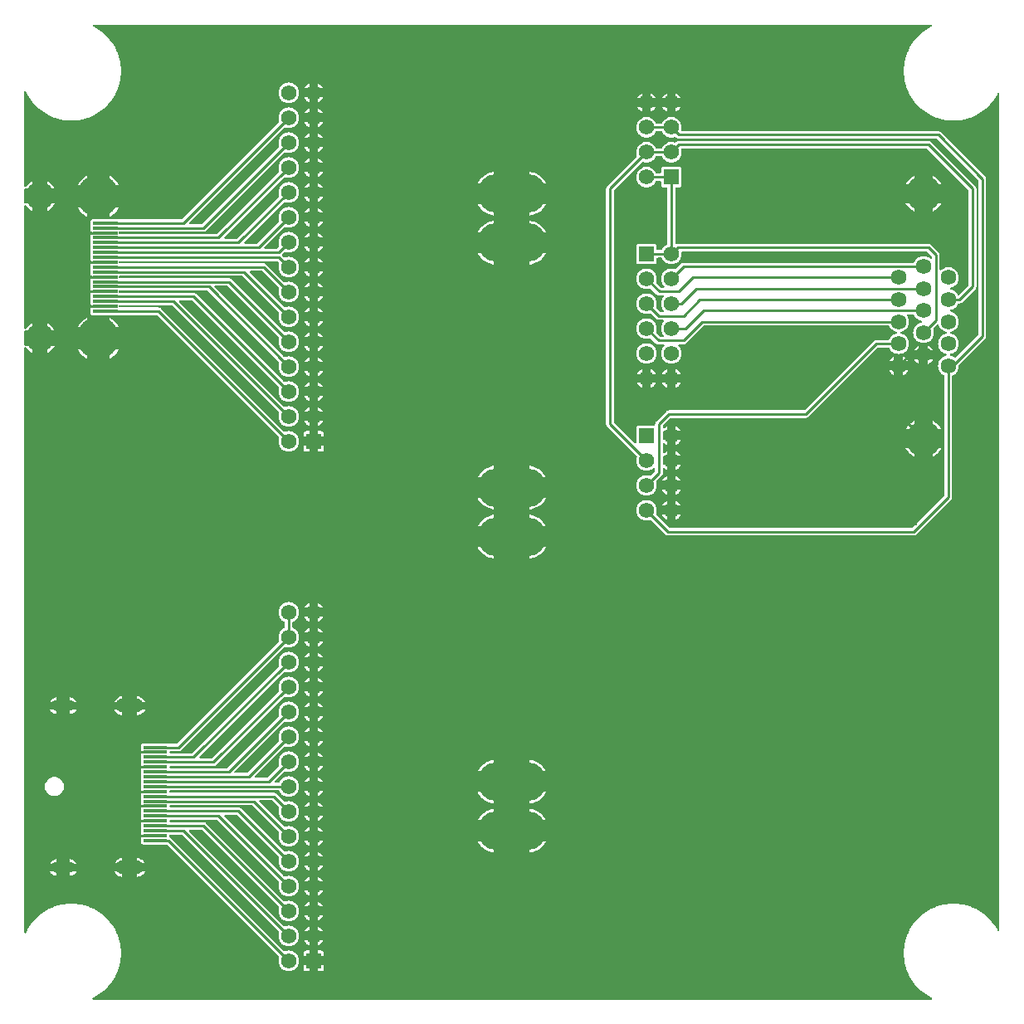
<source format=gtl>
G04 Layer: TopLayer*
G04 EasyEDA v6.5.20, 2023-01-06 03:34:03*
G04 a67cddfb3fce44daa9051d46cbbcc19f,10*
G04 Gerber Generator version 0.2*
G04 Scale: 100 percent, Rotated: No, Reflected: No *
G04 Dimensions in millimeters *
G04 leading zeros omitted , absolute positions ,4 integer and 5 decimal *
%FSLAX45Y45*%
%MOMM*%

%AMMACRO1*4,1,4,1.2,0.1401,1.2,-0.1401,-1.2,-0.1401,-1.2,0.1401,1.2,0.1401,0*%
%AMMACRO2*4,1,4,1.2,0.14,1.2,-0.14,-1.2,-0.14,-1.2,0.14,1.2,0.14,0*%
%ADD10C,0.2540*%
%ADD11R,2.5999X0.3000*%
%ADD12MACRO1*%
%ADD13MACRO2*%
%ADD14C,3.5992*%
%ADD15C,1.5926*%
%ADD16C,1.5748*%
%ADD17R,1.5748X1.5748*%
%ADD18C,4.2751*%
%ADD19C,2.8801*%
%ADD20O,2.800096X1.400048*%
%ADD21O,2.400046X1.199896*%
%ADD22O,6.999986000000001X3.9999919999999998*%
%ADD23C,0.6096*%
%ADD24C,0.6100*%
%ADD25C,0.0171*%

%LPD*%
G36*
X731012Y25908D02*
G01*
X727202Y26670D01*
X723950Y28803D01*
X721715Y32004D01*
X720852Y35864D01*
X721563Y39674D01*
X723595Y43027D01*
X726795Y45313D01*
X730402Y46939D01*
X757834Y61722D01*
X784301Y78130D01*
X809701Y96164D01*
X833932Y115722D01*
X856945Y136702D01*
X878586Y159105D01*
X898855Y182778D01*
X917549Y207670D01*
X934719Y233629D01*
X950264Y260654D01*
X964133Y288544D01*
X976223Y317246D01*
X986485Y346659D01*
X994968Y376631D01*
X1001572Y407060D01*
X1006297Y437845D01*
X1009091Y468884D01*
X1010005Y499973D01*
X1009091Y531114D01*
X1006297Y562152D01*
X1001572Y592937D01*
X994968Y623366D01*
X986485Y653338D01*
X976223Y682752D01*
X964133Y711454D01*
X950264Y739343D01*
X934719Y766368D01*
X917549Y792327D01*
X898855Y817219D01*
X878586Y840892D01*
X856945Y863295D01*
X833932Y884275D01*
X809701Y903833D01*
X784301Y921867D01*
X757834Y938276D01*
X730402Y953058D01*
X702106Y966063D01*
X673049Y977341D01*
X643382Y986790D01*
X613206Y994410D01*
X582574Y1000150D01*
X551637Y1003960D01*
X520547Y1005890D01*
X489407Y1005890D01*
X458317Y1003960D01*
X427431Y1000150D01*
X396798Y994410D01*
X366623Y986790D01*
X336956Y977341D01*
X307898Y966063D01*
X279603Y953058D01*
X252171Y938276D01*
X225704Y921867D01*
X200304Y903833D01*
X176072Y884275D01*
X153060Y863295D01*
X131419Y840892D01*
X111150Y817219D01*
X92405Y792327D01*
X75234Y766368D01*
X59740Y739343D01*
X45872Y711454D01*
X43230Y707085D01*
X39928Y704900D01*
X36017Y704138D01*
X32156Y704951D01*
X28854Y707136D01*
X26670Y710438D01*
X25908Y714298D01*
X25908Y6672630D01*
X26822Y6676847D01*
X29413Y6680301D01*
X33172Y6682333D01*
X37490Y6682689D01*
X41503Y6681165D01*
X44602Y6678117D01*
X46532Y6675120D01*
X57759Y6661302D01*
X70307Y6648754D01*
X84124Y6637528D01*
X99060Y6627875D01*
X105664Y6624472D01*
X105664Y6696659D01*
X36068Y6696659D01*
X32156Y6697421D01*
X28905Y6699605D01*
X26670Y6702907D01*
X25908Y6706819D01*
X25908Y6843166D01*
X26670Y6847078D01*
X28905Y6850380D01*
X32156Y6852564D01*
X36068Y6853326D01*
X105664Y6853326D01*
X105664Y6925513D01*
X99060Y6922109D01*
X84124Y6912457D01*
X70307Y6901230D01*
X57759Y6888683D01*
X46532Y6874865D01*
X44602Y6871868D01*
X41503Y6868820D01*
X37490Y6867296D01*
X33172Y6867652D01*
X29413Y6869684D01*
X26822Y6873138D01*
X25908Y6877354D01*
X25908Y8122615D01*
X26822Y8126831D01*
X29413Y8130286D01*
X33172Y8132318D01*
X37490Y8132673D01*
X41503Y8131149D01*
X44602Y8128101D01*
X46532Y8125104D01*
X57759Y8111286D01*
X70307Y8098739D01*
X84124Y8087512D01*
X99060Y8077860D01*
X105664Y8074456D01*
X105664Y8146643D01*
X36068Y8146643D01*
X32156Y8147405D01*
X28905Y8149590D01*
X26670Y8152892D01*
X25908Y8156803D01*
X25908Y8293150D01*
X26670Y8297062D01*
X28905Y8300364D01*
X32156Y8302548D01*
X36068Y8303310D01*
X105664Y8303310D01*
X105664Y8375497D01*
X99060Y8372094D01*
X84124Y8362442D01*
X70307Y8351215D01*
X57759Y8338667D01*
X46532Y8324850D01*
X44602Y8321852D01*
X41503Y8318804D01*
X37490Y8317280D01*
X33172Y8317636D01*
X29413Y8319668D01*
X26822Y8323122D01*
X25908Y8327339D01*
X25908Y9285681D01*
X26670Y9289542D01*
X28854Y9292844D01*
X32156Y9295028D01*
X36017Y9295841D01*
X39928Y9295079D01*
X43230Y9292894D01*
X45872Y9288526D01*
X59740Y9260636D01*
X75234Y9233611D01*
X92405Y9207652D01*
X111150Y9182760D01*
X131419Y9159087D01*
X153060Y9136684D01*
X176072Y9115704D01*
X200304Y9096146D01*
X225704Y9078112D01*
X252171Y9061704D01*
X279603Y9046921D01*
X307898Y9033916D01*
X336956Y9022638D01*
X366623Y9013190D01*
X396798Y9005570D01*
X427431Y8999829D01*
X458317Y8996019D01*
X489407Y8994089D01*
X520547Y8994089D01*
X551637Y8996019D01*
X582574Y8999829D01*
X613206Y9005570D01*
X643382Y9013190D01*
X673049Y9022638D01*
X702106Y9033916D01*
X730402Y9046921D01*
X757834Y9061704D01*
X784301Y9078112D01*
X809701Y9096146D01*
X833932Y9115704D01*
X856945Y9136684D01*
X878586Y9159087D01*
X898855Y9182760D01*
X917549Y9207652D01*
X934719Y9233611D01*
X950264Y9260636D01*
X964133Y9288526D01*
X976223Y9317228D01*
X986485Y9346641D01*
X994968Y9376613D01*
X1001572Y9407042D01*
X1006297Y9437827D01*
X1009091Y9468866D01*
X1010005Y9499955D01*
X1009091Y9531096D01*
X1006297Y9562134D01*
X1001572Y9592919D01*
X994968Y9623348D01*
X986485Y9653320D01*
X976223Y9682734D01*
X964133Y9711436D01*
X950264Y9739325D01*
X934719Y9766350D01*
X917549Y9792309D01*
X898855Y9817201D01*
X878586Y9840874D01*
X856945Y9863277D01*
X833932Y9884257D01*
X809701Y9903815D01*
X784301Y9921849D01*
X757834Y9938258D01*
X730402Y9953040D01*
X726795Y9954666D01*
X723595Y9956952D01*
X721563Y9960305D01*
X720852Y9964115D01*
X721715Y9967976D01*
X723950Y9971176D01*
X727202Y9973310D01*
X731012Y9974072D01*
X9278975Y9974072D01*
X9282785Y9973310D01*
X9286036Y9971176D01*
X9288272Y9967976D01*
X9289084Y9964115D01*
X9288424Y9960305D01*
X9286392Y9956952D01*
X9283192Y9954666D01*
X9279585Y9953040D01*
X9252153Y9938258D01*
X9225686Y9921849D01*
X9200286Y9903815D01*
X9176054Y9884257D01*
X9153042Y9863277D01*
X9131401Y9840874D01*
X9111132Y9817201D01*
X9092387Y9792309D01*
X9075216Y9766350D01*
X9059722Y9739325D01*
X9045854Y9711436D01*
X9033764Y9682734D01*
X9023451Y9653320D01*
X9015018Y9623348D01*
X9008414Y9592919D01*
X9003690Y9562134D01*
X9000896Y9531096D01*
X8999982Y9500006D01*
X9000896Y9468866D01*
X9003690Y9437827D01*
X9008414Y9407042D01*
X9015018Y9376613D01*
X9023451Y9346641D01*
X9033764Y9317228D01*
X9045854Y9288526D01*
X9059722Y9260636D01*
X9075216Y9233611D01*
X9092387Y9207652D01*
X9111132Y9182760D01*
X9131401Y9159087D01*
X9153042Y9136684D01*
X9176054Y9115704D01*
X9200286Y9096146D01*
X9225686Y9078112D01*
X9252153Y9061704D01*
X9279585Y9046921D01*
X9307880Y9033916D01*
X9336938Y9022638D01*
X9366605Y9013190D01*
X9396780Y9005570D01*
X9427413Y8999829D01*
X9458299Y8996019D01*
X9489389Y8994089D01*
X9520529Y8994089D01*
X9551619Y8996019D01*
X9582556Y8999829D01*
X9613188Y9005570D01*
X9643364Y9013190D01*
X9673031Y9022638D01*
X9702088Y9033916D01*
X9730384Y9046921D01*
X9757816Y9061704D01*
X9784283Y9078112D01*
X9809683Y9096146D01*
X9833914Y9115704D01*
X9856927Y9136684D01*
X9878568Y9159087D01*
X9898837Y9182760D01*
X9917531Y9207652D01*
X9934702Y9233611D01*
X9950246Y9260636D01*
X9954818Y9269831D01*
X9957663Y9273286D01*
X9961727Y9275216D01*
X9966248Y9275165D01*
X9970262Y9273235D01*
X9973056Y9269679D01*
X9974072Y9265310D01*
X9974072Y734669D01*
X9973056Y730300D01*
X9970262Y726744D01*
X9966248Y724814D01*
X9961727Y724763D01*
X9957663Y726694D01*
X9954818Y730148D01*
X9950246Y739343D01*
X9934702Y766368D01*
X9917531Y792327D01*
X9898837Y817219D01*
X9878568Y840892D01*
X9856927Y863295D01*
X9833914Y884275D01*
X9809683Y903833D01*
X9784283Y921867D01*
X9757816Y938276D01*
X9730384Y953058D01*
X9702088Y966063D01*
X9673031Y977341D01*
X9643364Y986790D01*
X9613188Y994410D01*
X9582556Y1000150D01*
X9551619Y1003960D01*
X9520529Y1005890D01*
X9489389Y1005890D01*
X9458299Y1003960D01*
X9427413Y1000150D01*
X9396780Y994410D01*
X9366605Y986790D01*
X9336938Y977341D01*
X9307880Y966063D01*
X9279585Y953058D01*
X9252153Y938276D01*
X9225686Y921867D01*
X9200286Y903833D01*
X9176054Y884275D01*
X9153042Y863295D01*
X9131401Y840892D01*
X9111132Y817219D01*
X9092387Y792327D01*
X9075216Y766368D01*
X9059722Y739343D01*
X9045854Y711454D01*
X9033764Y682752D01*
X9023451Y653338D01*
X9015018Y623366D01*
X9008414Y592937D01*
X9003690Y562152D01*
X9000896Y531114D01*
X8999982Y500024D01*
X9000896Y468884D01*
X9003690Y437845D01*
X9008414Y407060D01*
X9015018Y376631D01*
X9023451Y346659D01*
X9033764Y317246D01*
X9045854Y288544D01*
X9059722Y260654D01*
X9075216Y233629D01*
X9092387Y207670D01*
X9111132Y182778D01*
X9131401Y159105D01*
X9153042Y136702D01*
X9176054Y115722D01*
X9200286Y96164D01*
X9225686Y78130D01*
X9252153Y61722D01*
X9279585Y46939D01*
X9283192Y45313D01*
X9286392Y43027D01*
X9288424Y39674D01*
X9289084Y35864D01*
X9288272Y32004D01*
X9286036Y28803D01*
X9282785Y26670D01*
X9278975Y25908D01*
G37*

%LPC*%
G36*
X2883154Y7037679D02*
G01*
X2931261Y7037679D01*
X2931261Y7085838D01*
X2924657Y7082586D01*
X2913278Y7074966D01*
X2903016Y7065975D01*
X2893974Y7055662D01*
X2886405Y7044283D01*
G37*
G36*
X2722981Y317347D02*
G01*
X2736646Y318262D01*
X2750058Y320954D01*
X2763012Y325323D01*
X2775305Y331368D01*
X2786684Y338988D01*
X2796997Y348030D01*
X2805988Y358292D01*
X2813608Y369671D01*
X2819654Y381965D01*
X2824073Y394919D01*
X2826715Y408330D01*
X2827629Y421995D01*
X2826715Y435660D01*
X2824073Y449072D01*
X2819654Y462026D01*
X2813608Y474319D01*
X2805988Y485698D01*
X2796997Y495960D01*
X2786684Y505002D01*
X2775305Y512622D01*
X2763012Y518668D01*
X2750058Y523036D01*
X2736646Y525729D01*
X2722981Y526643D01*
X2709316Y525729D01*
X2695905Y523036D01*
X2687421Y520192D01*
X2683713Y519633D01*
X2680055Y520496D01*
X2676956Y522630D01*
X1522679Y1676907D01*
X1516430Y1682038D01*
X1511300Y1684782D01*
X1508455Y1687068D01*
X1506575Y1690166D01*
X1505915Y1693773D01*
X1505915Y1701241D01*
X1506677Y1705152D01*
X1508912Y1708404D01*
X1512163Y1710639D01*
X1516075Y1711401D01*
X1628800Y1711401D01*
X1632661Y1710639D01*
X1635963Y1708404D01*
X2622397Y722020D01*
X2624480Y718921D01*
X2625344Y715264D01*
X2624836Y711555D01*
X2621940Y703072D01*
X2619248Y689660D01*
X2618384Y675995D01*
X2619248Y662330D01*
X2621940Y648919D01*
X2626309Y635965D01*
X2632405Y623671D01*
X2639974Y612292D01*
X2649016Y602030D01*
X2659278Y592988D01*
X2670657Y585368D01*
X2682951Y579323D01*
X2695905Y574954D01*
X2709316Y572262D01*
X2722981Y571347D01*
X2736646Y572262D01*
X2750058Y574954D01*
X2763012Y579323D01*
X2775305Y585368D01*
X2786684Y592988D01*
X2796997Y602030D01*
X2805988Y612292D01*
X2813608Y623671D01*
X2819654Y635965D01*
X2824073Y648919D01*
X2826715Y662330D01*
X2827629Y675995D01*
X2826715Y689660D01*
X2824073Y703072D01*
X2819654Y716026D01*
X2813608Y728319D01*
X2805988Y739698D01*
X2796997Y749960D01*
X2786684Y759002D01*
X2775305Y766622D01*
X2763012Y772668D01*
X2750058Y777036D01*
X2736646Y779729D01*
X2722981Y780643D01*
X2709316Y779729D01*
X2695905Y777036D01*
X2687421Y774192D01*
X2683713Y773633D01*
X2680055Y774496D01*
X2676956Y776630D01*
X1709521Y1744065D01*
X1707337Y1747316D01*
X1706575Y1751228D01*
X1707337Y1755139D01*
X1709521Y1758391D01*
X1712823Y1760626D01*
X1716735Y1761388D01*
X1832813Y1761388D01*
X1836674Y1760626D01*
X1839975Y1758391D01*
X2622397Y976020D01*
X2624480Y972921D01*
X2625344Y969264D01*
X2624836Y965555D01*
X2621940Y957071D01*
X2619248Y943660D01*
X2618384Y929995D01*
X2619248Y916330D01*
X2621940Y902919D01*
X2626309Y889965D01*
X2632405Y877671D01*
X2639974Y866292D01*
X2649016Y856030D01*
X2659278Y846988D01*
X2670657Y839368D01*
X2682951Y833323D01*
X2695905Y828954D01*
X2709316Y826262D01*
X2722981Y825347D01*
X2736646Y826262D01*
X2750058Y828954D01*
X2763012Y833323D01*
X2775305Y839368D01*
X2786684Y846988D01*
X2796997Y856030D01*
X2805988Y866292D01*
X2813608Y877671D01*
X2819654Y889965D01*
X2824073Y902919D01*
X2826715Y916330D01*
X2827629Y929995D01*
X2826715Y943660D01*
X2824073Y957071D01*
X2819654Y970026D01*
X2813608Y982319D01*
X2805988Y993698D01*
X2796997Y1003960D01*
X2786684Y1013002D01*
X2775305Y1020622D01*
X2763012Y1026668D01*
X2750058Y1031036D01*
X2736646Y1033729D01*
X2722981Y1034643D01*
X2709316Y1033729D01*
X2695905Y1031036D01*
X2687421Y1028192D01*
X2683713Y1027633D01*
X2680055Y1028496D01*
X2676956Y1030630D01*
X1880666Y1826920D01*
X1874418Y1832051D01*
X1867763Y1835607D01*
X1860499Y1837791D01*
X1852472Y1838604D01*
X1516075Y1838604D01*
X1512163Y1839366D01*
X1508912Y1841601D01*
X1506677Y1844852D01*
X1505915Y1848764D01*
X1505915Y1851202D01*
X1506677Y1855114D01*
X1508912Y1858416D01*
X1512163Y1860600D01*
X1516075Y1861362D01*
X1986788Y1861362D01*
X1990699Y1860600D01*
X1994001Y1858416D01*
X2622397Y1230020D01*
X2624480Y1226921D01*
X2625344Y1223264D01*
X2624836Y1219555D01*
X2621940Y1211072D01*
X2619248Y1197660D01*
X2618384Y1183995D01*
X2619248Y1170330D01*
X2621940Y1156919D01*
X2626309Y1143965D01*
X2632405Y1131671D01*
X2639974Y1120292D01*
X2649016Y1110030D01*
X2659278Y1100988D01*
X2670657Y1093368D01*
X2682951Y1087323D01*
X2695905Y1082954D01*
X2709316Y1080262D01*
X2722981Y1079347D01*
X2736646Y1080262D01*
X2750058Y1082954D01*
X2763012Y1087323D01*
X2775305Y1093368D01*
X2786684Y1100988D01*
X2796997Y1110030D01*
X2805988Y1120292D01*
X2813608Y1131671D01*
X2819654Y1143965D01*
X2824073Y1156919D01*
X2826715Y1170330D01*
X2827629Y1183995D01*
X2826715Y1197660D01*
X2824073Y1211072D01*
X2819654Y1224026D01*
X2813608Y1236319D01*
X2805988Y1247698D01*
X2796997Y1257960D01*
X2786684Y1267002D01*
X2775305Y1274622D01*
X2763012Y1280668D01*
X2750058Y1285036D01*
X2736646Y1287729D01*
X2722981Y1288643D01*
X2709316Y1287729D01*
X2695905Y1285036D01*
X2687421Y1282192D01*
X2683713Y1281633D01*
X2680055Y1282496D01*
X2676956Y1284630D01*
X2067509Y1894078D01*
X2065324Y1897329D01*
X2064562Y1901240D01*
X2065324Y1905152D01*
X2067509Y1908403D01*
X2070811Y1910638D01*
X2074722Y1911400D01*
X2190800Y1911400D01*
X2194661Y1910638D01*
X2197963Y1908403D01*
X2622397Y1484020D01*
X2624480Y1480921D01*
X2625344Y1477264D01*
X2624836Y1473555D01*
X2621940Y1465072D01*
X2619248Y1451660D01*
X2618384Y1437995D01*
X2619248Y1424330D01*
X2621940Y1410919D01*
X2626309Y1397965D01*
X2632405Y1385671D01*
X2639974Y1374292D01*
X2649016Y1364030D01*
X2659278Y1354988D01*
X2670657Y1347368D01*
X2682951Y1341323D01*
X2695905Y1336954D01*
X2709316Y1334262D01*
X2722981Y1333347D01*
X2736646Y1334262D01*
X2750058Y1336954D01*
X2763012Y1341323D01*
X2775305Y1347368D01*
X2786684Y1354988D01*
X2796997Y1364030D01*
X2805988Y1374292D01*
X2813608Y1385671D01*
X2819654Y1397965D01*
X2824073Y1410919D01*
X2826715Y1424330D01*
X2827629Y1437995D01*
X2826715Y1451660D01*
X2824073Y1465072D01*
X2819654Y1478026D01*
X2813608Y1490319D01*
X2805988Y1501698D01*
X2796997Y1511960D01*
X2786684Y1521002D01*
X2775305Y1528622D01*
X2763012Y1534668D01*
X2750058Y1539036D01*
X2736646Y1541729D01*
X2722981Y1542643D01*
X2709316Y1541729D01*
X2695905Y1539036D01*
X2687421Y1536192D01*
X2683713Y1535633D01*
X2680055Y1536496D01*
X2676956Y1538630D01*
X2238654Y1976932D01*
X2232406Y1982063D01*
X2225751Y1985619D01*
X2218486Y1987804D01*
X2210460Y1988616D01*
X1516075Y1988616D01*
X1512163Y1989378D01*
X1508912Y1991614D01*
X1506677Y1994865D01*
X1505915Y1998776D01*
X1505915Y2001215D01*
X1506677Y2005126D01*
X1508912Y2008378D01*
X1512163Y2010613D01*
X1516075Y2011375D01*
X2344826Y2011375D01*
X2348687Y2010613D01*
X2351989Y2008378D01*
X2622397Y1738020D01*
X2624480Y1734921D01*
X2625344Y1731264D01*
X2624836Y1727555D01*
X2621940Y1719072D01*
X2619248Y1705660D01*
X2618384Y1691995D01*
X2619248Y1678330D01*
X2621940Y1664919D01*
X2626309Y1651965D01*
X2632405Y1639671D01*
X2639974Y1628292D01*
X2649016Y1618030D01*
X2659278Y1608988D01*
X2670657Y1601368D01*
X2682951Y1595323D01*
X2695905Y1590954D01*
X2709316Y1588262D01*
X2722981Y1587347D01*
X2736646Y1588262D01*
X2750058Y1590954D01*
X2763012Y1595323D01*
X2775305Y1601368D01*
X2786684Y1608988D01*
X2796997Y1618030D01*
X2805988Y1628292D01*
X2813608Y1639671D01*
X2819654Y1651965D01*
X2824073Y1664919D01*
X2826715Y1678330D01*
X2827629Y1691995D01*
X2826715Y1705660D01*
X2824073Y1719072D01*
X2819654Y1732025D01*
X2813608Y1744319D01*
X2805988Y1755698D01*
X2796997Y1765960D01*
X2786684Y1775002D01*
X2775305Y1782622D01*
X2763012Y1788668D01*
X2750058Y1793036D01*
X2736646Y1795729D01*
X2722981Y1796643D01*
X2709316Y1795729D01*
X2695905Y1793036D01*
X2687421Y1790192D01*
X2683713Y1789633D01*
X2680055Y1790496D01*
X2676956Y1792630D01*
X2425547Y2044039D01*
X2423363Y2047341D01*
X2422550Y2051202D01*
X2423363Y2055114D01*
X2425547Y2058416D01*
X2428849Y2060600D01*
X2432710Y2061362D01*
X2548788Y2061362D01*
X2552700Y2060600D01*
X2556002Y2058416D01*
X2622397Y1992020D01*
X2624480Y1988921D01*
X2625344Y1985264D01*
X2624836Y1981555D01*
X2621940Y1973072D01*
X2619248Y1959660D01*
X2618384Y1945995D01*
X2619248Y1932330D01*
X2621940Y1918919D01*
X2626309Y1905965D01*
X2632405Y1893671D01*
X2639974Y1882292D01*
X2649016Y1872030D01*
X2659278Y1862988D01*
X2670657Y1855368D01*
X2682951Y1849323D01*
X2695905Y1844954D01*
X2709316Y1842262D01*
X2722981Y1841347D01*
X2736646Y1842262D01*
X2750058Y1844954D01*
X2763012Y1849323D01*
X2775305Y1855368D01*
X2786684Y1862988D01*
X2796997Y1872030D01*
X2805988Y1882292D01*
X2813608Y1893671D01*
X2819654Y1905965D01*
X2824073Y1918919D01*
X2826715Y1932330D01*
X2827629Y1945995D01*
X2826715Y1959660D01*
X2824073Y1973072D01*
X2819654Y1986025D01*
X2813608Y1998319D01*
X2805988Y2009698D01*
X2796997Y2019960D01*
X2786684Y2029002D01*
X2775305Y2036622D01*
X2763012Y2042668D01*
X2750058Y2047036D01*
X2736646Y2049729D01*
X2722981Y2050643D01*
X2709316Y2049729D01*
X2695905Y2047036D01*
X2687421Y2044192D01*
X2683713Y2043633D01*
X2680055Y2044496D01*
X2676956Y2046630D01*
X2596642Y2126945D01*
X2590393Y2132076D01*
X2583738Y2135632D01*
X2576525Y2137816D01*
X2568498Y2138578D01*
X1516075Y2138578D01*
X1512163Y2139391D01*
X1508912Y2141575D01*
X1506677Y2144877D01*
X1505915Y2148738D01*
X1505915Y2151227D01*
X1506677Y2155139D01*
X1508912Y2158390D01*
X1512163Y2160625D01*
X1516075Y2161387D01*
X2619298Y2161387D01*
X2623007Y2160676D01*
X2626156Y2158695D01*
X2628442Y2155698D01*
X2632405Y2147671D01*
X2639974Y2136292D01*
X2649016Y2126030D01*
X2659278Y2116988D01*
X2670657Y2109368D01*
X2682951Y2103323D01*
X2695905Y2098954D01*
X2709316Y2096262D01*
X2722981Y2095347D01*
X2736646Y2096262D01*
X2750058Y2098954D01*
X2763012Y2103323D01*
X2775305Y2109368D01*
X2786684Y2116988D01*
X2796997Y2126030D01*
X2805988Y2136292D01*
X2813608Y2147671D01*
X2819654Y2159965D01*
X2824073Y2172919D01*
X2826715Y2186330D01*
X2827629Y2199995D01*
X2826715Y2213660D01*
X2824073Y2227072D01*
X2819654Y2240026D01*
X2813608Y2252319D01*
X2805988Y2263698D01*
X2796997Y2273960D01*
X2786684Y2283002D01*
X2775305Y2290622D01*
X2763012Y2296668D01*
X2750058Y2301036D01*
X2736646Y2303729D01*
X2722981Y2304643D01*
X2709316Y2303729D01*
X2695905Y2301036D01*
X2682951Y2296668D01*
X2670657Y2290622D01*
X2659278Y2283002D01*
X2649016Y2273960D01*
X2639974Y2263698D01*
X2632405Y2252319D01*
X2628442Y2244293D01*
X2626156Y2241296D01*
X2623007Y2239314D01*
X2619298Y2238603D01*
X2586736Y2238603D01*
X2582824Y2239365D01*
X2579522Y2241600D01*
X2577338Y2244852D01*
X2576576Y2248763D01*
X2577338Y2252675D01*
X2579522Y2255926D01*
X2676956Y2353360D01*
X2680055Y2355494D01*
X2683713Y2356358D01*
X2687421Y2355799D01*
X2695905Y2352954D01*
X2709316Y2350262D01*
X2722981Y2349347D01*
X2736646Y2350262D01*
X2750058Y2352954D01*
X2763012Y2357323D01*
X2775305Y2363368D01*
X2786684Y2370988D01*
X2796997Y2380030D01*
X2805988Y2390292D01*
X2813608Y2401671D01*
X2819654Y2413965D01*
X2824073Y2426919D01*
X2826715Y2440330D01*
X2827629Y2453995D01*
X2826715Y2467660D01*
X2824073Y2481072D01*
X2819654Y2494026D01*
X2813608Y2506319D01*
X2805988Y2517698D01*
X2796997Y2527960D01*
X2786684Y2537002D01*
X2775305Y2544622D01*
X2763012Y2550668D01*
X2750058Y2555036D01*
X2736646Y2557729D01*
X2722981Y2558643D01*
X2709316Y2557729D01*
X2695905Y2555036D01*
X2682951Y2550668D01*
X2670657Y2544622D01*
X2659278Y2537002D01*
X2649016Y2527960D01*
X2639974Y2517698D01*
X2632405Y2506319D01*
X2626309Y2494026D01*
X2621940Y2481072D01*
X2619248Y2467660D01*
X2618384Y2453995D01*
X2619248Y2440330D01*
X2621940Y2426919D01*
X2624836Y2418435D01*
X2625344Y2414727D01*
X2624480Y2411069D01*
X2622397Y2407970D01*
X2506014Y2291588D01*
X2502712Y2289403D01*
X2498801Y2288590D01*
X2382723Y2288590D01*
X2378862Y2289403D01*
X2375560Y2291588D01*
X2373376Y2294890D01*
X2372563Y2298750D01*
X2373376Y2302662D01*
X2375560Y2305964D01*
X2676956Y2607360D01*
X2680055Y2609494D01*
X2683713Y2610358D01*
X2687421Y2609799D01*
X2695905Y2606954D01*
X2709316Y2604262D01*
X2722981Y2603347D01*
X2736646Y2604262D01*
X2750058Y2606954D01*
X2763012Y2611323D01*
X2775305Y2617368D01*
X2786684Y2624988D01*
X2796997Y2634030D01*
X2805988Y2644292D01*
X2813608Y2655671D01*
X2819654Y2667965D01*
X2824073Y2680919D01*
X2826715Y2694330D01*
X2827629Y2707995D01*
X2826715Y2721660D01*
X2824073Y2735072D01*
X2819654Y2748026D01*
X2813608Y2760319D01*
X2805988Y2771698D01*
X2796997Y2781960D01*
X2786684Y2791002D01*
X2775305Y2798622D01*
X2763012Y2804668D01*
X2750058Y2809036D01*
X2736646Y2811729D01*
X2722981Y2812643D01*
X2709316Y2811729D01*
X2695905Y2809036D01*
X2682951Y2804668D01*
X2670657Y2798622D01*
X2659278Y2791002D01*
X2649016Y2781960D01*
X2639974Y2771698D01*
X2632405Y2760319D01*
X2626309Y2748026D01*
X2621940Y2735072D01*
X2619248Y2721660D01*
X2618384Y2707995D01*
X2619248Y2694330D01*
X2621940Y2680919D01*
X2624836Y2672435D01*
X2625344Y2668727D01*
X2624480Y2665069D01*
X2622397Y2661970D01*
X2302002Y2341575D01*
X2298700Y2339390D01*
X2294788Y2338578D01*
X2178710Y2338578D01*
X2174849Y2339390D01*
X2171547Y2341575D01*
X2169363Y2344877D01*
X2168550Y2348738D01*
X2169363Y2352649D01*
X2171547Y2355951D01*
X2676956Y2861360D01*
X2680055Y2863494D01*
X2683713Y2864358D01*
X2687421Y2863799D01*
X2695905Y2860954D01*
X2709316Y2858262D01*
X2722981Y2857347D01*
X2736646Y2858262D01*
X2750058Y2860954D01*
X2763012Y2865323D01*
X2775305Y2871368D01*
X2786684Y2878988D01*
X2796997Y2888030D01*
X2805988Y2898292D01*
X2813608Y2909671D01*
X2819654Y2921965D01*
X2824073Y2934919D01*
X2826715Y2948330D01*
X2827629Y2961995D01*
X2826715Y2975660D01*
X2824073Y2989072D01*
X2819654Y3002026D01*
X2813608Y3014319D01*
X2805988Y3025698D01*
X2796997Y3035960D01*
X2786684Y3045002D01*
X2775305Y3052622D01*
X2763012Y3058668D01*
X2750058Y3063036D01*
X2736646Y3065729D01*
X2722981Y3066643D01*
X2709316Y3065729D01*
X2695905Y3063036D01*
X2682951Y3058668D01*
X2670657Y3052622D01*
X2659278Y3045002D01*
X2649016Y3035960D01*
X2639974Y3025698D01*
X2632405Y3014319D01*
X2626309Y3002026D01*
X2621940Y2989072D01*
X2619248Y2975660D01*
X2618384Y2961995D01*
X2619248Y2948330D01*
X2621940Y2934919D01*
X2624836Y2926435D01*
X2625344Y2922727D01*
X2624480Y2919069D01*
X2622397Y2915970D01*
X2097989Y2391613D01*
X2094687Y2389378D01*
X2090826Y2388616D01*
X1516075Y2388616D01*
X1512163Y2389378D01*
X1508912Y2391613D01*
X1506677Y2394864D01*
X1505915Y2398776D01*
X1505915Y2401214D01*
X1506677Y2405126D01*
X1508912Y2408377D01*
X1512163Y2410612D01*
X1516075Y2411374D01*
X1956460Y2411374D01*
X1964486Y2412187D01*
X1971751Y2414371D01*
X1978406Y2417927D01*
X1984654Y2423058D01*
X2676956Y3115360D01*
X2680055Y3117494D01*
X2683713Y3118358D01*
X2687421Y3117799D01*
X2695905Y3114954D01*
X2709316Y3112262D01*
X2722981Y3111347D01*
X2736646Y3112262D01*
X2750058Y3114954D01*
X2763012Y3119323D01*
X2775305Y3125368D01*
X2786684Y3132988D01*
X2796997Y3142030D01*
X2805988Y3152292D01*
X2813608Y3163671D01*
X2819654Y3175965D01*
X2824073Y3188919D01*
X2826715Y3202330D01*
X2827629Y3215995D01*
X2826715Y3229660D01*
X2824073Y3243072D01*
X2819654Y3256026D01*
X2813608Y3268319D01*
X2805988Y3279698D01*
X2796997Y3289960D01*
X2786684Y3299002D01*
X2775305Y3306622D01*
X2763012Y3312668D01*
X2750058Y3317036D01*
X2736646Y3319729D01*
X2722981Y3320643D01*
X2709316Y3319729D01*
X2695905Y3317036D01*
X2682951Y3312668D01*
X2670657Y3306622D01*
X2659278Y3299002D01*
X2649016Y3289960D01*
X2639974Y3279698D01*
X2632405Y3268319D01*
X2626309Y3256026D01*
X2621940Y3243072D01*
X2619248Y3229660D01*
X2618384Y3215995D01*
X2619248Y3202330D01*
X2621940Y3188919D01*
X2624836Y3180435D01*
X2625344Y3176727D01*
X2624480Y3173069D01*
X2622397Y3169970D01*
X1943963Y2491587D01*
X1940661Y2489352D01*
X1936800Y2488590D01*
X1820722Y2488590D01*
X1816811Y2489352D01*
X1813509Y2491587D01*
X1811324Y2494838D01*
X1810562Y2498750D01*
X1811324Y2502662D01*
X1813509Y2505913D01*
X2676956Y3369360D01*
X2680055Y3371494D01*
X2683713Y3372358D01*
X2687421Y3371799D01*
X2695905Y3368954D01*
X2709316Y3366262D01*
X2722981Y3365347D01*
X2736646Y3366262D01*
X2750058Y3368954D01*
X2763012Y3373323D01*
X2775305Y3379368D01*
X2786684Y3386988D01*
X2796997Y3396030D01*
X2805988Y3406292D01*
X2813608Y3417671D01*
X2819654Y3429965D01*
X2824073Y3442919D01*
X2826715Y3456330D01*
X2827629Y3469995D01*
X2826715Y3483660D01*
X2824073Y3497072D01*
X2819654Y3510026D01*
X2813608Y3522319D01*
X2805988Y3533698D01*
X2796997Y3543960D01*
X2786684Y3553002D01*
X2775305Y3560622D01*
X2763012Y3566668D01*
X2750058Y3571036D01*
X2736646Y3573729D01*
X2722981Y3574643D01*
X2709316Y3573729D01*
X2695905Y3571036D01*
X2682951Y3566668D01*
X2670657Y3560622D01*
X2659278Y3553002D01*
X2649016Y3543960D01*
X2639974Y3533698D01*
X2632405Y3522319D01*
X2626309Y3510026D01*
X2621940Y3497072D01*
X2619248Y3483660D01*
X2618384Y3469995D01*
X2619248Y3456330D01*
X2621940Y3442919D01*
X2624836Y3434435D01*
X2625344Y3430727D01*
X2624480Y3427069D01*
X2622397Y3423970D01*
X1740001Y2541574D01*
X1736699Y2539390D01*
X1732788Y2538577D01*
X1516075Y2538577D01*
X1512163Y2539390D01*
X1508912Y2541574D01*
X1506677Y2544876D01*
X1505915Y2548737D01*
X1505915Y2551226D01*
X1506677Y2555138D01*
X1508912Y2558389D01*
X1512163Y2560624D01*
X1516075Y2561386D01*
X1598472Y2561386D01*
X1606499Y2562199D01*
X1613763Y2564384D01*
X1620418Y2567940D01*
X1626666Y2573070D01*
X2676956Y3623360D01*
X2680055Y3625494D01*
X2683713Y3626358D01*
X2687421Y3625799D01*
X2695905Y3622954D01*
X2709316Y3620262D01*
X2722981Y3619347D01*
X2736646Y3620262D01*
X2750058Y3622954D01*
X2763012Y3627323D01*
X2775305Y3633368D01*
X2786684Y3640988D01*
X2796997Y3650030D01*
X2805988Y3660292D01*
X2813608Y3671671D01*
X2819654Y3683965D01*
X2824073Y3696919D01*
X2826715Y3710330D01*
X2827629Y3723995D01*
X2826715Y3737660D01*
X2824073Y3751072D01*
X2819654Y3764026D01*
X2813608Y3776319D01*
X2805988Y3787698D01*
X2796997Y3797960D01*
X2786684Y3807002D01*
X2775305Y3814622D01*
X2767177Y3818585D01*
X2764180Y3820871D01*
X2762199Y3824020D01*
X2761538Y3827729D01*
X2761538Y3874312D01*
X2762250Y3877970D01*
X2764231Y3881170D01*
X2767228Y3883406D01*
X2775305Y3887368D01*
X2786684Y3894988D01*
X2796997Y3904030D01*
X2805988Y3914292D01*
X2813608Y3925671D01*
X2819654Y3937965D01*
X2824073Y3950919D01*
X2826715Y3964330D01*
X2827629Y3977995D01*
X2826715Y3991660D01*
X2824073Y4005072D01*
X2819654Y4018026D01*
X2813608Y4030319D01*
X2805988Y4041698D01*
X2796997Y4051960D01*
X2786684Y4061002D01*
X2775305Y4068622D01*
X2763012Y4074668D01*
X2750058Y4079036D01*
X2736646Y4081729D01*
X2722981Y4082643D01*
X2709316Y4081729D01*
X2695905Y4079036D01*
X2682951Y4074668D01*
X2670657Y4068622D01*
X2659278Y4061002D01*
X2649016Y4051960D01*
X2639974Y4041698D01*
X2632405Y4030319D01*
X2626309Y4018026D01*
X2621940Y4005072D01*
X2619248Y3991660D01*
X2618384Y3977995D01*
X2619248Y3964330D01*
X2621940Y3950919D01*
X2626309Y3937965D01*
X2632405Y3925671D01*
X2639974Y3914292D01*
X2649016Y3904030D01*
X2659278Y3894988D01*
X2670657Y3887368D01*
X2678684Y3883456D01*
X2681681Y3881170D01*
X2683662Y3878021D01*
X2684322Y3874312D01*
X2684322Y3827627D01*
X2683611Y3823970D01*
X2681630Y3820769D01*
X2678633Y3818534D01*
X2670657Y3814622D01*
X2659278Y3807002D01*
X2649016Y3797960D01*
X2639974Y3787698D01*
X2632405Y3776319D01*
X2626309Y3764026D01*
X2621940Y3751072D01*
X2619248Y3737660D01*
X2618384Y3723995D01*
X2619248Y3710330D01*
X2621940Y3696919D01*
X2624836Y3688435D01*
X2625344Y3684727D01*
X2624480Y3681069D01*
X2622397Y3677970D01*
X1585976Y2641600D01*
X1582674Y2639364D01*
X1578813Y2638602D01*
X1489151Y2638602D01*
X1479448Y2639872D01*
X1240586Y2639872D01*
X1234236Y2639161D01*
X1228801Y2637282D01*
X1223873Y2634183D01*
X1219809Y2630119D01*
X1216710Y2625191D01*
X1214831Y2619756D01*
X1214120Y2613406D01*
X1214120Y2586583D01*
X1214831Y2580233D01*
X1216050Y2575001D01*
X1214831Y2569768D01*
X1214120Y2563418D01*
X1214120Y2536545D01*
X1214831Y2530246D01*
X1216050Y2524963D01*
X1214831Y2519730D01*
X1214120Y2513431D01*
X1214120Y2486558D01*
X1214831Y2480259D01*
X1216050Y2474976D01*
X1214831Y2469743D01*
X1214120Y2463444D01*
X1214120Y2436571D01*
X1214831Y2430221D01*
X1216050Y2424988D01*
X1214831Y2419756D01*
X1214120Y2413406D01*
X1214120Y2386584D01*
X1214831Y2380234D01*
X1216050Y2375001D01*
X1214831Y2369769D01*
X1214120Y2363419D01*
X1214120Y2336546D01*
X1214831Y2330246D01*
X1216050Y2324963D01*
X1214831Y2319731D01*
X1214120Y2313432D01*
X1214120Y2286558D01*
X1214831Y2280259D01*
X1216050Y2274976D01*
X1214831Y2269744D01*
X1214120Y2263444D01*
X1214120Y2236571D01*
X1214831Y2230221D01*
X1216050Y2224989D01*
X1214831Y2219756D01*
X1214120Y2213406D01*
X1214120Y2186584D01*
X1214831Y2180234D01*
X1216050Y2175002D01*
X1214831Y2169769D01*
X1214120Y2163419D01*
X1214120Y2136546D01*
X1214831Y2130247D01*
X1216050Y2124964D01*
X1214831Y2119731D01*
X1214120Y2113432D01*
X1214120Y2086559D01*
X1214831Y2080260D01*
X1216050Y2074976D01*
X1214831Y2069744D01*
X1214120Y2063445D01*
X1214120Y2036572D01*
X1214831Y2030222D01*
X1216050Y2024989D01*
X1214831Y2019757D01*
X1214120Y2013407D01*
X1214120Y1986584D01*
X1214831Y1980234D01*
X1216050Y1975002D01*
X1214831Y1969770D01*
X1214120Y1963420D01*
X1214120Y1936546D01*
X1214831Y1930247D01*
X1216050Y1924964D01*
X1214831Y1919732D01*
X1214120Y1913432D01*
X1214120Y1886559D01*
X1214831Y1880260D01*
X1216050Y1874977D01*
X1214831Y1869744D01*
X1214120Y1863445D01*
X1214120Y1836572D01*
X1214831Y1830222D01*
X1216050Y1824989D01*
X1214831Y1819757D01*
X1214120Y1813407D01*
X1214120Y1786585D01*
X1214831Y1780235D01*
X1216050Y1775002D01*
X1214831Y1769770D01*
X1214120Y1763420D01*
X1214120Y1736547D01*
X1214831Y1730248D01*
X1216050Y1724964D01*
X1214831Y1719732D01*
X1214120Y1713433D01*
X1214120Y1686560D01*
X1214831Y1680260D01*
X1216050Y1674977D01*
X1214831Y1669745D01*
X1214120Y1663446D01*
X1214120Y1636572D01*
X1214831Y1630222D01*
X1216710Y1624787D01*
X1219809Y1619859D01*
X1223873Y1615795D01*
X1228801Y1612696D01*
X1234236Y1610817D01*
X1240586Y1610055D01*
X1476095Y1610055D01*
X1480007Y1609293D01*
X1483309Y1607108D01*
X2622397Y468020D01*
X2624480Y464921D01*
X2625344Y461264D01*
X2624836Y457555D01*
X2621940Y449072D01*
X2619248Y435660D01*
X2618384Y421995D01*
X2619248Y408330D01*
X2621940Y394919D01*
X2626309Y381965D01*
X2632405Y369671D01*
X2639974Y358292D01*
X2649016Y348030D01*
X2659278Y338988D01*
X2670657Y331368D01*
X2682951Y325323D01*
X2695905Y320954D01*
X2709316Y318262D01*
G37*
G36*
X2872333Y467715D02*
G01*
X2931261Y467715D01*
X2931261Y526643D01*
X2898800Y526643D01*
X2892501Y525932D01*
X2887065Y524001D01*
X2882138Y520954D01*
X2878074Y516839D01*
X2874975Y511962D01*
X2873044Y506476D01*
X2872333Y500176D01*
G37*
G36*
X3022701Y467715D02*
G01*
X3081629Y467715D01*
X3081629Y500176D01*
X3080918Y506476D01*
X3079038Y511962D01*
X3075940Y516839D01*
X3071825Y520954D01*
X3066948Y524001D01*
X3061462Y525932D01*
X3055162Y526643D01*
X3022701Y526643D01*
G37*
G36*
X3022701Y9323679D02*
G01*
X3070860Y9323679D01*
X3067608Y9330283D01*
X3059988Y9341662D01*
X3050997Y9351975D01*
X3040684Y9360966D01*
X3029305Y9368586D01*
X3022701Y9371838D01*
G37*
G36*
X2883154Y9323679D02*
G01*
X2931261Y9323679D01*
X2931261Y9371838D01*
X2924657Y9368586D01*
X2913278Y9360966D01*
X2903016Y9351975D01*
X2893974Y9341662D01*
X2886405Y9330283D01*
G37*
G36*
X3022701Y582117D02*
G01*
X3029305Y585368D01*
X3040684Y592988D01*
X3050997Y602030D01*
X3059988Y612292D01*
X3067608Y623671D01*
X3070860Y630275D01*
X3022701Y630275D01*
G37*
G36*
X2931261Y582117D02*
G01*
X2931261Y630275D01*
X2883154Y630275D01*
X2886405Y623671D01*
X2893974Y612292D01*
X2903016Y602030D01*
X2913278Y592988D01*
X2924657Y585368D01*
G37*
G36*
X6672732Y9226702D02*
G01*
X6720840Y9226702D01*
X6717588Y9233306D01*
X6709968Y9244685D01*
X6700977Y9254947D01*
X6690664Y9263989D01*
X6679285Y9271609D01*
X6672732Y9274860D01*
G37*
G36*
X3022701Y721715D02*
G01*
X3070860Y721715D01*
X3067608Y728319D01*
X3059988Y739698D01*
X3050997Y749960D01*
X3040684Y759002D01*
X3029305Y766622D01*
X3022701Y769874D01*
G37*
G36*
X2883154Y721715D02*
G01*
X2931261Y721715D01*
X2931261Y769874D01*
X2924657Y766622D01*
X2913278Y759002D01*
X2903016Y749960D01*
X2893974Y739698D01*
X2886405Y728319D01*
G37*
G36*
X6533134Y9226702D02*
G01*
X6581292Y9226702D01*
X6581292Y9274860D01*
X6574688Y9271609D01*
X6563309Y9263989D01*
X6552996Y9254947D01*
X6544005Y9244685D01*
X6536385Y9233306D01*
G37*
G36*
X6279134Y9226702D02*
G01*
X6327292Y9226702D01*
X6327292Y9274860D01*
X6320688Y9271609D01*
X6309309Y9263989D01*
X6298996Y9254947D01*
X6290005Y9244685D01*
X6282385Y9233306D01*
G37*
G36*
X6418732Y9226702D02*
G01*
X6466840Y9226702D01*
X6463588Y9233306D01*
X6455968Y9244685D01*
X6446977Y9254947D01*
X6436664Y9263989D01*
X6425285Y9271609D01*
X6418732Y9274860D01*
G37*
G36*
X3022701Y836117D02*
G01*
X3029305Y839368D01*
X3040684Y846988D01*
X3050997Y856030D01*
X3059988Y866292D01*
X3067608Y877671D01*
X3070860Y884275D01*
X3022701Y884275D01*
G37*
G36*
X2931261Y836117D02*
G01*
X2931261Y884275D01*
X2883154Y884275D01*
X2886405Y877671D01*
X2893974Y866292D01*
X2903016Y856030D01*
X2913278Y846988D01*
X2924657Y839368D01*
G37*
G36*
X3022701Y975715D02*
G01*
X3070860Y975715D01*
X3067608Y982319D01*
X3059988Y993698D01*
X3050997Y1003960D01*
X3040684Y1013002D01*
X3029305Y1020622D01*
X3022701Y1023874D01*
G37*
G36*
X2883154Y975715D02*
G01*
X2931261Y975715D01*
X2931261Y1023874D01*
X2924657Y1020622D01*
X2913278Y1013002D01*
X2903016Y1003960D01*
X2893974Y993698D01*
X2886405Y982319D01*
G37*
G36*
X2931261Y9184132D02*
G01*
X2931261Y9232239D01*
X2883154Y9232239D01*
X2886405Y9225686D01*
X2893974Y9214307D01*
X2903016Y9203994D01*
X2913278Y9195003D01*
X2924657Y9187383D01*
G37*
G36*
X3022701Y9184132D02*
G01*
X3029305Y9187383D01*
X3040684Y9195003D01*
X3050997Y9203994D01*
X3059988Y9214307D01*
X3067608Y9225686D01*
X3070860Y9232239D01*
X3022701Y9232239D01*
G37*
G36*
X3022701Y1090117D02*
G01*
X3029305Y1093368D01*
X3040684Y1100988D01*
X3050997Y1110030D01*
X3059988Y1120292D01*
X3067608Y1131671D01*
X3070860Y1138275D01*
X3022701Y1138275D01*
G37*
G36*
X2931261Y1090117D02*
G01*
X2931261Y1138275D01*
X2883154Y1138275D01*
X2886405Y1131671D01*
X2893974Y1120292D01*
X2903016Y1110030D01*
X2913278Y1100988D01*
X2924657Y1093368D01*
G37*
G36*
X2883154Y1229715D02*
G01*
X2931261Y1229715D01*
X2931261Y1277874D01*
X2924657Y1274622D01*
X2913278Y1267002D01*
X2903016Y1257960D01*
X2893974Y1247698D01*
X2886405Y1236319D01*
G37*
G36*
X3022701Y1229715D02*
G01*
X3070860Y1229715D01*
X3067608Y1236319D01*
X3059988Y1247698D01*
X3050997Y1257960D01*
X3040684Y1267002D01*
X3029305Y1274622D01*
X3022701Y1277874D01*
G37*
G36*
X1176375Y1279550D02*
G01*
X1183081Y1280007D01*
X1195882Y1282649D01*
X1208176Y1287068D01*
X1219809Y1293063D01*
X1230528Y1300632D01*
X1240078Y1309573D01*
X1248359Y1319682D01*
X1255115Y1330909D01*
X1256334Y1333652D01*
X1176375Y1333652D01*
G37*
G36*
X1023670Y1279550D02*
G01*
X1023670Y1333652D01*
X943660Y1333652D01*
X944880Y1330909D01*
X951636Y1319682D01*
X959916Y1309573D01*
X969467Y1300632D01*
X980186Y1293063D01*
X991819Y1287068D01*
X1004112Y1282649D01*
X1016914Y1280007D01*
G37*
G36*
X2722981Y9173362D02*
G01*
X2736646Y9174276D01*
X2750058Y9176918D01*
X2763012Y9181338D01*
X2775305Y9187383D01*
X2786684Y9195003D01*
X2796997Y9203994D01*
X2805988Y9214307D01*
X2813608Y9225686D01*
X2819654Y9237929D01*
X2824073Y9250883D01*
X2826715Y9264345D01*
X2827629Y9277959D01*
X2826715Y9291624D01*
X2824073Y9305086D01*
X2819654Y9318040D01*
X2813608Y9330283D01*
X2805988Y9341662D01*
X2796997Y9351975D01*
X2786684Y9360966D01*
X2775305Y9368586D01*
X2763012Y9374632D01*
X2750058Y9379051D01*
X2736646Y9381693D01*
X2722981Y9382607D01*
X2709316Y9381693D01*
X2695905Y9379051D01*
X2682951Y9374632D01*
X2670657Y9368586D01*
X2659278Y9360966D01*
X2649016Y9351975D01*
X2639974Y9341662D01*
X2632405Y9330283D01*
X2626309Y9318040D01*
X2621940Y9305086D01*
X2619248Y9291624D01*
X2618384Y9277959D01*
X2619248Y9264345D01*
X2621940Y9250883D01*
X2626309Y9237929D01*
X2632405Y9225686D01*
X2639974Y9214307D01*
X2649016Y9203994D01*
X2659278Y9195003D01*
X2670657Y9187383D01*
X2682951Y9181338D01*
X2695905Y9176918D01*
X2709316Y9174276D01*
G37*
G36*
X488340Y1289558D02*
G01*
X494233Y1290015D01*
X506222Y1292606D01*
X517702Y1296873D01*
X528421Y1302766D01*
X538226Y1310081D01*
X546912Y1318768D01*
X554228Y1328572D01*
X559765Y1338630D01*
X488340Y1338630D01*
G37*
G36*
X355650Y1289558D02*
G01*
X355650Y1338630D01*
X284226Y1338630D01*
X289763Y1328572D01*
X297078Y1318768D01*
X305765Y1310081D01*
X315569Y1302766D01*
X326288Y1296873D01*
X337769Y1292606D01*
X349758Y1290015D01*
G37*
G36*
X6327292Y9087104D02*
G01*
X6327292Y9135262D01*
X6279134Y9135262D01*
X6282385Y9128658D01*
X6290005Y9117279D01*
X6298996Y9107017D01*
X6309309Y9097975D01*
X6320688Y9090355D01*
G37*
G36*
X3022701Y1344117D02*
G01*
X3029305Y1347368D01*
X3040684Y1354988D01*
X3050997Y1364030D01*
X3059988Y1374292D01*
X3067608Y1385671D01*
X3070860Y1392275D01*
X3022701Y1392275D01*
G37*
G36*
X2931261Y1344117D02*
G01*
X2931261Y1392275D01*
X2883154Y1392275D01*
X2886405Y1385671D01*
X2893974Y1374292D01*
X2903016Y1364030D01*
X2913278Y1354988D01*
X2924657Y1347368D01*
G37*
G36*
X488340Y1411325D02*
G01*
X559765Y1411325D01*
X554228Y1421434D01*
X546912Y1431239D01*
X538226Y1439926D01*
X528421Y1447241D01*
X517702Y1453134D01*
X506222Y1457401D01*
X494233Y1459992D01*
X488340Y1460449D01*
G37*
G36*
X284226Y1411325D02*
G01*
X355650Y1411325D01*
X355650Y1460449D01*
X349758Y1459992D01*
X337769Y1457401D01*
X326288Y1453134D01*
X315569Y1447241D01*
X305765Y1439926D01*
X297078Y1431239D01*
X289763Y1421434D01*
G37*
G36*
X943660Y1416354D02*
G01*
X1023670Y1416354D01*
X1023670Y1470456D01*
X1016914Y1469999D01*
X1004112Y1467358D01*
X991819Y1462938D01*
X980186Y1456944D01*
X969467Y1449374D01*
X959916Y1440434D01*
X951636Y1430324D01*
X944880Y1419098D01*
G37*
G36*
X1176375Y1416354D02*
G01*
X1256334Y1416354D01*
X1255115Y1419098D01*
X1248359Y1430324D01*
X1240078Y1440434D01*
X1230528Y1449374D01*
X1219809Y1456944D01*
X1208176Y1462938D01*
X1195882Y1467358D01*
X1183081Y1469999D01*
X1176375Y1470456D01*
G37*
G36*
X2883154Y1483715D02*
G01*
X2931261Y1483715D01*
X2931261Y1531874D01*
X2924657Y1528622D01*
X2913278Y1521002D01*
X2903016Y1511960D01*
X2893974Y1501698D01*
X2886405Y1490319D01*
G37*
G36*
X3022701Y1483715D02*
G01*
X3070860Y1483715D01*
X3067608Y1490319D01*
X3059988Y1501698D01*
X3050997Y1511960D01*
X3040684Y1521002D01*
X3029305Y1528622D01*
X3022701Y1531874D01*
G37*
G36*
X5181346Y1526540D02*
G01*
X5191506Y1527962D01*
X5211826Y1532737D01*
X5231587Y1539341D01*
X5250688Y1547774D01*
X5268925Y1557934D01*
X5286146Y1569720D01*
X5302199Y1583080D01*
X5316931Y1597812D01*
X5330240Y1613865D01*
X5342026Y1631086D01*
X5349036Y1643634D01*
X5181346Y1643634D01*
G37*
G36*
X4818634Y1526540D02*
G01*
X4818634Y1643634D01*
X4650943Y1643634D01*
X4657953Y1631086D01*
X4669739Y1613865D01*
X4683048Y1597812D01*
X4697780Y1583080D01*
X4713833Y1569720D01*
X4731054Y1557934D01*
X4749292Y1547774D01*
X4768392Y1539341D01*
X4788154Y1532737D01*
X4808474Y1527962D01*
G37*
G36*
X6581292Y9087104D02*
G01*
X6581292Y9135262D01*
X6533134Y9135262D01*
X6536385Y9128658D01*
X6544005Y9117279D01*
X6552996Y9107017D01*
X6563309Y9097975D01*
X6574688Y9090355D01*
G37*
G36*
X6672732Y9087104D02*
G01*
X6679285Y9090355D01*
X6690664Y9097975D01*
X6700977Y9107017D01*
X6709968Y9117279D01*
X6717588Y9128658D01*
X6720840Y9135262D01*
X6672732Y9135262D01*
G37*
G36*
X3022701Y1598117D02*
G01*
X3029305Y1601368D01*
X3040684Y1608988D01*
X3050997Y1618030D01*
X3059988Y1628292D01*
X3067608Y1639671D01*
X3070860Y1646275D01*
X3022701Y1646275D01*
G37*
G36*
X2931261Y1598117D02*
G01*
X2931261Y1646275D01*
X2883154Y1646275D01*
X2886405Y1639671D01*
X2893974Y1628292D01*
X2903016Y1618030D01*
X2913278Y1608988D01*
X2924657Y1601368D01*
G37*
G36*
X6418732Y9087104D02*
G01*
X6425285Y9090355D01*
X6436664Y9097975D01*
X6446977Y9107017D01*
X6455968Y9117279D01*
X6463588Y9128658D01*
X6466840Y9135262D01*
X6418732Y9135262D01*
G37*
G36*
X3022701Y1737715D02*
G01*
X3070860Y1737715D01*
X3067608Y1744319D01*
X3059988Y1755698D01*
X3050997Y1765960D01*
X3040684Y1775002D01*
X3029305Y1782622D01*
X3022701Y1785874D01*
G37*
G36*
X2883154Y1737715D02*
G01*
X2931261Y1737715D01*
X2931261Y1785874D01*
X2924657Y1782622D01*
X2913278Y1775002D01*
X2903016Y1765960D01*
X2893974Y1755698D01*
X2886405Y1744319D01*
G37*
G36*
X3022701Y9069679D02*
G01*
X3070860Y9069679D01*
X3067608Y9076283D01*
X3059988Y9087662D01*
X3050997Y9097975D01*
X3040684Y9106966D01*
X3029305Y9114586D01*
X3022701Y9117838D01*
G37*
G36*
X2883154Y9069679D02*
G01*
X2931261Y9069679D01*
X2931261Y9117838D01*
X2924657Y9114586D01*
X2913278Y9106966D01*
X2903016Y9097975D01*
X2893974Y9087662D01*
X2886405Y9076283D01*
G37*
G36*
X2931261Y8930132D02*
G01*
X2931261Y8978239D01*
X2883154Y8978239D01*
X2886405Y8971686D01*
X2893974Y8960307D01*
X2903016Y8949994D01*
X2913278Y8941003D01*
X2924657Y8933383D01*
G37*
G36*
X3022701Y1852117D02*
G01*
X3029305Y1855368D01*
X3040684Y1862988D01*
X3050997Y1872030D01*
X3059988Y1882292D01*
X3067608Y1893671D01*
X3070860Y1900275D01*
X3022701Y1900275D01*
G37*
G36*
X2931261Y1852117D02*
G01*
X2931261Y1900275D01*
X2883154Y1900275D01*
X2886405Y1893671D01*
X2893974Y1882292D01*
X2903016Y1872030D01*
X2913278Y1862988D01*
X2924657Y1855368D01*
G37*
G36*
X4650943Y1856333D02*
G01*
X4818634Y1856333D01*
X4818634Y1973427D01*
X4808474Y1972056D01*
X4788154Y1967280D01*
X4768392Y1960625D01*
X4749292Y1952193D01*
X4731054Y1942033D01*
X4713833Y1930247D01*
X4697780Y1916938D01*
X4683048Y1902206D01*
X4669739Y1886153D01*
X4657953Y1868932D01*
G37*
G36*
X5181346Y1856333D02*
G01*
X5349036Y1856333D01*
X5342026Y1868932D01*
X5330240Y1886153D01*
X5316931Y1902206D01*
X5302199Y1916938D01*
X5286146Y1930247D01*
X5268925Y1942033D01*
X5250688Y1952193D01*
X5231587Y1960625D01*
X5211826Y1967280D01*
X5191506Y1972056D01*
X5181346Y1973427D01*
G37*
G36*
X3022701Y8930132D02*
G01*
X3029305Y8933383D01*
X3040684Y8941003D01*
X3050997Y8949994D01*
X3059988Y8960307D01*
X3067608Y8971686D01*
X3070860Y8978239D01*
X3022701Y8978239D01*
G37*
G36*
X3022701Y1991715D02*
G01*
X3070860Y1991715D01*
X3067608Y1998319D01*
X3059988Y2009698D01*
X3050997Y2019960D01*
X3040684Y2029002D01*
X3029305Y2036622D01*
X3022701Y2039874D01*
G37*
G36*
X2883154Y1991715D02*
G01*
X2931261Y1991715D01*
X2931261Y2039874D01*
X2924657Y2036622D01*
X2913278Y2029002D01*
X2903016Y2019960D01*
X2893974Y2009698D01*
X2886405Y1998319D01*
G37*
G36*
X5181346Y2026564D02*
G01*
X5191506Y2027936D01*
X5211826Y2032711D01*
X5231587Y2039366D01*
X5250688Y2047798D01*
X5268925Y2057958D01*
X5286146Y2069744D01*
X5302199Y2083054D01*
X5316931Y2097786D01*
X5330240Y2113838D01*
X5342026Y2131060D01*
X5349036Y2143658D01*
X5181346Y2143658D01*
G37*
G36*
X4818634Y2026564D02*
G01*
X4818634Y2143658D01*
X4650943Y2143658D01*
X4657953Y2131060D01*
X4669739Y2113838D01*
X4683048Y2097786D01*
X4697780Y2083054D01*
X4713833Y2069744D01*
X4731054Y2057958D01*
X4749292Y2047798D01*
X4768392Y2039366D01*
X4788154Y2032711D01*
X4808474Y2027936D01*
G37*
G36*
X2883154Y8815679D02*
G01*
X2931261Y8815679D01*
X2931261Y8863838D01*
X2924657Y8860586D01*
X2913278Y8852966D01*
X2903016Y8843975D01*
X2893974Y8833662D01*
X2886405Y8822283D01*
G37*
G36*
X3022701Y8815679D02*
G01*
X3070860Y8815679D01*
X3067608Y8822283D01*
X3059988Y8833662D01*
X3050997Y8843975D01*
X3040684Y8852966D01*
X3029305Y8860586D01*
X3022701Y8863838D01*
G37*
G36*
X2931261Y8676132D02*
G01*
X2931261Y8724239D01*
X2883154Y8724239D01*
X2886405Y8717686D01*
X2893974Y8706307D01*
X2903016Y8695994D01*
X2913278Y8687003D01*
X2924657Y8679383D01*
G37*
G36*
X325272Y2101850D02*
G01*
X338734Y2101850D01*
X352044Y2103678D01*
X364947Y2107285D01*
X377240Y2112670D01*
X388721Y2119630D01*
X399135Y2128113D01*
X408330Y2137918D01*
X416051Y2148890D01*
X422249Y2160778D01*
X426720Y2173478D01*
X429463Y2186584D01*
X430377Y2199995D01*
X429463Y2213406D01*
X426720Y2226513D01*
X422249Y2239213D01*
X416051Y2251100D01*
X408330Y2262073D01*
X399135Y2271877D01*
X388721Y2280361D01*
X377240Y2287320D01*
X364947Y2292705D01*
X352044Y2296312D01*
X338734Y2298141D01*
X325272Y2298141D01*
X312013Y2296312D01*
X299059Y2292705D01*
X286766Y2287320D01*
X275285Y2280361D01*
X264871Y2271877D01*
X255676Y2262073D01*
X247954Y2251100D01*
X241757Y2239213D01*
X237286Y2226513D01*
X234543Y2213406D01*
X233629Y2199995D01*
X234543Y2186584D01*
X237286Y2173478D01*
X241757Y2160778D01*
X247954Y2148890D01*
X255676Y2137918D01*
X264871Y2128113D01*
X275285Y2119630D01*
X286766Y2112670D01*
X299059Y2107285D01*
X312013Y2103678D01*
G37*
G36*
X3022701Y2106117D02*
G01*
X3029305Y2109368D01*
X3040684Y2116988D01*
X3050997Y2126030D01*
X3059988Y2136292D01*
X3067608Y2147671D01*
X3070860Y2154275D01*
X3022701Y2154275D01*
G37*
G36*
X2931261Y2106117D02*
G01*
X2931261Y2154275D01*
X2883154Y2154275D01*
X2886405Y2147671D01*
X2893974Y2136292D01*
X2903016Y2126030D01*
X2913278Y2116988D01*
X2924657Y2109368D01*
G37*
G36*
X3022701Y8676132D02*
G01*
X3029305Y8679383D01*
X3040684Y8687003D01*
X3050997Y8695994D01*
X3059988Y8706307D01*
X3067608Y8717686D01*
X3070860Y8724239D01*
X3022701Y8724239D01*
G37*
G36*
X3022701Y2245715D02*
G01*
X3070860Y2245715D01*
X3067608Y2252319D01*
X3059988Y2263698D01*
X3050997Y2273960D01*
X3040684Y2283002D01*
X3029305Y2290622D01*
X3022701Y2293874D01*
G37*
G36*
X2883154Y2245715D02*
G01*
X2931261Y2245715D01*
X2931261Y2293874D01*
X2924657Y2290622D01*
X2913278Y2283002D01*
X2903016Y2273960D01*
X2893974Y2263698D01*
X2886405Y2252319D01*
G37*
G36*
X2883154Y8561679D02*
G01*
X2931261Y8561679D01*
X2931261Y8609838D01*
X2924657Y8606586D01*
X2913278Y8598966D01*
X2903016Y8589975D01*
X2893974Y8579662D01*
X2886405Y8568283D01*
G37*
G36*
X3022701Y8561679D02*
G01*
X3070860Y8561679D01*
X3067608Y8568283D01*
X3059988Y8579662D01*
X3050997Y8589975D01*
X3040684Y8598966D01*
X3029305Y8606586D01*
X3022701Y8609838D01*
G37*
G36*
X2931261Y8422132D02*
G01*
X2931261Y8470239D01*
X2883154Y8470239D01*
X2886405Y8463686D01*
X2893974Y8452307D01*
X2903016Y8441994D01*
X2913278Y8433003D01*
X2924657Y8425383D01*
G37*
G36*
X4650943Y2356358D02*
G01*
X4818634Y2356358D01*
X4818634Y2473452D01*
X4808474Y2472029D01*
X4788154Y2467254D01*
X4768392Y2460650D01*
X4749292Y2452217D01*
X4731054Y2442057D01*
X4713833Y2430272D01*
X4697780Y2416911D01*
X4683048Y2402179D01*
X4669739Y2386126D01*
X4657953Y2368905D01*
G37*
G36*
X5181346Y2356358D02*
G01*
X5349036Y2356358D01*
X5342026Y2368905D01*
X5330240Y2386126D01*
X5316931Y2402179D01*
X5302199Y2416911D01*
X5286146Y2430272D01*
X5268925Y2442057D01*
X5250688Y2452217D01*
X5231587Y2460650D01*
X5211826Y2467254D01*
X5191506Y2472029D01*
X5181346Y2473452D01*
G37*
G36*
X3022701Y2360117D02*
G01*
X3029305Y2363368D01*
X3040684Y2370988D01*
X3050997Y2380030D01*
X3059988Y2390292D01*
X3067608Y2401671D01*
X3070860Y2408275D01*
X3022701Y2408275D01*
G37*
G36*
X2931261Y2360117D02*
G01*
X2931261Y2408275D01*
X2883154Y2408275D01*
X2886405Y2401671D01*
X2893974Y2390292D01*
X2903016Y2380030D01*
X2913278Y2370988D01*
X2924657Y2363368D01*
G37*
G36*
X3022701Y8422132D02*
G01*
X3029305Y8425383D01*
X3040684Y8433003D01*
X3050997Y8441994D01*
X3059988Y8452307D01*
X3067608Y8463686D01*
X3070860Y8470239D01*
X3022701Y8470239D01*
G37*
G36*
X5181346Y8356346D02*
G01*
X5349036Y8356346D01*
X5342026Y8368893D01*
X5330240Y8386114D01*
X5316931Y8402167D01*
X5302199Y8416899D01*
X5286146Y8430260D01*
X5268925Y8442045D01*
X5250688Y8452205D01*
X5231587Y8460638D01*
X5211826Y8467242D01*
X5191506Y8472017D01*
X5181346Y8473440D01*
G37*
G36*
X3022701Y2499715D02*
G01*
X3070860Y2499715D01*
X3067608Y2506319D01*
X3059988Y2517698D01*
X3050997Y2527960D01*
X3040684Y2537002D01*
X3029305Y2544622D01*
X3022701Y2547874D01*
G37*
G36*
X2883154Y2499715D02*
G01*
X2931261Y2499715D01*
X2931261Y2547874D01*
X2924657Y2544622D01*
X2913278Y2537002D01*
X2903016Y2527960D01*
X2893974Y2517698D01*
X2886405Y2506319D01*
G37*
G36*
X4650943Y8356346D02*
G01*
X4818634Y8356346D01*
X4818634Y8473440D01*
X4808474Y8472017D01*
X4788154Y8467242D01*
X4768392Y8460638D01*
X4749292Y8452205D01*
X4731054Y8442045D01*
X4713833Y8430260D01*
X4697780Y8416899D01*
X4683048Y8402167D01*
X4669739Y8386114D01*
X4657953Y8368893D01*
G37*
G36*
X3022701Y2614117D02*
G01*
X3029305Y2617368D01*
X3040684Y2624988D01*
X3050997Y2634030D01*
X3059988Y2644292D01*
X3067608Y2655671D01*
X3070860Y2662275D01*
X3022701Y2662275D01*
G37*
G36*
X2931261Y2614117D02*
G01*
X2931261Y2662275D01*
X2883154Y2662275D01*
X2886405Y2655671D01*
X2893974Y2644292D01*
X2903016Y2634030D01*
X2913278Y2624988D01*
X2924657Y2617368D01*
G37*
G36*
X3022701Y2753715D02*
G01*
X3070860Y2753715D01*
X3067608Y2760319D01*
X3059988Y2771698D01*
X3050997Y2781960D01*
X3040684Y2791002D01*
X3029305Y2798622D01*
X3022701Y2801874D01*
G37*
G36*
X2883154Y2753715D02*
G01*
X2931261Y2753715D01*
X2931261Y2801874D01*
X2924657Y2798622D01*
X2913278Y2791002D01*
X2903016Y2781960D01*
X2893974Y2771698D01*
X2886405Y2760319D01*
G37*
G36*
X568807Y8338210D02*
G01*
X666800Y8338210D01*
X666800Y8435898D01*
X657098Y8430717D01*
X639165Y8418880D01*
X622350Y8405469D01*
X606806Y8390585D01*
X592632Y8374380D01*
X579983Y8357006D01*
G37*
G36*
X3022701Y2868117D02*
G01*
X3029305Y2871368D01*
X3040684Y2878988D01*
X3050997Y2888030D01*
X3059988Y2898292D01*
X3067608Y2909671D01*
X3070860Y2916275D01*
X3022701Y2916275D01*
G37*
G36*
X2931261Y2868117D02*
G01*
X2931261Y2916275D01*
X2883154Y2916275D01*
X2886405Y2909671D01*
X2893974Y2898292D01*
X2903016Y2888030D01*
X2913278Y2878988D01*
X2924657Y2871368D01*
G37*
G36*
X1176375Y2929534D02*
G01*
X1183081Y2929991D01*
X1195882Y2932633D01*
X1208176Y2937052D01*
X1219809Y2943047D01*
X1230528Y2950616D01*
X1240078Y2959557D01*
X1248359Y2969666D01*
X1255115Y2980893D01*
X1256334Y2983636D01*
X1176375Y2983636D01*
G37*
G36*
X1023670Y2929534D02*
G01*
X1023670Y2983636D01*
X943660Y2983636D01*
X944880Y2980893D01*
X951636Y2969666D01*
X959916Y2959557D01*
X969467Y2950616D01*
X980186Y2943047D01*
X991819Y2937052D01*
X1004112Y2932633D01*
X1016914Y2929991D01*
G37*
G36*
X488340Y2939542D02*
G01*
X494233Y2939999D01*
X506222Y2942590D01*
X517702Y2946857D01*
X528421Y2952750D01*
X538226Y2960065D01*
X546912Y2968752D01*
X554228Y2978556D01*
X559765Y2988614D01*
X488340Y2988614D01*
G37*
G36*
X355650Y2939542D02*
G01*
X355650Y2988614D01*
X284226Y2988614D01*
X289763Y2978556D01*
X297078Y2968752D01*
X305765Y2960065D01*
X315569Y2952750D01*
X326288Y2946857D01*
X337769Y2942590D01*
X349758Y2939999D01*
G37*
G36*
X3022701Y3007715D02*
G01*
X3070860Y3007715D01*
X3067608Y3014319D01*
X3059988Y3025698D01*
X3050997Y3035960D01*
X3040684Y3045002D01*
X3029305Y3052622D01*
X3022701Y3055874D01*
G37*
G36*
X2883154Y3007715D02*
G01*
X2931261Y3007715D01*
X2931261Y3055874D01*
X2924657Y3052622D01*
X2913278Y3045002D01*
X2903016Y3035960D01*
X2893974Y3025698D01*
X2886405Y3014319D01*
G37*
G36*
X488340Y3061309D02*
G01*
X559765Y3061309D01*
X554228Y3071418D01*
X546912Y3081223D01*
X538226Y3089910D01*
X528421Y3097225D01*
X517702Y3103118D01*
X506222Y3107385D01*
X494233Y3109976D01*
X488340Y3110433D01*
G37*
G36*
X284226Y3061309D02*
G01*
X355650Y3061309D01*
X355650Y3110433D01*
X349758Y3109976D01*
X337769Y3107385D01*
X326288Y3103118D01*
X315569Y3097225D01*
X305765Y3089910D01*
X297078Y3081223D01*
X289763Y3071418D01*
G37*
G36*
X1176375Y3066338D02*
G01*
X1256334Y3066338D01*
X1255115Y3069082D01*
X1248359Y3080308D01*
X1240078Y3090418D01*
X1230528Y3099358D01*
X1219809Y3106928D01*
X1208176Y3112922D01*
X1195882Y3117342D01*
X1183081Y3119983D01*
X1176375Y3120440D01*
G37*
G36*
X943660Y3066338D02*
G01*
X1023670Y3066338D01*
X1023670Y3120440D01*
X1016914Y3119983D01*
X1004112Y3117342D01*
X991819Y3112922D01*
X980186Y3106928D01*
X969467Y3099358D01*
X959916Y3090418D01*
X951636Y3080308D01*
X944880Y3069082D01*
G37*
G36*
X893216Y8338210D02*
G01*
X991209Y8338210D01*
X980033Y8357006D01*
X967384Y8374380D01*
X953211Y8390585D01*
X937666Y8405469D01*
X920851Y8418880D01*
X902919Y8430717D01*
X893216Y8435898D01*
G37*
G36*
X3022701Y3122117D02*
G01*
X3029305Y3125368D01*
X3040684Y3132988D01*
X3050997Y3142030D01*
X3059988Y3152292D01*
X3067608Y3163671D01*
X3070860Y3170275D01*
X3022701Y3170275D01*
G37*
G36*
X2931261Y3122117D02*
G01*
X2931261Y3170275D01*
X2883154Y3170275D01*
X2886405Y3163671D01*
X2893974Y3152292D01*
X2903016Y3142030D01*
X2913278Y3132988D01*
X2924657Y3125368D01*
G37*
G36*
X3022701Y3261715D02*
G01*
X3070860Y3261715D01*
X3067608Y3268319D01*
X3059988Y3279698D01*
X3050997Y3289960D01*
X3040684Y3299002D01*
X3029305Y3306622D01*
X3022701Y3309874D01*
G37*
G36*
X2883154Y3261715D02*
G01*
X2931261Y3261715D01*
X2931261Y3309874D01*
X2924657Y3306622D01*
X2913278Y3299002D01*
X2903016Y3289960D01*
X2893974Y3279698D01*
X2886405Y3268319D01*
G37*
G36*
X2883154Y8307679D02*
G01*
X2931261Y8307679D01*
X2931261Y8355838D01*
X2924657Y8352586D01*
X2913278Y8344966D01*
X2903016Y8335975D01*
X2893974Y8325662D01*
X2886405Y8314283D01*
G37*
G36*
X3022701Y3376117D02*
G01*
X3029305Y3379368D01*
X3040684Y3386988D01*
X3050997Y3396030D01*
X3059988Y3406292D01*
X3067608Y3417671D01*
X3070860Y3424275D01*
X3022701Y3424275D01*
G37*
G36*
X3022701Y317347D02*
G01*
X3055162Y317347D01*
X3061462Y318058D01*
X3066948Y319989D01*
X3071825Y323037D01*
X3075940Y327152D01*
X3079038Y332028D01*
X3080918Y337515D01*
X3081629Y343814D01*
X3081629Y376275D01*
X3022701Y376275D01*
G37*
G36*
X2883154Y3515715D02*
G01*
X2931261Y3515715D01*
X2931261Y3563874D01*
X2924657Y3560622D01*
X2913278Y3553002D01*
X2903016Y3543960D01*
X2893974Y3533698D01*
X2886405Y3522319D01*
G37*
G36*
X3022701Y3515715D02*
G01*
X3070860Y3515715D01*
X3067608Y3522319D01*
X3059988Y3533698D01*
X3050997Y3543960D01*
X3040684Y3553002D01*
X3029305Y3560622D01*
X3022701Y3563874D01*
G37*
G36*
X3022701Y8307679D02*
G01*
X3070860Y8307679D01*
X3067608Y8314283D01*
X3059988Y8325662D01*
X3050997Y8335975D01*
X3040684Y8344966D01*
X3029305Y8352586D01*
X3022701Y8355838D01*
G37*
G36*
X3022701Y3630117D02*
G01*
X3029305Y3633368D01*
X3040684Y3640988D01*
X3050997Y3650030D01*
X3059988Y3660292D01*
X3067608Y3671671D01*
X3070860Y3678275D01*
X3022701Y3678275D01*
G37*
G36*
X2931261Y3630117D02*
G01*
X2931261Y3678275D01*
X2883154Y3678275D01*
X2886405Y3671671D01*
X2893974Y3660292D01*
X2903016Y3650030D01*
X2913278Y3640988D01*
X2924657Y3633368D01*
G37*
G36*
X3022701Y3769715D02*
G01*
X3070860Y3769715D01*
X3067608Y3776319D01*
X3059988Y3787698D01*
X3050997Y3797960D01*
X3040684Y3807002D01*
X3029305Y3814622D01*
X3022701Y3817874D01*
G37*
G36*
X2883154Y3769715D02*
G01*
X2931261Y3769715D01*
X2931261Y3817874D01*
X2924657Y3814622D01*
X2913278Y3807002D01*
X2903016Y3797960D01*
X2893974Y3787698D01*
X2886405Y3776319D01*
G37*
G36*
X3022701Y3884117D02*
G01*
X3029305Y3887368D01*
X3040684Y3894988D01*
X3050997Y3904030D01*
X3059988Y3914292D01*
X3067608Y3925671D01*
X3070860Y3932275D01*
X3022701Y3932275D01*
G37*
G36*
X2931261Y3884117D02*
G01*
X2931261Y3932275D01*
X2883154Y3932275D01*
X2886405Y3925671D01*
X2893974Y3914292D01*
X2903016Y3904030D01*
X2913278Y3894988D01*
X2924657Y3887368D01*
G37*
G36*
X3022701Y4023715D02*
G01*
X3070860Y4023715D01*
X3067608Y4030319D01*
X3059988Y4041698D01*
X3050997Y4051960D01*
X3040684Y4061002D01*
X3029305Y4068622D01*
X3022701Y4071874D01*
G37*
G36*
X2883154Y4023715D02*
G01*
X2931261Y4023715D01*
X2931261Y4071874D01*
X2924657Y4068622D01*
X2913278Y4061002D01*
X2903016Y4051960D01*
X2893974Y4041698D01*
X2886405Y4030319D01*
G37*
G36*
X5181346Y4526534D02*
G01*
X5191506Y4527956D01*
X5211826Y4532731D01*
X5231587Y4539335D01*
X5250688Y4547768D01*
X5268925Y4557928D01*
X5286146Y4569714D01*
X5302199Y4583074D01*
X5316931Y4597806D01*
X5330240Y4613859D01*
X5342026Y4631080D01*
X5349036Y4643628D01*
X5181346Y4643628D01*
G37*
G36*
X4818634Y4526534D02*
G01*
X4818634Y4643628D01*
X4650943Y4643628D01*
X4657953Y4631080D01*
X4669739Y4613859D01*
X4683048Y4597806D01*
X4697780Y4583074D01*
X4713833Y4569714D01*
X4731054Y4557928D01*
X4749292Y4547768D01*
X4768392Y4539335D01*
X4788154Y4532731D01*
X4808474Y4527956D01*
G37*
G36*
X6592468Y4761382D02*
G01*
X9099499Y4761382D01*
X9107525Y4762195D01*
X9114739Y4764379D01*
X9121394Y4767935D01*
X9127642Y4773066D01*
X9480804Y5126228D01*
X9485934Y5132476D01*
X9489490Y5139131D01*
X9491675Y5146344D01*
X9492488Y5154371D01*
X9492488Y6388963D01*
X9493199Y6392672D01*
X9495180Y6395821D01*
X9498177Y6398107D01*
X9506610Y6402273D01*
X9518091Y6409944D01*
X9528505Y6419037D01*
X9537598Y6429400D01*
X9545269Y6440881D01*
X9551365Y6453276D01*
X9555784Y6466332D01*
X9558477Y6479895D01*
X9559391Y6493662D01*
X9558985Y6499504D01*
X9559645Y6503771D01*
X9561982Y6507378D01*
X9827006Y6772452D01*
X9832136Y6778650D01*
X9835692Y6785356D01*
X9837877Y6792569D01*
X9838690Y6800596D01*
X9838690Y8399526D01*
X9837877Y8407552D01*
X9835692Y8414766D01*
X9832136Y8421471D01*
X9827006Y8427669D01*
X9377629Y8876842D01*
X9371431Y8881922D01*
X9364726Y8885478D01*
X9357512Y8887663D01*
X9349486Y8888476D01*
X6738162Y8888476D01*
X6733794Y8889441D01*
X6730288Y8892184D01*
X6728307Y8896146D01*
X6728206Y8900617D01*
X6730695Y8913317D01*
X6731609Y8926982D01*
X6730695Y8940647D01*
X6728053Y8954058D01*
X6723634Y8967012D01*
X6717588Y8979306D01*
X6709968Y8990685D01*
X6700977Y9000947D01*
X6690664Y9009989D01*
X6679285Y9017609D01*
X6667042Y9023654D01*
X6654088Y9028023D01*
X6640626Y9030716D01*
X6627012Y9031630D01*
X6613347Y9030716D01*
X6599885Y9028023D01*
X6586931Y9023654D01*
X6574688Y9017609D01*
X6563309Y9009989D01*
X6552996Y9000947D01*
X6544005Y8990685D01*
X6536385Y8979306D01*
X6532422Y8971280D01*
X6530187Y8968282D01*
X6526987Y8966301D01*
X6523278Y8965590D01*
X6476695Y8965590D01*
X6472986Y8966301D01*
X6469786Y8968282D01*
X6467551Y8971280D01*
X6463588Y8979306D01*
X6455968Y8990685D01*
X6446977Y9000947D01*
X6436664Y9009989D01*
X6425285Y9017609D01*
X6413042Y9023654D01*
X6400088Y9028023D01*
X6386626Y9030716D01*
X6373012Y9031630D01*
X6359347Y9030716D01*
X6345885Y9028023D01*
X6332931Y9023654D01*
X6320688Y9017609D01*
X6309309Y9009989D01*
X6298996Y9000947D01*
X6290005Y8990685D01*
X6282385Y8979306D01*
X6276340Y8967012D01*
X6271920Y8954058D01*
X6269278Y8940647D01*
X6268364Y8926982D01*
X6269278Y8913317D01*
X6271920Y8899906D01*
X6276340Y8886952D01*
X6282385Y8874658D01*
X6290005Y8863279D01*
X6298996Y8853017D01*
X6309309Y8843975D01*
X6320688Y8836355D01*
X6332931Y8830310D01*
X6345885Y8825941D01*
X6359347Y8823248D01*
X6373012Y8822334D01*
X6386626Y8823248D01*
X6400088Y8825941D01*
X6413042Y8830310D01*
X6425285Y8836355D01*
X6436664Y8843975D01*
X6446977Y8853017D01*
X6455968Y8863279D01*
X6463588Y8874658D01*
X6467551Y8882684D01*
X6469786Y8885682D01*
X6472986Y8887663D01*
X6476695Y8888374D01*
X6523278Y8888374D01*
X6526987Y8887663D01*
X6530187Y8885682D01*
X6532422Y8882684D01*
X6536385Y8874658D01*
X6544005Y8863279D01*
X6552996Y8853017D01*
X6563309Y8843975D01*
X6574688Y8836355D01*
X6586931Y8830310D01*
X6599885Y8825941D01*
X6613347Y8823248D01*
X6627012Y8822334D01*
X6640626Y8823248D01*
X6654088Y8825941D01*
X6662521Y8828786D01*
X6666230Y8829344D01*
X6669887Y8828481D01*
X6672986Y8826347D01*
X6676440Y8822944D01*
X6682638Y8817813D01*
X6689344Y8814257D01*
X6696557Y8812072D01*
X6704584Y8811260D01*
X9329826Y8811260D01*
X9333687Y8810498D01*
X9336989Y8808262D01*
X9758476Y8387029D01*
X9760712Y8383727D01*
X9761474Y8379815D01*
X9761474Y6820306D01*
X9760712Y6816394D01*
X9758476Y6813092D01*
X9526778Y6581394D01*
X9523933Y6579412D01*
X9520580Y6578447D01*
X9517126Y6578701D01*
X9513976Y6580124D01*
X9506610Y6585051D01*
X9494266Y6591147D01*
X9481210Y6595567D01*
X9478111Y6596176D01*
X9474454Y6597700D01*
X9471609Y6600494D01*
X9470136Y6604152D01*
X9470136Y6608114D01*
X9471609Y6611772D01*
X9474454Y6614617D01*
X9478111Y6616090D01*
X9481210Y6616750D01*
X9494266Y6621170D01*
X9506610Y6627266D01*
X9518091Y6634937D01*
X9528505Y6644030D01*
X9537598Y6654393D01*
X9545269Y6665874D01*
X9551365Y6678269D01*
X9555784Y6691325D01*
X9558477Y6704888D01*
X9559391Y6718655D01*
X9558477Y6732422D01*
X9555784Y6745935D01*
X9551365Y6759041D01*
X9545269Y6771386D01*
X9537598Y6782866D01*
X9528505Y6793280D01*
X9518091Y6802374D01*
X9506610Y6810044D01*
X9494266Y6816140D01*
X9481210Y6820560D01*
X9478111Y6821170D01*
X9474454Y6822694D01*
X9471609Y6825488D01*
X9470085Y6829145D01*
X9470085Y6833108D01*
X9471609Y6836816D01*
X9474454Y6839610D01*
X9478111Y6841134D01*
X9481210Y6841744D01*
X9494266Y6846163D01*
X9506610Y6852259D01*
X9518091Y6859930D01*
X9528505Y6869023D01*
X9537598Y6879437D01*
X9545269Y6890867D01*
X9551365Y6903262D01*
X9555784Y6916318D01*
X9558477Y6929881D01*
X9559391Y6943648D01*
X9558477Y6957415D01*
X9555784Y6970979D01*
X9551365Y6984034D01*
X9545269Y6996430D01*
X9537598Y7007859D01*
X9528505Y7018274D01*
X9518091Y7027367D01*
X9506610Y7035038D01*
X9494266Y7041134D01*
X9481210Y7045553D01*
X9478111Y7046163D01*
X9474454Y7047687D01*
X9471609Y7050481D01*
X9470085Y7054189D01*
X9470085Y7058152D01*
X9471609Y7061809D01*
X9474454Y7064603D01*
X9478111Y7066127D01*
X9481210Y7066737D01*
X9494266Y7071156D01*
X9506610Y7077252D01*
X9518091Y7084923D01*
X9528505Y7094016D01*
X9537598Y7104430D01*
X9545269Y7115911D01*
X9549434Y7124344D01*
X9551670Y7127341D01*
X9554870Y7129322D01*
X9558528Y7130034D01*
X9568180Y7130034D01*
X9576206Y7130846D01*
X9583420Y7133031D01*
X9590125Y7136587D01*
X9596323Y7141718D01*
X9726930Y7272324D01*
X9732060Y7278522D01*
X9735616Y7285228D01*
X9737801Y7292441D01*
X9738614Y7300468D01*
X9738614Y8299450D01*
X9737801Y8307476D01*
X9735616Y8314690D01*
X9732060Y8321395D01*
X9726930Y8327593D01*
X9277553Y8776970D01*
X9271355Y8782100D01*
X9264650Y8785656D01*
X9257436Y8787841D01*
X9249410Y8788654D01*
X6704584Y8788654D01*
X6696608Y8787892D01*
X6689394Y8785707D01*
X6682689Y8782151D01*
X6676491Y8777020D01*
X6672986Y8773566D01*
X6669887Y8771483D01*
X6666280Y8770620D01*
X6662572Y8771178D01*
X6654088Y8774023D01*
X6640626Y8776716D01*
X6627012Y8777630D01*
X6613347Y8776716D01*
X6599885Y8774023D01*
X6586931Y8769654D01*
X6574688Y8763609D01*
X6563309Y8755989D01*
X6552996Y8746947D01*
X6544005Y8736685D01*
X6536385Y8725306D01*
X6532422Y8717280D01*
X6530187Y8714282D01*
X6526987Y8712301D01*
X6523278Y8711590D01*
X6476695Y8711590D01*
X6472986Y8712301D01*
X6469786Y8714282D01*
X6467551Y8717280D01*
X6463588Y8725306D01*
X6455968Y8736685D01*
X6446977Y8746947D01*
X6436664Y8755989D01*
X6425285Y8763609D01*
X6413042Y8769654D01*
X6400088Y8774023D01*
X6386626Y8776716D01*
X6373012Y8777630D01*
X6359347Y8776716D01*
X6345885Y8774023D01*
X6332931Y8769654D01*
X6320688Y8763609D01*
X6309309Y8755989D01*
X6298996Y8746947D01*
X6290005Y8736685D01*
X6282385Y8725306D01*
X6276340Y8713012D01*
X6271920Y8700058D01*
X6269278Y8686647D01*
X6268364Y8672982D01*
X6269278Y8659317D01*
X6271920Y8645906D01*
X6274816Y8637422D01*
X6275324Y8633714D01*
X6274511Y8630056D01*
X6272377Y8626957D01*
X5973064Y8327644D01*
X5967933Y8321395D01*
X5964377Y8314740D01*
X5962192Y8307527D01*
X5961380Y8299500D01*
X5961380Y5900470D01*
X5962192Y5892444D01*
X5964377Y5885230D01*
X5967933Y5878576D01*
X5973064Y5872327D01*
X6272377Y5573014D01*
X6274511Y5569915D01*
X6275324Y5566257D01*
X6274816Y5562549D01*
X6271920Y5554065D01*
X6269278Y5540654D01*
X6268364Y5526989D01*
X6269278Y5513324D01*
X6271920Y5499912D01*
X6276340Y5486958D01*
X6282385Y5474665D01*
X6290005Y5463286D01*
X6298996Y5453024D01*
X6309309Y5443982D01*
X6320688Y5436362D01*
X6332931Y5430316D01*
X6345885Y5425948D01*
X6359347Y5423255D01*
X6373012Y5422341D01*
X6386626Y5423255D01*
X6400088Y5425948D01*
X6413042Y5430316D01*
X6425285Y5436362D01*
X6436664Y5443982D01*
X6444538Y5450840D01*
X6447840Y5452821D01*
X6451650Y5453380D01*
X6455410Y5452465D01*
X6458559Y5450230D01*
X6460642Y5447030D01*
X6461404Y5443220D01*
X6461404Y5420207D01*
X6460591Y5416296D01*
X6458407Y5412994D01*
X6418986Y5373624D01*
X6415887Y5371490D01*
X6412280Y5370626D01*
X6408572Y5371185D01*
X6400088Y5374030D01*
X6386626Y5376722D01*
X6373012Y5377637D01*
X6359347Y5376722D01*
X6345885Y5374030D01*
X6332931Y5369661D01*
X6320688Y5363616D01*
X6309309Y5355996D01*
X6298996Y5346954D01*
X6290005Y5336692D01*
X6282385Y5325313D01*
X6276340Y5313019D01*
X6271920Y5300065D01*
X6269278Y5286654D01*
X6268364Y5272989D01*
X6269278Y5259324D01*
X6271920Y5245912D01*
X6276340Y5232958D01*
X6282385Y5220665D01*
X6290005Y5209286D01*
X6298996Y5199024D01*
X6309309Y5189982D01*
X6320688Y5182362D01*
X6332931Y5176316D01*
X6345885Y5171948D01*
X6359347Y5169255D01*
X6373012Y5168341D01*
X6386626Y5169255D01*
X6400088Y5171948D01*
X6413042Y5176316D01*
X6425285Y5182362D01*
X6436664Y5189982D01*
X6446977Y5199024D01*
X6455968Y5209286D01*
X6463588Y5220665D01*
X6469634Y5232958D01*
X6474053Y5245912D01*
X6476695Y5259324D01*
X6477609Y5272989D01*
X6476695Y5286654D01*
X6474053Y5300065D01*
X6471158Y5308549D01*
X6470650Y5312257D01*
X6471513Y5315915D01*
X6473596Y5319014D01*
X6526936Y5372354D01*
X6532067Y5378551D01*
X6535623Y5385257D01*
X6537807Y5392470D01*
X6538620Y5400497D01*
X6538620Y5443220D01*
X6539331Y5447030D01*
X6541414Y5450230D01*
X6544564Y5452465D01*
X6548323Y5453380D01*
X6552133Y5452821D01*
X6555435Y5450840D01*
X6563309Y5443982D01*
X6574688Y5436362D01*
X6581292Y5433110D01*
X6581292Y5481269D01*
X6548780Y5481269D01*
X6544868Y5482031D01*
X6541566Y5484266D01*
X6539382Y5487517D01*
X6538620Y5491429D01*
X6538620Y5562549D01*
X6539382Y5566460D01*
X6541566Y5569712D01*
X6544868Y5571947D01*
X6548780Y5572709D01*
X6581292Y5572709D01*
X6581292Y5620867D01*
X6574688Y5617616D01*
X6563309Y5609996D01*
X6555435Y5603138D01*
X6552133Y5601157D01*
X6548323Y5600598D01*
X6544564Y5601512D01*
X6541414Y5603748D01*
X6539331Y5606948D01*
X6538620Y5610758D01*
X6538620Y5697220D01*
X6539331Y5701030D01*
X6541414Y5704230D01*
X6544564Y5706465D01*
X6548323Y5707380D01*
X6552133Y5706821D01*
X6555435Y5704840D01*
X6563309Y5697982D01*
X6574688Y5690362D01*
X6581292Y5687110D01*
X6581292Y5735269D01*
X6548780Y5735269D01*
X6544868Y5736031D01*
X6541566Y5738266D01*
X6539382Y5741517D01*
X6538620Y5745429D01*
X6538620Y5816549D01*
X6539382Y5820460D01*
X6541566Y5823712D01*
X6544868Y5825947D01*
X6548780Y5826709D01*
X6581292Y5826709D01*
X6581292Y5874867D01*
X6574688Y5871616D01*
X6563309Y5863996D01*
X6555435Y5857138D01*
X6552133Y5855157D01*
X6548323Y5854598D01*
X6544564Y5855512D01*
X6541414Y5857748D01*
X6539331Y5860948D01*
X6538620Y5864758D01*
X6538620Y5879795D01*
X6539382Y5883656D01*
X6541566Y5886958D01*
X6612991Y5958382D01*
X6616293Y5960618D01*
X6620205Y5961380D01*
X7999475Y5961380D01*
X8007502Y5962192D01*
X8014716Y5964377D01*
X8021421Y5967933D01*
X8027619Y5973064D01*
X8731656Y6677050D01*
X8734958Y6679285D01*
X8738870Y6680047D01*
X8841181Y6680047D01*
X8844889Y6679336D01*
X8848039Y6677355D01*
X8850325Y6674358D01*
X8854490Y6665874D01*
X8862161Y6654393D01*
X8871254Y6644030D01*
X8881668Y6634937D01*
X8893098Y6627266D01*
X8905494Y6621170D01*
X8918549Y6616750D01*
X8932113Y6614058D01*
X8945880Y6613144D01*
X8959646Y6614058D01*
X8973210Y6616750D01*
X8986266Y6621170D01*
X8998610Y6627266D01*
X9010091Y6634937D01*
X9020505Y6644030D01*
X9029598Y6654393D01*
X9037269Y6665874D01*
X9043365Y6678269D01*
X9047784Y6691325D01*
X9050477Y6704888D01*
X9051391Y6718655D01*
X9050477Y6732422D01*
X9047784Y6745935D01*
X9043365Y6759041D01*
X9037269Y6771386D01*
X9029598Y6782866D01*
X9020505Y6793280D01*
X9010091Y6802374D01*
X8998610Y6810044D01*
X8986266Y6816140D01*
X8973210Y6820560D01*
X8970111Y6821170D01*
X8966454Y6822694D01*
X8963609Y6825488D01*
X8962085Y6829145D01*
X8962085Y6833108D01*
X8963609Y6836816D01*
X8966454Y6839610D01*
X8970111Y6841134D01*
X8973210Y6841744D01*
X8986266Y6846163D01*
X8998610Y6852259D01*
X9010091Y6859930D01*
X9020505Y6869023D01*
X9029598Y6879437D01*
X9037269Y6890867D01*
X9043365Y6903262D01*
X9047784Y6916318D01*
X9050477Y6929881D01*
X9051391Y6943648D01*
X9050477Y6957415D01*
X9047784Y6970979D01*
X9043365Y6984034D01*
X9037269Y6996430D01*
X9033713Y7001713D01*
X9032138Y7005777D01*
X9032392Y7010095D01*
X9034424Y7013956D01*
X9037929Y7016597D01*
X9042146Y7017512D01*
X9095232Y7017512D01*
X9098889Y7016800D01*
X9102090Y7014819D01*
X9104325Y7011822D01*
X9108490Y7003389D01*
X9116161Y6991908D01*
X9125254Y6981545D01*
X9135668Y6972452D01*
X9147098Y6964781D01*
X9159494Y6958685D01*
X9172549Y6954215D01*
X9175648Y6953605D01*
X9179306Y6952081D01*
X9182100Y6949287D01*
X9183624Y6945630D01*
X9183624Y6941667D01*
X9182100Y6938009D01*
X9179306Y6935216D01*
X9175648Y6933692D01*
X9172549Y6933082D01*
X9159494Y6928612D01*
X9147098Y6922516D01*
X9135668Y6914845D01*
X9125254Y6905752D01*
X9116161Y6895388D01*
X9108490Y6883908D01*
X9102394Y6871512D01*
X9097975Y6858457D01*
X9095282Y6844944D01*
X9094368Y6831126D01*
X9095282Y6817359D01*
X9097975Y6803847D01*
X9102394Y6790791D01*
X9108490Y6778396D01*
X9116161Y6766915D01*
X9125254Y6756552D01*
X9135668Y6747459D01*
X9147098Y6739788D01*
X9159494Y6733641D01*
X9172549Y6729222D01*
X9186113Y6726529D01*
X9199880Y6725615D01*
X9213646Y6726529D01*
X9227210Y6729222D01*
X9240266Y6733641D01*
X9252610Y6739788D01*
X9264091Y6747459D01*
X9274505Y6756552D01*
X9283598Y6766915D01*
X9291269Y6778396D01*
X9297365Y6790791D01*
X9301784Y6803847D01*
X9304477Y6817359D01*
X9305391Y6831126D01*
X9304477Y6844944D01*
X9301784Y6858457D01*
X9298787Y6867347D01*
X9298228Y6871055D01*
X9299092Y6874713D01*
X9301226Y6877812D01*
X9337294Y6913880D01*
X9340748Y6916166D01*
X9344761Y6916877D01*
X9348724Y6915962D01*
X9352026Y6913524D01*
X9354108Y6909968D01*
X9356394Y6903262D01*
X9362490Y6890867D01*
X9370161Y6879437D01*
X9379254Y6869023D01*
X9389668Y6859930D01*
X9401098Y6852259D01*
X9413494Y6846163D01*
X9426549Y6841744D01*
X9429648Y6841134D01*
X9433306Y6839610D01*
X9436150Y6836816D01*
X9437624Y6833108D01*
X9437624Y6829145D01*
X9436150Y6825488D01*
X9433306Y6822694D01*
X9429648Y6821170D01*
X9426549Y6820560D01*
X9413494Y6816140D01*
X9401098Y6810044D01*
X9389668Y6802374D01*
X9379254Y6793280D01*
X9370161Y6782866D01*
X9362490Y6771386D01*
X9356394Y6759041D01*
X9351975Y6745935D01*
X9349282Y6732422D01*
X9348368Y6718655D01*
X9349282Y6704888D01*
X9351975Y6691325D01*
X9356394Y6678269D01*
X9362490Y6665874D01*
X9370161Y6654393D01*
X9379254Y6644030D01*
X9389668Y6634937D01*
X9401098Y6627266D01*
X9413494Y6621170D01*
X9426549Y6616750D01*
X9429648Y6616090D01*
X9433306Y6614617D01*
X9436100Y6611772D01*
X9437624Y6608114D01*
X9437624Y6604152D01*
X9436100Y6600494D01*
X9433306Y6597700D01*
X9429648Y6596176D01*
X9426549Y6595567D01*
X9413494Y6591147D01*
X9401098Y6585051D01*
X9389668Y6577380D01*
X9379254Y6568236D01*
X9370161Y6557873D01*
X9362490Y6546392D01*
X9356394Y6534048D01*
X9351975Y6520942D01*
X9349282Y6507429D01*
X9348368Y6493662D01*
X9349282Y6479895D01*
X9351975Y6466332D01*
X9356394Y6453276D01*
X9362490Y6440881D01*
X9370161Y6429400D01*
X9379254Y6419037D01*
X9389668Y6409944D01*
X9401098Y6402273D01*
X9409582Y6398107D01*
X9412579Y6395821D01*
X9414560Y6392672D01*
X9415272Y6388963D01*
X9415272Y5174081D01*
X9414510Y5170220D01*
X9412274Y5166918D01*
X9086951Y4841595D01*
X9083649Y4839360D01*
X9079788Y4838598D01*
X6612178Y4838598D01*
X6608318Y4839360D01*
X6605016Y4841595D01*
X6473596Y4972964D01*
X6471513Y4976063D01*
X6470650Y4979720D01*
X6471158Y4983429D01*
X6474053Y4991912D01*
X6476695Y5005324D01*
X6477609Y5018989D01*
X6476695Y5032654D01*
X6474053Y5046065D01*
X6469634Y5059019D01*
X6463588Y5071313D01*
X6455968Y5082692D01*
X6446977Y5092954D01*
X6436664Y5101996D01*
X6425285Y5109616D01*
X6413042Y5115661D01*
X6400088Y5120030D01*
X6386626Y5122722D01*
X6373012Y5123637D01*
X6359347Y5122722D01*
X6345885Y5120030D01*
X6332931Y5115661D01*
X6320688Y5109616D01*
X6309309Y5101996D01*
X6298996Y5092954D01*
X6290005Y5082692D01*
X6282385Y5071313D01*
X6276340Y5059019D01*
X6271920Y5046065D01*
X6269278Y5032654D01*
X6268364Y5018989D01*
X6269278Y5005324D01*
X6271920Y4991912D01*
X6276340Y4978958D01*
X6282385Y4966665D01*
X6290005Y4955286D01*
X6298996Y4945024D01*
X6309309Y4935982D01*
X6320688Y4928362D01*
X6332931Y4922316D01*
X6345885Y4917948D01*
X6359347Y4915255D01*
X6373012Y4914341D01*
X6386626Y4915255D01*
X6400088Y4917948D01*
X6408572Y4920792D01*
X6412280Y4921351D01*
X6415887Y4920488D01*
X6418986Y4918354D01*
X6564325Y4773066D01*
X6570573Y4767935D01*
X6577228Y4764379D01*
X6584442Y4762195D01*
G37*
G36*
X262331Y8303310D02*
G01*
X334518Y8303310D01*
X331114Y8309914D01*
X321462Y8324850D01*
X310235Y8338667D01*
X297688Y8351215D01*
X283870Y8362442D01*
X268935Y8372094D01*
X262331Y8375497D01*
G37*
G36*
X4650943Y4856327D02*
G01*
X4818634Y4856327D01*
X4818634Y4973421D01*
X4808474Y4972050D01*
X4788154Y4967274D01*
X4768392Y4960620D01*
X4749292Y4952187D01*
X4731054Y4942027D01*
X4713833Y4930241D01*
X4697780Y4916932D01*
X4683048Y4902200D01*
X4669739Y4886147D01*
X4657953Y4868926D01*
G37*
G36*
X5181346Y4856327D02*
G01*
X5349036Y4856327D01*
X5342026Y4868926D01*
X5330240Y4886147D01*
X5316931Y4902200D01*
X5302199Y4916932D01*
X5286146Y4930241D01*
X5268925Y4942027D01*
X5250688Y4952187D01*
X5231587Y4960620D01*
X5211826Y4967274D01*
X5191506Y4972050D01*
X5181346Y4973421D01*
G37*
G36*
X2931261Y8168131D02*
G01*
X2931261Y8216239D01*
X2883154Y8216239D01*
X2886405Y8209686D01*
X2893974Y8198307D01*
X2903016Y8187994D01*
X2913278Y8179003D01*
X2924657Y8171383D01*
G37*
G36*
X6672732Y4925110D02*
G01*
X6679285Y4928362D01*
X6690664Y4935982D01*
X6700977Y4945024D01*
X6709968Y4955286D01*
X6717588Y4966665D01*
X6720840Y4973269D01*
X6672732Y4973269D01*
G37*
G36*
X6581292Y4925110D02*
G01*
X6581292Y4973269D01*
X6533134Y4973269D01*
X6536385Y4966665D01*
X6544005Y4955286D01*
X6552996Y4945024D01*
X6563309Y4935982D01*
X6574688Y4928362D01*
G37*
G36*
X5181346Y5026558D02*
G01*
X5191506Y5027930D01*
X5211826Y5032705D01*
X5231587Y5039360D01*
X5250688Y5047792D01*
X5268925Y5057952D01*
X5286146Y5069738D01*
X5302199Y5083048D01*
X5316931Y5097780D01*
X5330240Y5113832D01*
X5342026Y5131054D01*
X5349036Y5143652D01*
X5181346Y5143652D01*
G37*
G36*
X4818634Y5026558D02*
G01*
X4818634Y5143652D01*
X4650943Y5143652D01*
X4657953Y5131054D01*
X4669739Y5113832D01*
X4683048Y5097780D01*
X4697780Y5083048D01*
X4713833Y5069738D01*
X4731054Y5057952D01*
X4749292Y5047792D01*
X4768392Y5039360D01*
X4788154Y5032705D01*
X4808474Y5027930D01*
G37*
G36*
X6533134Y5064709D02*
G01*
X6581292Y5064709D01*
X6581292Y5112867D01*
X6574688Y5109616D01*
X6563309Y5101996D01*
X6552996Y5092954D01*
X6544005Y5082692D01*
X6536385Y5071313D01*
G37*
G36*
X6672732Y5064709D02*
G01*
X6720840Y5064709D01*
X6717588Y5071313D01*
X6709968Y5082692D01*
X6700977Y5092954D01*
X6690664Y5101996D01*
X6679285Y5109616D01*
X6672732Y5112867D01*
G37*
G36*
X3022701Y8168131D02*
G01*
X3029305Y8171383D01*
X3040684Y8179003D01*
X3050997Y8187994D01*
X3059988Y8198307D01*
X3067608Y8209686D01*
X3070860Y8216239D01*
X3022701Y8216239D01*
G37*
G36*
X6672732Y5179110D02*
G01*
X6679285Y5182362D01*
X6690664Y5189982D01*
X6700977Y5199024D01*
X6709968Y5209286D01*
X6717588Y5220665D01*
X6720840Y5227269D01*
X6672732Y5227269D01*
G37*
G36*
X6581292Y5179110D02*
G01*
X6581292Y5227269D01*
X6533134Y5227269D01*
X6536385Y5220665D01*
X6544005Y5209286D01*
X6552996Y5199024D01*
X6563309Y5189982D01*
X6574688Y5182362D01*
G37*
G36*
X6672732Y5318709D02*
G01*
X6720840Y5318709D01*
X6717588Y5325313D01*
X6709968Y5336692D01*
X6700977Y5346954D01*
X6690664Y5355996D01*
X6679285Y5363616D01*
X6672732Y5366867D01*
G37*
G36*
X6533134Y5318709D02*
G01*
X6581292Y5318709D01*
X6581292Y5366867D01*
X6574688Y5363616D01*
X6563309Y5355996D01*
X6552996Y5346954D01*
X6544005Y5336692D01*
X6536385Y5325313D01*
G37*
G36*
X4650943Y5356352D02*
G01*
X4818634Y5356352D01*
X4818634Y5473446D01*
X4808474Y5472023D01*
X4788154Y5467248D01*
X4768392Y5460644D01*
X4749292Y5452211D01*
X4731054Y5442051D01*
X4713833Y5430266D01*
X4697780Y5416905D01*
X4683048Y5402173D01*
X4669739Y5386120D01*
X4657953Y5368899D01*
G37*
G36*
X5181346Y5356352D02*
G01*
X5349036Y5356352D01*
X5342026Y5368899D01*
X5330240Y5386120D01*
X5316931Y5402173D01*
X5302199Y5416905D01*
X5286146Y5430266D01*
X5268925Y5442051D01*
X5250688Y5452211D01*
X5231587Y5460644D01*
X5211826Y5467248D01*
X5191506Y5472023D01*
X5181346Y5473446D01*
G37*
G36*
X262331Y8074456D02*
G01*
X268935Y8077860D01*
X283870Y8087512D01*
X297688Y8098739D01*
X310235Y8111286D01*
X321462Y8125104D01*
X331114Y8140039D01*
X334518Y8146643D01*
X262331Y8146643D01*
G37*
G36*
X6672732Y5433110D02*
G01*
X6679285Y5436362D01*
X6690664Y5443982D01*
X6700977Y5453024D01*
X6709968Y5463286D01*
X6717588Y5474665D01*
X6720840Y5481269D01*
X6672732Y5481269D01*
G37*
G36*
X9103563Y5568238D02*
G01*
X9103563Y5653582D01*
X9018168Y5653582D01*
X9025026Y5641289D01*
X9036304Y5624931D01*
X9049156Y5609742D01*
X9063380Y5595823D01*
X9078874Y5583377D01*
X9095536Y5572455D01*
G37*
G36*
X9296196Y5568238D02*
G01*
X9304223Y5572455D01*
X9320885Y5583377D01*
X9336379Y5595823D01*
X9350603Y5609742D01*
X9363456Y5624931D01*
X9374733Y5641289D01*
X9381591Y5653582D01*
X9296196Y5653582D01*
G37*
G36*
X6672732Y5572709D02*
G01*
X6720840Y5572709D01*
X6717588Y5579313D01*
X6709968Y5590692D01*
X6700977Y5600954D01*
X6690664Y5609996D01*
X6679285Y5617616D01*
X6672732Y5620867D01*
G37*
G36*
X3022701Y8053679D02*
G01*
X3070860Y8053679D01*
X3067608Y8060283D01*
X3059988Y8071662D01*
X3050997Y8081975D01*
X3040684Y8090966D01*
X3029305Y8098586D01*
X3022701Y8101838D01*
G37*
G36*
X2898800Y5617311D02*
G01*
X2931261Y5617311D01*
X2931261Y5676239D01*
X2872333Y5676239D01*
X2872333Y5643829D01*
X2873044Y5637479D01*
X2874975Y5632043D01*
X2878074Y5627116D01*
X2882138Y5623052D01*
X2887065Y5619953D01*
X2892501Y5618073D01*
G37*
G36*
X3022701Y5617311D02*
G01*
X3055162Y5617311D01*
X3061462Y5618073D01*
X3066948Y5619953D01*
X3071825Y5623052D01*
X3075940Y5627116D01*
X3079038Y5632043D01*
X3080918Y5637479D01*
X3081629Y5643829D01*
X3081629Y5676239D01*
X3022701Y5676239D01*
G37*
G36*
X2722981Y5617362D02*
G01*
X2736646Y5618276D01*
X2750058Y5620918D01*
X2763012Y5625338D01*
X2775305Y5631383D01*
X2786684Y5639003D01*
X2796997Y5647994D01*
X2805988Y5658307D01*
X2813608Y5669686D01*
X2819654Y5681929D01*
X2824073Y5694883D01*
X2826715Y5708345D01*
X2827629Y5721959D01*
X2826715Y5735624D01*
X2824073Y5749086D01*
X2819654Y5762040D01*
X2813608Y5774283D01*
X2805988Y5785662D01*
X2796997Y5795975D01*
X2786684Y5804966D01*
X2775305Y5812586D01*
X2763012Y5818632D01*
X2750058Y5823051D01*
X2736646Y5825693D01*
X2722981Y5826607D01*
X2709316Y5825693D01*
X2695905Y5823051D01*
X2687421Y5820156D01*
X2683713Y5819648D01*
X2680055Y5820460D01*
X2676956Y5822594D01*
X1422654Y7076948D01*
X1416405Y7082078D01*
X1409750Y7085634D01*
X1402486Y7087819D01*
X1394460Y7088581D01*
X998016Y7088581D01*
X994664Y7089190D01*
X991158Y7090409D01*
X987602Y7092543D01*
X985164Y7095947D01*
X984351Y7100011D01*
X985164Y7104075D01*
X987602Y7107428D01*
X991158Y7109612D01*
X994664Y7110831D01*
X998016Y7111390D01*
X1528775Y7111390D01*
X1532686Y7110628D01*
X1535988Y7108393D01*
X2622397Y6021984D01*
X2624480Y6018885D01*
X2625344Y6015278D01*
X2624836Y6011570D01*
X2621940Y6003086D01*
X2619248Y5989624D01*
X2618384Y5975959D01*
X2619248Y5962345D01*
X2621940Y5948883D01*
X2626309Y5935929D01*
X2632405Y5923686D01*
X2639974Y5912307D01*
X2649016Y5901994D01*
X2659278Y5893003D01*
X2670657Y5885383D01*
X2682951Y5879338D01*
X2695905Y5874918D01*
X2709316Y5872276D01*
X2722981Y5871362D01*
X2736646Y5872276D01*
X2750058Y5874918D01*
X2763012Y5879338D01*
X2775305Y5885383D01*
X2786684Y5893003D01*
X2796997Y5901994D01*
X2805988Y5912307D01*
X2813608Y5923686D01*
X2819654Y5935929D01*
X2824073Y5948883D01*
X2826715Y5962345D01*
X2827629Y5975959D01*
X2826715Y5989624D01*
X2824073Y6003086D01*
X2819654Y6016040D01*
X2813608Y6028283D01*
X2805988Y6039662D01*
X2796997Y6049975D01*
X2786684Y6058966D01*
X2775305Y6066586D01*
X2763012Y6072632D01*
X2750058Y6077051D01*
X2736646Y6079693D01*
X2722981Y6080607D01*
X2709316Y6079693D01*
X2695905Y6077051D01*
X2687421Y6074156D01*
X2683713Y6073648D01*
X2680055Y6074460D01*
X2676956Y6076594D01*
X1609547Y7144054D01*
X1607362Y7147306D01*
X1606550Y7151217D01*
X1607362Y7155129D01*
X1609547Y7158380D01*
X1612849Y7160615D01*
X1616710Y7161377D01*
X1732788Y7161377D01*
X1736699Y7160615D01*
X1740001Y7158380D01*
X2622397Y6275984D01*
X2624480Y6272885D01*
X2625344Y6269278D01*
X2624836Y6265570D01*
X2621940Y6257086D01*
X2619248Y6243624D01*
X2618384Y6229959D01*
X2619248Y6216345D01*
X2621940Y6202883D01*
X2626309Y6189929D01*
X2632405Y6177686D01*
X2639974Y6166307D01*
X2649016Y6155994D01*
X2659278Y6147003D01*
X2670657Y6139383D01*
X2682951Y6133338D01*
X2695905Y6128918D01*
X2709316Y6126276D01*
X2722981Y6125362D01*
X2736646Y6126276D01*
X2750058Y6128918D01*
X2763012Y6133338D01*
X2775305Y6139383D01*
X2786684Y6147003D01*
X2796997Y6155994D01*
X2805988Y6166307D01*
X2813608Y6177686D01*
X2819654Y6189929D01*
X2824073Y6202883D01*
X2826715Y6216345D01*
X2827629Y6229959D01*
X2826715Y6243624D01*
X2824073Y6257086D01*
X2819654Y6270040D01*
X2813608Y6282283D01*
X2805988Y6293662D01*
X2796997Y6303975D01*
X2786684Y6312966D01*
X2775305Y6320586D01*
X2763012Y6326632D01*
X2750058Y6331051D01*
X2736646Y6333693D01*
X2722981Y6334607D01*
X2709316Y6333693D01*
X2695905Y6331051D01*
X2687421Y6328156D01*
X2683713Y6327648D01*
X2680055Y6328460D01*
X2676956Y6330594D01*
X1780641Y7226909D01*
X1774393Y7232040D01*
X1767738Y7235596D01*
X1760524Y7237780D01*
X1752498Y7238593D01*
X998016Y7238593D01*
X994664Y7239152D01*
X991158Y7240371D01*
X987602Y7242556D01*
X985164Y7245908D01*
X984351Y7249972D01*
X985164Y7254036D01*
X987602Y7257440D01*
X991158Y7259574D01*
X994664Y7260793D01*
X998016Y7261352D01*
X1886813Y7261352D01*
X1890674Y7260590D01*
X1893976Y7258405D01*
X2622397Y6529984D01*
X2624480Y6526885D01*
X2625344Y6523278D01*
X2624836Y6519570D01*
X2621940Y6511086D01*
X2619248Y6497624D01*
X2618384Y6483959D01*
X2619248Y6470345D01*
X2621940Y6456883D01*
X2626309Y6443929D01*
X2632405Y6431686D01*
X2639974Y6420307D01*
X2649016Y6409994D01*
X2659278Y6401003D01*
X2670657Y6393383D01*
X2682951Y6387338D01*
X2695905Y6382918D01*
X2709316Y6380276D01*
X2722981Y6379362D01*
X2736646Y6380276D01*
X2750058Y6382918D01*
X2763012Y6387338D01*
X2775305Y6393383D01*
X2786684Y6401003D01*
X2796997Y6409994D01*
X2805988Y6420307D01*
X2813608Y6431686D01*
X2819654Y6443929D01*
X2824073Y6456883D01*
X2826715Y6470345D01*
X2827629Y6483959D01*
X2826715Y6497624D01*
X2824073Y6511086D01*
X2819654Y6524040D01*
X2813608Y6536283D01*
X2805988Y6547662D01*
X2796997Y6557975D01*
X2786684Y6566966D01*
X2775305Y6574586D01*
X2763012Y6580631D01*
X2750058Y6585051D01*
X2736646Y6587693D01*
X2722981Y6588607D01*
X2709316Y6587693D01*
X2695905Y6585051D01*
X2687421Y6582156D01*
X2683713Y6581648D01*
X2680055Y6582460D01*
X2676956Y6584594D01*
X1967534Y7294016D01*
X1965350Y7297318D01*
X1964588Y7301179D01*
X1965350Y7305090D01*
X1967534Y7308392D01*
X1970836Y7310577D01*
X1974748Y7311339D01*
X2090826Y7311339D01*
X2094687Y7310577D01*
X2097989Y7308392D01*
X2622397Y6783984D01*
X2624480Y6780885D01*
X2625344Y6777278D01*
X2624836Y6773570D01*
X2621940Y6765086D01*
X2619248Y6751624D01*
X2618384Y6737959D01*
X2619248Y6724345D01*
X2621940Y6710883D01*
X2626309Y6697929D01*
X2632405Y6685686D01*
X2639974Y6674307D01*
X2649016Y6663994D01*
X2659278Y6655003D01*
X2670657Y6647383D01*
X2682951Y6641338D01*
X2695905Y6636918D01*
X2709316Y6634276D01*
X2722981Y6633362D01*
X2736646Y6634276D01*
X2750058Y6636918D01*
X2763012Y6641338D01*
X2775305Y6647383D01*
X2786684Y6655003D01*
X2796997Y6663994D01*
X2805988Y6674307D01*
X2813608Y6685686D01*
X2819654Y6697929D01*
X2824073Y6710883D01*
X2826715Y6724345D01*
X2827629Y6737959D01*
X2826715Y6751624D01*
X2824073Y6765086D01*
X2819654Y6778040D01*
X2813608Y6790283D01*
X2805988Y6801662D01*
X2796997Y6811975D01*
X2786684Y6820966D01*
X2775305Y6828586D01*
X2763012Y6834631D01*
X2750058Y6839051D01*
X2736646Y6841693D01*
X2722981Y6842607D01*
X2709316Y6841693D01*
X2695905Y6839051D01*
X2687421Y6836156D01*
X2683713Y6835648D01*
X2680055Y6836460D01*
X2676956Y6838594D01*
X2138680Y7376922D01*
X2132431Y7382052D01*
X2125776Y7385608D01*
X2118512Y7387793D01*
X2110486Y7388555D01*
X998016Y7388555D01*
X994664Y7389164D01*
X991158Y7390384D01*
X987602Y7392517D01*
X985164Y7395921D01*
X984351Y7399985D01*
X985164Y7404049D01*
X987602Y7407402D01*
X991158Y7409586D01*
X994664Y7410805D01*
X998016Y7411364D01*
X2244801Y7411364D01*
X2248712Y7410602D01*
X2252014Y7408367D01*
X2622397Y7037984D01*
X2624480Y7034885D01*
X2625344Y7031278D01*
X2624836Y7027570D01*
X2621940Y7019086D01*
X2619248Y7005624D01*
X2618384Y6991959D01*
X2619248Y6978345D01*
X2621940Y6964883D01*
X2626309Y6951929D01*
X2632405Y6939686D01*
X2639974Y6928307D01*
X2649016Y6917994D01*
X2659278Y6909003D01*
X2670657Y6901383D01*
X2682951Y6895338D01*
X2695905Y6890918D01*
X2709316Y6888276D01*
X2722981Y6887362D01*
X2736646Y6888276D01*
X2750058Y6890918D01*
X2763012Y6895338D01*
X2775305Y6901383D01*
X2786684Y6909003D01*
X2796997Y6917994D01*
X2805988Y6928307D01*
X2813608Y6939686D01*
X2819654Y6951929D01*
X2824073Y6964883D01*
X2826715Y6978345D01*
X2827629Y6991959D01*
X2826715Y7005624D01*
X2824073Y7019086D01*
X2819654Y7032040D01*
X2813608Y7044283D01*
X2805988Y7055662D01*
X2796997Y7065975D01*
X2786684Y7074966D01*
X2775305Y7082586D01*
X2763012Y7088631D01*
X2750058Y7093051D01*
X2736646Y7095693D01*
X2722981Y7096607D01*
X2709316Y7095693D01*
X2695905Y7093051D01*
X2687421Y7090156D01*
X2683713Y7089648D01*
X2680055Y7090460D01*
X2676956Y7092594D01*
X2325522Y7444028D01*
X2323338Y7447330D01*
X2322576Y7451191D01*
X2323338Y7455103D01*
X2325522Y7458405D01*
X2328824Y7460589D01*
X2332736Y7461351D01*
X2448814Y7461351D01*
X2452674Y7460589D01*
X2455976Y7458405D01*
X2622397Y7291984D01*
X2624480Y7288885D01*
X2625344Y7285278D01*
X2624836Y7281570D01*
X2621940Y7273086D01*
X2619248Y7259624D01*
X2618384Y7245959D01*
X2619248Y7232345D01*
X2621940Y7218883D01*
X2626309Y7205929D01*
X2632405Y7193686D01*
X2639974Y7182307D01*
X2649016Y7171994D01*
X2659278Y7163003D01*
X2670657Y7155383D01*
X2682951Y7149338D01*
X2695905Y7144918D01*
X2709316Y7142276D01*
X2722981Y7141362D01*
X2736646Y7142276D01*
X2750058Y7144918D01*
X2763012Y7149338D01*
X2775305Y7155383D01*
X2786684Y7163003D01*
X2796997Y7171994D01*
X2805988Y7182307D01*
X2813608Y7193686D01*
X2819654Y7205929D01*
X2824073Y7218883D01*
X2826715Y7232345D01*
X2827629Y7245959D01*
X2826715Y7259624D01*
X2824073Y7273086D01*
X2819654Y7286040D01*
X2813608Y7298283D01*
X2805988Y7309662D01*
X2796997Y7319975D01*
X2786684Y7328966D01*
X2775305Y7336586D01*
X2763012Y7342631D01*
X2750058Y7347051D01*
X2736646Y7349693D01*
X2722981Y7350607D01*
X2709316Y7349693D01*
X2695905Y7347051D01*
X2687421Y7344156D01*
X2683713Y7343648D01*
X2680055Y7344460D01*
X2676956Y7346594D01*
X2496667Y7526934D01*
X2490419Y7532065D01*
X2483764Y7535621D01*
X2476500Y7537805D01*
X2468473Y7538567D01*
X998016Y7538567D01*
X994664Y7539177D01*
X991158Y7540396D01*
X987602Y7542530D01*
X985164Y7545933D01*
X984351Y7549997D01*
X985164Y7554061D01*
X987602Y7557414D01*
X991158Y7559598D01*
X994664Y7560818D01*
X998016Y7561376D01*
X2602788Y7561376D01*
X2606700Y7560614D01*
X2610002Y7558379D01*
X2622397Y7545984D01*
X2624480Y7542885D01*
X2625344Y7539278D01*
X2624836Y7535570D01*
X2621940Y7527086D01*
X2619248Y7513624D01*
X2618384Y7499959D01*
X2619248Y7486345D01*
X2621940Y7472883D01*
X2626309Y7459929D01*
X2632405Y7447686D01*
X2639974Y7436307D01*
X2649016Y7425994D01*
X2659278Y7417003D01*
X2670657Y7409383D01*
X2682951Y7403338D01*
X2695905Y7398918D01*
X2709316Y7396276D01*
X2722981Y7395362D01*
X2736646Y7396276D01*
X2750058Y7398918D01*
X2763012Y7403338D01*
X2775305Y7409383D01*
X2786684Y7417003D01*
X2796997Y7425994D01*
X2805988Y7436307D01*
X2813608Y7447686D01*
X2819654Y7459929D01*
X2824073Y7472883D01*
X2826715Y7486345D01*
X2827629Y7499959D01*
X2826715Y7513624D01*
X2824073Y7527086D01*
X2819654Y7540040D01*
X2813608Y7552283D01*
X2805988Y7563662D01*
X2796997Y7573975D01*
X2786684Y7582966D01*
X2775305Y7590586D01*
X2763012Y7596631D01*
X2750058Y7601051D01*
X2736646Y7603693D01*
X2722981Y7604607D01*
X2709316Y7603693D01*
X2695905Y7601051D01*
X2687421Y7598156D01*
X2683713Y7597648D01*
X2680055Y7598460D01*
X2676956Y7600594D01*
X2657754Y7619796D01*
X2655570Y7623098D01*
X2654808Y7626959D01*
X2655570Y7630871D01*
X2657754Y7634173D01*
X2676956Y7653375D01*
X2680055Y7655458D01*
X2683713Y7656322D01*
X2687421Y7655814D01*
X2695905Y7652918D01*
X2709316Y7650276D01*
X2722981Y7649362D01*
X2736646Y7650276D01*
X2750058Y7652918D01*
X2763012Y7657338D01*
X2775305Y7663383D01*
X2786684Y7671003D01*
X2796997Y7679994D01*
X2805988Y7690307D01*
X2813608Y7701686D01*
X2819654Y7713929D01*
X2824073Y7726883D01*
X2826715Y7740345D01*
X2827629Y7753959D01*
X2826715Y7767624D01*
X2824073Y7781086D01*
X2819654Y7794040D01*
X2813608Y7806283D01*
X2805988Y7817662D01*
X2796997Y7827975D01*
X2786684Y7836966D01*
X2775305Y7844586D01*
X2763012Y7850631D01*
X2750058Y7855051D01*
X2736646Y7857693D01*
X2722981Y7858607D01*
X2709316Y7857693D01*
X2695905Y7855051D01*
X2682951Y7850631D01*
X2670657Y7844586D01*
X2659278Y7836966D01*
X2649016Y7827975D01*
X2639974Y7817662D01*
X2632405Y7806283D01*
X2626309Y7794040D01*
X2621940Y7781086D01*
X2619248Y7767624D01*
X2618384Y7753959D01*
X2619248Y7740345D01*
X2621940Y7726883D01*
X2624836Y7718399D01*
X2625344Y7714691D01*
X2624480Y7711084D01*
X2622397Y7707985D01*
X2605989Y7691577D01*
X2602687Y7689392D01*
X2598826Y7688580D01*
X2482748Y7688580D01*
X2478836Y7689392D01*
X2475534Y7691577D01*
X2473350Y7694879D01*
X2472588Y7698740D01*
X2473350Y7702651D01*
X2475534Y7705953D01*
X2676956Y7907375D01*
X2680055Y7909458D01*
X2683713Y7910322D01*
X2687421Y7909814D01*
X2695905Y7906918D01*
X2709316Y7904276D01*
X2722981Y7903362D01*
X2736646Y7904276D01*
X2750058Y7906918D01*
X2763012Y7911338D01*
X2775305Y7917383D01*
X2786684Y7925003D01*
X2796997Y7933994D01*
X2805988Y7944307D01*
X2813608Y7955686D01*
X2819654Y7967929D01*
X2824073Y7980883D01*
X2826715Y7994345D01*
X2827629Y8007959D01*
X2826715Y8021624D01*
X2824073Y8035086D01*
X2819654Y8048040D01*
X2813608Y8060283D01*
X2805988Y8071662D01*
X2796997Y8081975D01*
X2786684Y8090966D01*
X2775305Y8098586D01*
X2763012Y8104631D01*
X2750058Y8109051D01*
X2736646Y8111693D01*
X2722981Y8112607D01*
X2709316Y8111693D01*
X2695905Y8109051D01*
X2682951Y8104631D01*
X2670657Y8098586D01*
X2659278Y8090966D01*
X2649016Y8081975D01*
X2639974Y8071662D01*
X2632405Y8060283D01*
X2626309Y8048040D01*
X2621940Y8035086D01*
X2619248Y8021624D01*
X2618384Y8007959D01*
X2619248Y7994345D01*
X2621940Y7980883D01*
X2624836Y7972399D01*
X2625344Y7968691D01*
X2624480Y7965084D01*
X2622397Y7961985D01*
X2401976Y7741564D01*
X2398674Y7739380D01*
X2394813Y7738567D01*
X2278735Y7738567D01*
X2274824Y7739380D01*
X2271522Y7741564D01*
X2269337Y7744866D01*
X2268575Y7748727D01*
X2269337Y7752638D01*
X2271522Y7755940D01*
X2676956Y8161375D01*
X2680055Y8163458D01*
X2683713Y8164322D01*
X2687421Y8163814D01*
X2695905Y8160918D01*
X2709316Y8158276D01*
X2722981Y8157362D01*
X2736646Y8158276D01*
X2750058Y8160918D01*
X2763012Y8165338D01*
X2775305Y8171383D01*
X2786684Y8179003D01*
X2796997Y8187994D01*
X2805988Y8198307D01*
X2813608Y8209686D01*
X2819654Y8221929D01*
X2824073Y8234883D01*
X2826715Y8248345D01*
X2827629Y8261959D01*
X2826715Y8275624D01*
X2824073Y8289086D01*
X2819654Y8302040D01*
X2813608Y8314283D01*
X2805988Y8325662D01*
X2796997Y8335975D01*
X2786684Y8344966D01*
X2775305Y8352586D01*
X2763012Y8358631D01*
X2750058Y8363051D01*
X2736646Y8365693D01*
X2722981Y8366607D01*
X2709316Y8365693D01*
X2695905Y8363051D01*
X2682951Y8358631D01*
X2670657Y8352586D01*
X2659278Y8344966D01*
X2649016Y8335975D01*
X2639974Y8325662D01*
X2632405Y8314283D01*
X2626309Y8302040D01*
X2621940Y8289086D01*
X2619248Y8275624D01*
X2618384Y8261959D01*
X2619248Y8248345D01*
X2621940Y8234883D01*
X2624836Y8226399D01*
X2625344Y8222691D01*
X2624480Y8219084D01*
X2622397Y8215985D01*
X2197963Y7791551D01*
X2194661Y7789367D01*
X2190800Y7788554D01*
X2074722Y7788554D01*
X2070811Y7789367D01*
X2067509Y7791551D01*
X2065324Y7794853D01*
X2064562Y7798714D01*
X2065324Y7802625D01*
X2067509Y7805928D01*
X2676956Y8415375D01*
X2680055Y8417458D01*
X2683713Y8418322D01*
X2687421Y8417814D01*
X2695905Y8414918D01*
X2709316Y8412276D01*
X2722981Y8411362D01*
X2736646Y8412276D01*
X2750058Y8414918D01*
X2763012Y8419338D01*
X2775305Y8425383D01*
X2786684Y8433003D01*
X2796997Y8441994D01*
X2805988Y8452307D01*
X2813608Y8463686D01*
X2819654Y8475929D01*
X2824073Y8488883D01*
X2826715Y8502345D01*
X2827629Y8515959D01*
X2826715Y8529624D01*
X2824073Y8543086D01*
X2819654Y8556040D01*
X2813608Y8568283D01*
X2805988Y8579662D01*
X2796997Y8589975D01*
X2786684Y8598966D01*
X2775305Y8606586D01*
X2763012Y8612632D01*
X2750058Y8617051D01*
X2736646Y8619693D01*
X2722981Y8620607D01*
X2709316Y8619693D01*
X2695905Y8617051D01*
X2682951Y8612632D01*
X2670657Y8606586D01*
X2659278Y8598966D01*
X2649016Y8589975D01*
X2639974Y8579662D01*
X2632405Y8568283D01*
X2626309Y8556040D01*
X2621940Y8543086D01*
X2619248Y8529624D01*
X2618384Y8515959D01*
X2619248Y8502345D01*
X2621940Y8488883D01*
X2624836Y8480399D01*
X2625344Y8476691D01*
X2624480Y8473084D01*
X2622397Y8469985D01*
X1994001Y7841589D01*
X1990699Y7839354D01*
X1986788Y7838592D01*
X998016Y7838592D01*
X994664Y7839151D01*
X991158Y7840370D01*
X987602Y7842554D01*
X985164Y7845907D01*
X984351Y7849971D01*
X985164Y7854035D01*
X987602Y7857439D01*
X991158Y7859572D01*
X994664Y7860792D01*
X998016Y7861350D01*
X1852472Y7861350D01*
X1860499Y7862163D01*
X1867763Y7864348D01*
X1874418Y7867903D01*
X1880666Y7873034D01*
X2676956Y8669375D01*
X2680055Y8671458D01*
X2683713Y8672322D01*
X2687421Y8671814D01*
X2695905Y8668918D01*
X2709316Y8666276D01*
X2722981Y8665362D01*
X2736646Y8666276D01*
X2750058Y8668918D01*
X2763012Y8673338D01*
X2775305Y8679383D01*
X2786684Y8687003D01*
X2796997Y8695994D01*
X2805988Y8706307D01*
X2813608Y8717686D01*
X2819654Y8729929D01*
X2824073Y8742883D01*
X2826715Y8756345D01*
X2827629Y8769959D01*
X2826715Y8783624D01*
X2824073Y8797086D01*
X2819654Y8810040D01*
X2813608Y8822283D01*
X2805988Y8833662D01*
X2796997Y8843975D01*
X2786684Y8852966D01*
X2775305Y8860586D01*
X2763012Y8866632D01*
X2750058Y8871051D01*
X2736646Y8873693D01*
X2722981Y8874607D01*
X2709316Y8873693D01*
X2695905Y8871051D01*
X2682951Y8866632D01*
X2670657Y8860586D01*
X2659278Y8852966D01*
X2649016Y8843975D01*
X2639974Y8833662D01*
X2632405Y8822283D01*
X2626309Y8810040D01*
X2621940Y8797086D01*
X2619248Y8783624D01*
X2618384Y8769959D01*
X2619248Y8756345D01*
X2621940Y8742883D01*
X2624836Y8734399D01*
X2625344Y8730691D01*
X2624480Y8727084D01*
X2622397Y8723985D01*
X1839975Y7941564D01*
X1836674Y7939379D01*
X1832813Y7938566D01*
X1716735Y7938566D01*
X1712823Y7939379D01*
X1709521Y7941564D01*
X1707337Y7944866D01*
X1706575Y7948726D01*
X1707337Y7952638D01*
X1709521Y7955940D01*
X2676956Y8923375D01*
X2680055Y8925458D01*
X2683713Y8926322D01*
X2687421Y8925814D01*
X2695905Y8922918D01*
X2709316Y8920276D01*
X2722981Y8919362D01*
X2736646Y8920276D01*
X2750058Y8922918D01*
X2763012Y8927338D01*
X2775305Y8933383D01*
X2786684Y8941003D01*
X2796997Y8949994D01*
X2805988Y8960307D01*
X2813608Y8971686D01*
X2819654Y8983929D01*
X2824073Y8996883D01*
X2826715Y9010345D01*
X2827629Y9023959D01*
X2826715Y9037624D01*
X2824073Y9051086D01*
X2819654Y9064040D01*
X2813608Y9076283D01*
X2805988Y9087662D01*
X2796997Y9097975D01*
X2786684Y9106966D01*
X2775305Y9114586D01*
X2763012Y9120632D01*
X2750058Y9125051D01*
X2736646Y9127693D01*
X2722981Y9128607D01*
X2709316Y9127693D01*
X2695905Y9125051D01*
X2682951Y9120632D01*
X2670657Y9114586D01*
X2659278Y9106966D01*
X2649016Y9097975D01*
X2639974Y9087662D01*
X2632405Y9076283D01*
X2626309Y9064040D01*
X2621940Y9051086D01*
X2619248Y9037624D01*
X2618384Y9023959D01*
X2619248Y9010345D01*
X2621940Y8996883D01*
X2624836Y8988399D01*
X2625344Y8984691D01*
X2624480Y8981084D01*
X2622397Y8977985D01*
X1635963Y7991551D01*
X1632661Y7989366D01*
X1628800Y7988553D01*
X998016Y7988553D01*
X994664Y7989163D01*
X991768Y7990179D01*
X985418Y7990890D01*
X890524Y7990890D01*
X886968Y7991652D01*
X883056Y7990890D01*
X726592Y7990890D01*
X720242Y7990179D01*
X714806Y7988249D01*
X709879Y7985150D01*
X705815Y7981086D01*
X702716Y7976158D01*
X700836Y7970723D01*
X700125Y7964424D01*
X700125Y7935518D01*
X700836Y7929219D01*
X701700Y7924952D01*
X700836Y7920736D01*
X700125Y7914436D01*
X700125Y7885531D01*
X700836Y7879232D01*
X701700Y7874965D01*
X700836Y7870698D01*
X700125Y7863840D01*
X708507Y7863840D01*
X711301Y7863433D01*
X714806Y7861706D01*
X720852Y7859572D01*
X724408Y7857439D01*
X726846Y7854035D01*
X727659Y7849971D01*
X726846Y7845907D01*
X724408Y7842554D01*
X720852Y7840370D01*
X714806Y7838287D01*
X711250Y7836509D01*
X708456Y7836103D01*
X700125Y7836103D01*
X700836Y7829245D01*
X701700Y7824978D01*
X700836Y7820710D01*
X700125Y7814411D01*
X700125Y7785557D01*
X700836Y7779258D01*
X701700Y7774990D01*
X700836Y7770723D01*
X700125Y7764424D01*
X700125Y7735519D01*
X700836Y7729220D01*
X701700Y7724952D01*
X700836Y7720736D01*
X700125Y7714437D01*
X700125Y7685531D01*
X700836Y7679232D01*
X701700Y7674965D01*
X700836Y7670749D01*
X700125Y7664450D01*
X700125Y7635544D01*
X700836Y7629245D01*
X701700Y7624978D01*
X700836Y7620711D01*
X700125Y7614412D01*
X700125Y7585557D01*
X700836Y7579258D01*
X701700Y7574991D01*
X700836Y7570724D01*
X700125Y7563866D01*
X708456Y7563866D01*
X711250Y7563459D01*
X714806Y7561681D01*
X720852Y7559598D01*
X724408Y7557414D01*
X726846Y7554061D01*
X727659Y7549997D01*
X726846Y7545933D01*
X724408Y7542530D01*
X720852Y7540396D01*
X714806Y7538262D01*
X711301Y7536535D01*
X708507Y7536129D01*
X700125Y7536129D01*
X700836Y7529271D01*
X701700Y7525003D01*
X700836Y7520736D01*
X700125Y7514437D01*
X700125Y7485532D01*
X700836Y7479233D01*
X701700Y7474966D01*
X700836Y7470698D01*
X700125Y7464399D01*
X700125Y7435545D01*
X700836Y7429246D01*
X701700Y7424978D01*
X700836Y7420711D01*
X700125Y7413853D01*
X708456Y7413853D01*
X711250Y7413447D01*
X714806Y7411669D01*
X720852Y7409586D01*
X724408Y7407402D01*
X726846Y7404049D01*
X727659Y7399985D01*
X726846Y7395921D01*
X724408Y7392517D01*
X720852Y7390384D01*
X714806Y7388250D01*
X711301Y7386523D01*
X708507Y7386116D01*
X700125Y7386116D01*
X700836Y7379258D01*
X701700Y7374991D01*
X700836Y7370724D01*
X700125Y7364425D01*
X700125Y7335520D01*
X700836Y7329220D01*
X701700Y7324953D01*
X700836Y7320737D01*
X700125Y7314438D01*
X700125Y7285532D01*
X700836Y7279233D01*
X701700Y7274966D01*
X700836Y7270750D01*
X700125Y7263841D01*
X708456Y7263841D01*
X711250Y7263434D01*
X714806Y7261707D01*
X720852Y7259574D01*
X724408Y7257440D01*
X726846Y7254036D01*
X727659Y7249972D01*
X726846Y7245908D01*
X724408Y7242556D01*
X720852Y7240371D01*
X714806Y7238288D01*
X711301Y7236561D01*
X708507Y7236155D01*
X700125Y7236155D01*
X700836Y7229246D01*
X701700Y7224979D01*
X700836Y7220712D01*
X700125Y7214412D01*
X700125Y7185558D01*
X700836Y7179259D01*
X701700Y7174992D01*
X700836Y7170724D01*
X700125Y7164425D01*
X700125Y7135571D01*
X700836Y7129272D01*
X701700Y7125004D01*
X700836Y7120737D01*
X700125Y7113828D01*
X708507Y7113828D01*
X711301Y7113422D01*
X714806Y7111695D01*
X720852Y7109612D01*
X724408Y7107428D01*
X726846Y7104075D01*
X727659Y7100011D01*
X726846Y7095947D01*
X724408Y7092543D01*
X720852Y7090409D01*
X714806Y7088276D01*
X711250Y7086549D01*
X708456Y7086142D01*
X700125Y7086142D01*
X700836Y7079234D01*
X701700Y7074966D01*
X700836Y7070750D01*
X700125Y7064451D01*
X700125Y7035546D01*
X700836Y7029246D01*
X702716Y7023811D01*
X705815Y7018883D01*
X709879Y7014819D01*
X714806Y7011720D01*
X720242Y7009790D01*
X726592Y7009079D01*
X883056Y7009079D01*
X886968Y7008317D01*
X890524Y7009079D01*
X985418Y7009079D01*
X991768Y7009790D01*
X994664Y7010806D01*
X998016Y7011365D01*
X1374800Y7011365D01*
X1378661Y7010603D01*
X1381963Y7008418D01*
X2622397Y5767984D01*
X2624480Y5764885D01*
X2625344Y5761278D01*
X2624836Y5757570D01*
X2621940Y5749086D01*
X2619248Y5735624D01*
X2618384Y5721959D01*
X2619248Y5708345D01*
X2621940Y5694883D01*
X2626309Y5681929D01*
X2632405Y5669686D01*
X2639974Y5658307D01*
X2649016Y5647994D01*
X2659278Y5639003D01*
X2670657Y5631383D01*
X2682951Y5625338D01*
X2695905Y5620918D01*
X2709316Y5618276D01*
G37*
G36*
X6672732Y5687110D02*
G01*
X6679285Y5690362D01*
X6690664Y5697982D01*
X6700977Y5707024D01*
X6709968Y5717286D01*
X6717588Y5728665D01*
X6720840Y5735269D01*
X6672732Y5735269D01*
G37*
G36*
X2883154Y8053679D02*
G01*
X2931261Y8053679D01*
X2931261Y8101838D01*
X2924657Y8098586D01*
X2913278Y8090966D01*
X2903016Y8081975D01*
X2893974Y8071662D01*
X2886405Y8060283D01*
G37*
G36*
X3022701Y7037679D02*
G01*
X3070860Y7037679D01*
X3067608Y7044283D01*
X3059988Y7055662D01*
X3050997Y7065975D01*
X3040684Y7074966D01*
X3029305Y7082586D01*
X3022701Y7085838D01*
G37*
G36*
X3022701Y5767679D02*
G01*
X3081629Y5767679D01*
X3081629Y5800140D01*
X3080918Y5806490D01*
X3079038Y5811926D01*
X3075940Y5816854D01*
X3071825Y5820918D01*
X3066948Y5824016D01*
X3061462Y5825896D01*
X3055162Y5826607D01*
X3022701Y5826607D01*
G37*
G36*
X2872333Y5767679D02*
G01*
X2931261Y5767679D01*
X2931261Y5826607D01*
X2898800Y5826607D01*
X2892501Y5825896D01*
X2887065Y5824016D01*
X2882138Y5820918D01*
X2878074Y5816854D01*
X2874975Y5811926D01*
X2873044Y5806490D01*
X2872333Y5800140D01*
G37*
G36*
X4818634Y8026552D02*
G01*
X4818634Y8143646D01*
X4650943Y8143646D01*
X4657953Y8131048D01*
X4669739Y8113826D01*
X4683048Y8097774D01*
X4697780Y8083042D01*
X4713833Y8069732D01*
X4731054Y8057946D01*
X4749292Y8047786D01*
X4768392Y8039353D01*
X4788154Y8032699D01*
X4808474Y8027924D01*
G37*
G36*
X6672732Y5826709D02*
G01*
X6720840Y5826709D01*
X6717588Y5833313D01*
X6709968Y5844692D01*
X6700977Y5854954D01*
X6690664Y5863996D01*
X6679285Y5871616D01*
X6672732Y5874867D01*
G37*
G36*
X9296196Y5846216D02*
G01*
X9381642Y5846216D01*
X9379762Y5849975D01*
X9369298Y5866841D01*
X9357207Y5882640D01*
X9343694Y5897219D01*
X9328759Y5910427D01*
X9312706Y5922111D01*
X9296196Y5931814D01*
G37*
G36*
X9018117Y5846216D02*
G01*
X9103563Y5846216D01*
X9103563Y5931814D01*
X9087053Y5922111D01*
X9070949Y5910427D01*
X9056065Y5897219D01*
X9042552Y5882640D01*
X9030462Y5866841D01*
X9019946Y5849975D01*
G37*
G36*
X5181346Y8026552D02*
G01*
X5191506Y8027924D01*
X5211826Y8032699D01*
X5231587Y8039353D01*
X5250688Y8047786D01*
X5268925Y8057946D01*
X5286146Y8069732D01*
X5302199Y8083042D01*
X5316931Y8097774D01*
X5330240Y8113826D01*
X5342026Y8131048D01*
X5349036Y8143646D01*
X5181346Y8143646D01*
G37*
G36*
X893216Y8014055D02*
G01*
X902919Y8019237D01*
X920851Y8031073D01*
X937666Y8044484D01*
X953211Y8059369D01*
X967384Y8075574D01*
X980033Y8092948D01*
X991209Y8111744D01*
X893216Y8111744D01*
G37*
G36*
X3022701Y5882132D02*
G01*
X3029305Y5885383D01*
X3040684Y5893003D01*
X3050997Y5901994D01*
X3059988Y5912307D01*
X3067608Y5923686D01*
X3070860Y5930239D01*
X3022701Y5930239D01*
G37*
G36*
X2931261Y5882132D02*
G01*
X2931261Y5930239D01*
X2883154Y5930239D01*
X2886405Y5923686D01*
X2893974Y5912307D01*
X2903016Y5901994D01*
X2913278Y5893003D01*
X2924657Y5885383D01*
G37*
G36*
X2883154Y6021679D02*
G01*
X2931261Y6021679D01*
X2931261Y6069838D01*
X2924657Y6066586D01*
X2913278Y6058966D01*
X2903016Y6049975D01*
X2893974Y6039662D01*
X2886405Y6028283D01*
G37*
G36*
X3022701Y6021679D02*
G01*
X3070860Y6021679D01*
X3067608Y6028283D01*
X3059988Y6039662D01*
X3050997Y6049975D01*
X3040684Y6058966D01*
X3029305Y6066586D01*
X3022701Y6069838D01*
G37*
G36*
X666800Y8014055D02*
G01*
X666800Y8111744D01*
X568807Y8111744D01*
X579983Y8092948D01*
X592632Y8075574D01*
X606806Y8059369D01*
X622350Y8044484D01*
X639165Y8031073D01*
X657098Y8019237D01*
G37*
G36*
X2931261Y7914131D02*
G01*
X2931261Y7962239D01*
X2883154Y7962239D01*
X2886405Y7955686D01*
X2893974Y7944307D01*
X2903016Y7933994D01*
X2913278Y7925003D01*
X2924657Y7917383D01*
G37*
G36*
X3022701Y6136132D02*
G01*
X3029305Y6139383D01*
X3040684Y6147003D01*
X3050997Y6155994D01*
X3059988Y6166307D01*
X3067608Y6177686D01*
X3070860Y6184239D01*
X3022701Y6184239D01*
G37*
G36*
X2931261Y6136132D02*
G01*
X2931261Y6184239D01*
X2883154Y6184239D01*
X2886405Y6177686D01*
X2893974Y6166307D01*
X2903016Y6155994D01*
X2913278Y6147003D01*
X2924657Y6139383D01*
G37*
G36*
X2898800Y317347D02*
G01*
X2931261Y317347D01*
X2931261Y376275D01*
X2872333Y376275D01*
X2872333Y343814D01*
X2873044Y337515D01*
X2874975Y332028D01*
X2878074Y327152D01*
X2882138Y323037D01*
X2887065Y319989D01*
X2892501Y318058D01*
G37*
G36*
X3022701Y6275679D02*
G01*
X3070860Y6275679D01*
X3067608Y6282283D01*
X3059988Y6293662D01*
X3050997Y6303975D01*
X3040684Y6312966D01*
X3029305Y6320586D01*
X3022701Y6323838D01*
G37*
G36*
X2883154Y6275679D02*
G01*
X2931261Y6275679D01*
X2931261Y6323838D01*
X2924657Y6320586D01*
X2913278Y6312966D01*
X2903016Y6303975D01*
X2893974Y6293662D01*
X2886405Y6282283D01*
G37*
G36*
X3022701Y7914131D02*
G01*
X3029305Y7917383D01*
X3040684Y7925003D01*
X3050997Y7933994D01*
X3059988Y7944307D01*
X3067608Y7955686D01*
X3070860Y7962239D01*
X3022701Y7962239D01*
G37*
G36*
X5181346Y7856321D02*
G01*
X5349036Y7856321D01*
X5342026Y7868920D01*
X5330240Y7886141D01*
X5316931Y7902194D01*
X5302199Y7916925D01*
X5286146Y7930235D01*
X5268925Y7942021D01*
X5250688Y7952181D01*
X5231587Y7960614D01*
X5211826Y7967268D01*
X5191506Y7972044D01*
X5181346Y7973415D01*
G37*
G36*
X3022701Y6390132D02*
G01*
X3029305Y6393383D01*
X3040684Y6401003D01*
X3050997Y6409994D01*
X3059988Y6420307D01*
X3067608Y6431686D01*
X3070860Y6438239D01*
X3022701Y6438239D01*
G37*
G36*
X2931261Y6390132D02*
G01*
X2931261Y6438239D01*
X2883154Y6438239D01*
X2886405Y6431686D01*
X2893974Y6420307D01*
X2903016Y6409994D01*
X2913278Y6401003D01*
X2924657Y6393383D01*
G37*
G36*
X8899702Y6399022D02*
G01*
X8899702Y6447485D01*
X8851239Y6447485D01*
X8854490Y6440881D01*
X8862161Y6429400D01*
X8871254Y6419037D01*
X8881668Y6409944D01*
X8893098Y6402273D01*
G37*
G36*
X8992057Y6399022D02*
G01*
X8998610Y6402273D01*
X9010091Y6409944D01*
X9020505Y6419037D01*
X9029598Y6429400D01*
X9037269Y6440881D01*
X9040520Y6447485D01*
X8992057Y6447485D01*
G37*
G36*
X9153702Y6511493D02*
G01*
X9153702Y6560007D01*
X9105239Y6560007D01*
X9108490Y6553403D01*
X9116161Y6541922D01*
X9125254Y6531559D01*
X9135668Y6522415D01*
X9147098Y6514795D01*
G37*
G36*
X9246057Y6511493D02*
G01*
X9252610Y6514795D01*
X9264091Y6522415D01*
X9274505Y6531559D01*
X9283598Y6541922D01*
X9291269Y6553403D01*
X9294520Y6560007D01*
X9246057Y6560007D01*
G37*
G36*
X4650943Y7856321D02*
G01*
X4818634Y7856321D01*
X4818634Y7973415D01*
X4808474Y7972044D01*
X4788154Y7967268D01*
X4768392Y7960614D01*
X4749292Y7952181D01*
X4731054Y7942021D01*
X4713833Y7930235D01*
X4697780Y7916925D01*
X4683048Y7902194D01*
X4669739Y7886141D01*
X4657953Y7868920D01*
G37*
G36*
X2883154Y6529679D02*
G01*
X2931261Y6529679D01*
X2931261Y6577838D01*
X2924657Y6574586D01*
X2913278Y6566966D01*
X2903016Y6557975D01*
X2893974Y6547662D01*
X2886405Y6536283D01*
G37*
G36*
X3022701Y6529679D02*
G01*
X3070860Y6529679D01*
X3067608Y6536283D01*
X3059988Y6547662D01*
X3050997Y6557975D01*
X3040684Y6566966D01*
X3029305Y6574586D01*
X3022701Y6577838D01*
G37*
G36*
X8992057Y6539788D02*
G01*
X9040520Y6539788D01*
X9037269Y6546392D01*
X9029598Y6557873D01*
X9020505Y6568236D01*
X9010091Y6577380D01*
X8998610Y6585051D01*
X8992057Y6588302D01*
G37*
G36*
X8851239Y6539788D02*
G01*
X8899702Y6539788D01*
X8899702Y6588302D01*
X8893098Y6585051D01*
X8881668Y6577380D01*
X8871254Y6568236D01*
X8862161Y6557873D01*
X8854490Y6546392D01*
G37*
G36*
X893216Y6564071D02*
G01*
X902919Y6569252D01*
X920851Y6581089D01*
X937666Y6594500D01*
X953211Y6609384D01*
X967384Y6625590D01*
X980033Y6642963D01*
X991209Y6661759D01*
X893216Y6661759D01*
G37*
G36*
X666800Y6564071D02*
G01*
X666800Y6661759D01*
X568807Y6661759D01*
X579983Y6642963D01*
X592632Y6625590D01*
X606806Y6609384D01*
X622350Y6594500D01*
X639165Y6581089D01*
X657098Y6569252D01*
G37*
G36*
X3022701Y7799679D02*
G01*
X3070860Y7799679D01*
X3067608Y7806283D01*
X3059988Y7817662D01*
X3050997Y7827975D01*
X3040684Y7836966D01*
X3029305Y7844586D01*
X3022701Y7847838D01*
G37*
G36*
X2883154Y7799679D02*
G01*
X2931261Y7799679D01*
X2931261Y7847838D01*
X2924657Y7844586D01*
X2913278Y7836966D01*
X2903016Y7827975D01*
X2893974Y7817662D01*
X2886405Y7806283D01*
G37*
G36*
X2931261Y7660131D02*
G01*
X2931261Y7708239D01*
X2883154Y7708239D01*
X2886405Y7701686D01*
X2893974Y7690307D01*
X2903016Y7679994D01*
X2913278Y7671003D01*
X2924657Y7663383D01*
G37*
G36*
X262331Y6624472D02*
G01*
X268935Y6627875D01*
X283870Y6637528D01*
X297688Y6648754D01*
X310235Y6661302D01*
X321462Y6675120D01*
X331114Y6690055D01*
X334518Y6696659D01*
X262331Y6696659D01*
G37*
G36*
X3022701Y7660131D02*
G01*
X3029305Y7663383D01*
X3040684Y7671003D01*
X3050997Y7679994D01*
X3059988Y7690307D01*
X3067608Y7701686D01*
X3070860Y7708239D01*
X3022701Y7708239D01*
G37*
G36*
X3022701Y7545679D02*
G01*
X3070860Y7545679D01*
X3067608Y7552283D01*
X3059988Y7563662D01*
X3050997Y7573975D01*
X3040684Y7582966D01*
X3029305Y7590586D01*
X3022701Y7593838D01*
G37*
G36*
X3022701Y6644131D02*
G01*
X3029305Y6647383D01*
X3040684Y6655003D01*
X3050997Y6663994D01*
X3059988Y6674307D01*
X3067608Y6685686D01*
X3070860Y6692239D01*
X3022701Y6692239D01*
G37*
G36*
X2931261Y6644131D02*
G01*
X2931261Y6692239D01*
X2883154Y6692239D01*
X2886405Y6685686D01*
X2893974Y6674307D01*
X2903016Y6663994D01*
X2913278Y6655003D01*
X2924657Y6647383D01*
G37*
G36*
X9105239Y6652310D02*
G01*
X9153702Y6652310D01*
X9153702Y6700774D01*
X9147098Y6697522D01*
X9135668Y6689852D01*
X9125254Y6680758D01*
X9116161Y6670395D01*
X9108490Y6658914D01*
G37*
G36*
X9246057Y6652310D02*
G01*
X9294520Y6652310D01*
X9291269Y6658914D01*
X9283598Y6670395D01*
X9274505Y6680758D01*
X9264091Y6689852D01*
X9252610Y6697522D01*
X9246057Y6700774D01*
G37*
G36*
X2883154Y7545679D02*
G01*
X2931261Y7545679D01*
X2931261Y7593838D01*
X2924657Y7590586D01*
X2913278Y7582966D01*
X2903016Y7573975D01*
X2893974Y7563662D01*
X2886405Y7552283D01*
G37*
G36*
X4818634Y7526528D02*
G01*
X4818634Y7643622D01*
X4650943Y7643622D01*
X4657953Y7631074D01*
X4669739Y7613853D01*
X4683048Y7597800D01*
X4697780Y7583068D01*
X4713833Y7569708D01*
X4731054Y7557922D01*
X4749292Y7547762D01*
X4768392Y7539329D01*
X4788154Y7532725D01*
X4808474Y7527950D01*
G37*
G36*
X5181346Y7526528D02*
G01*
X5191506Y7527950D01*
X5211826Y7532725D01*
X5231587Y7539329D01*
X5250688Y7547762D01*
X5268925Y7557922D01*
X5286146Y7569708D01*
X5302199Y7583068D01*
X5316931Y7597800D01*
X5330240Y7613853D01*
X5342026Y7631074D01*
X5349036Y7643622D01*
X5181346Y7643622D01*
G37*
G36*
X2931261Y7406131D02*
G01*
X2931261Y7454239D01*
X2883154Y7454239D01*
X2886405Y7447686D01*
X2893974Y7436307D01*
X2903016Y7425994D01*
X2913278Y7417003D01*
X2924657Y7409383D01*
G37*
G36*
X2883154Y6783679D02*
G01*
X2931261Y6783679D01*
X2931261Y6831838D01*
X2924657Y6828586D01*
X2913278Y6820966D01*
X2903016Y6811975D01*
X2893974Y6801662D01*
X2886405Y6790283D01*
G37*
G36*
X3022701Y6783679D02*
G01*
X3070860Y6783679D01*
X3067608Y6790283D01*
X3059988Y6801662D01*
X3050997Y6811975D01*
X3040684Y6820966D01*
X3029305Y6828586D01*
X3022701Y6831838D01*
G37*
G36*
X3022701Y7406131D02*
G01*
X3029305Y7409383D01*
X3040684Y7417003D01*
X3050997Y7425994D01*
X3059988Y7436307D01*
X3067608Y7447686D01*
X3070860Y7454239D01*
X3022701Y7454239D01*
G37*
G36*
X3022701Y7291679D02*
G01*
X3070860Y7291679D01*
X3067608Y7298283D01*
X3059988Y7309662D01*
X3050997Y7319975D01*
X3040684Y7328966D01*
X3029305Y7336586D01*
X3022701Y7339838D01*
G37*
G36*
X262331Y6853326D02*
G01*
X334518Y6853326D01*
X331114Y6859930D01*
X321462Y6874865D01*
X310235Y6888683D01*
X297688Y6901230D01*
X283870Y6912457D01*
X268935Y6922109D01*
X262331Y6925513D01*
G37*
G36*
X2883154Y7291679D02*
G01*
X2931261Y7291679D01*
X2931261Y7339838D01*
X2924657Y7336586D01*
X2913278Y7328966D01*
X2903016Y7319975D01*
X2893974Y7309662D01*
X2886405Y7298283D01*
G37*
G36*
X2931261Y7152131D02*
G01*
X2931261Y7200239D01*
X2883154Y7200239D01*
X2886405Y7193686D01*
X2893974Y7182307D01*
X2903016Y7171994D01*
X2913278Y7163003D01*
X2924657Y7155383D01*
G37*
G36*
X568807Y6888225D02*
G01*
X666800Y6888225D01*
X666800Y6985914D01*
X657098Y6980732D01*
X639165Y6968896D01*
X622350Y6955485D01*
X606806Y6940600D01*
X592632Y6924395D01*
X579983Y6907022D01*
G37*
G36*
X893216Y6888225D02*
G01*
X991209Y6888225D01*
X980033Y6907022D01*
X967384Y6924395D01*
X953211Y6940600D01*
X937666Y6955485D01*
X920851Y6968896D01*
X902919Y6980732D01*
X893216Y6985914D01*
G37*
G36*
X3022701Y6898131D02*
G01*
X3029305Y6901383D01*
X3040684Y6909003D01*
X3050997Y6917994D01*
X3059988Y6928307D01*
X3067608Y6939686D01*
X3070860Y6946239D01*
X3022701Y6946239D01*
G37*
G36*
X2931261Y6898131D02*
G01*
X2931261Y6946239D01*
X2883154Y6946239D01*
X2886405Y6939686D01*
X2893974Y6928307D01*
X2903016Y6917994D01*
X2913278Y6909003D01*
X2924657Y6901383D01*
G37*
G36*
X3022701Y7152131D02*
G01*
X3029305Y7155383D01*
X3040684Y7163003D01*
X3050997Y7171994D01*
X3059988Y7182307D01*
X3067608Y7193686D01*
X3070860Y7200239D01*
X3022701Y7200239D01*
G37*
G36*
X2931261Y3376117D02*
G01*
X2931261Y3424275D01*
X2883154Y3424275D01*
X2886405Y3417671D01*
X2893974Y3406292D01*
X2903016Y3396030D01*
X2913278Y3386988D01*
X2924657Y3379368D01*
G37*

%LPD*%
G36*
X6258204Y5700623D02*
G01*
X6254292Y5701385D01*
X6250990Y5703570D01*
X6041593Y5913018D01*
X6039358Y5916320D01*
X6038596Y5920181D01*
X6038596Y8279790D01*
X6039358Y8283651D01*
X6041593Y8286953D01*
X6326987Y8572347D01*
X6330086Y8574481D01*
X6333693Y8575344D01*
X6337401Y8574786D01*
X6345885Y8571941D01*
X6359347Y8569248D01*
X6373012Y8568334D01*
X6386626Y8569248D01*
X6400088Y8571941D01*
X6413042Y8576310D01*
X6425285Y8582355D01*
X6436664Y8589975D01*
X6446977Y8599017D01*
X6455968Y8609279D01*
X6463588Y8620658D01*
X6467551Y8628684D01*
X6469786Y8631682D01*
X6472986Y8633663D01*
X6476695Y8634374D01*
X6523278Y8634374D01*
X6526987Y8633663D01*
X6530187Y8631682D01*
X6532422Y8628684D01*
X6536385Y8620658D01*
X6544005Y8609279D01*
X6552996Y8599017D01*
X6563309Y8589975D01*
X6574688Y8582355D01*
X6586931Y8576310D01*
X6599885Y8571941D01*
X6613347Y8569248D01*
X6627012Y8568334D01*
X6640626Y8569248D01*
X6654088Y8571941D01*
X6667042Y8576310D01*
X6679285Y8582355D01*
X6690664Y8589975D01*
X6700977Y8599017D01*
X6709968Y8609279D01*
X6717588Y8620658D01*
X6723634Y8632952D01*
X6728053Y8645906D01*
X6730695Y8659317D01*
X6731609Y8672982D01*
X6730695Y8686647D01*
X6728206Y8699296D01*
X6728307Y8703767D01*
X6730288Y8707729D01*
X6733844Y8710472D01*
X6738162Y8711438D01*
X9229699Y8711438D01*
X9233611Y8710676D01*
X9236913Y8708440D01*
X9658400Y8286953D01*
X9660636Y8283651D01*
X9661398Y8279739D01*
X9661398Y7320178D01*
X9660636Y7316266D01*
X9658400Y7312964D01*
X9562439Y7216952D01*
X9559239Y7214819D01*
X9555480Y7214006D01*
X9551720Y7214616D01*
X9548418Y7216597D01*
X9546132Y7219645D01*
X9545269Y7221423D01*
X9537598Y7232903D01*
X9528505Y7243267D01*
X9518091Y7252360D01*
X9506610Y7260031D01*
X9494266Y7266127D01*
X9481210Y7270546D01*
X9478111Y7271207D01*
X9474454Y7272680D01*
X9471609Y7275525D01*
X9470136Y7279182D01*
X9470136Y7283145D01*
X9471609Y7286802D01*
X9474454Y7289596D01*
X9478111Y7291120D01*
X9481210Y7291730D01*
X9494266Y7296150D01*
X9506610Y7302246D01*
X9518091Y7309916D01*
X9528505Y7319060D01*
X9537598Y7329424D01*
X9545269Y7340904D01*
X9551365Y7353249D01*
X9555784Y7366355D01*
X9558477Y7379868D01*
X9559391Y7393635D01*
X9558477Y7407402D01*
X9555784Y7420965D01*
X9551365Y7434021D01*
X9545269Y7446416D01*
X9537598Y7457897D01*
X9528505Y7468260D01*
X9518091Y7477353D01*
X9506610Y7485024D01*
X9494266Y7491120D01*
X9481210Y7495590D01*
X9467646Y7498283D01*
X9453880Y7499146D01*
X9440113Y7498283D01*
X9426549Y7495590D01*
X9413494Y7491120D01*
X9401098Y7485024D01*
X9389668Y7477353D01*
X9380575Y7469378D01*
X9377222Y7467447D01*
X9373412Y7466888D01*
X9369653Y7467803D01*
X9366554Y7470038D01*
X9364421Y7473238D01*
X9363710Y7477048D01*
X9363710Y7624572D01*
X9362897Y7632598D01*
X9360712Y7639812D01*
X9357156Y7646517D01*
X9352076Y7652715D01*
X9277502Y7726984D01*
X9271355Y7732064D01*
X9264650Y7735620D01*
X9257436Y7737805D01*
X9249410Y7738618D01*
X6692392Y7738618D01*
X6684365Y7737805D01*
X6678726Y7736128D01*
X6674967Y7735722D01*
X6671309Y7736687D01*
X6668312Y7738922D01*
X6666280Y7742123D01*
X6665620Y7745831D01*
X6665620Y8304174D01*
X6666382Y8308086D01*
X6668566Y8311337D01*
X6671868Y8313572D01*
X6675780Y8314334D01*
X6705142Y8314334D01*
X6711492Y8315045D01*
X6716928Y8316975D01*
X6721856Y8320024D01*
X6725920Y8324138D01*
X6729018Y8329015D01*
X6730898Y8334502D01*
X6731660Y8340801D01*
X6731660Y8497163D01*
X6730898Y8503462D01*
X6729018Y8508949D01*
X6725920Y8513826D01*
X6721856Y8517940D01*
X6716928Y8520988D01*
X6711492Y8522919D01*
X6705142Y8523630D01*
X6548831Y8523630D01*
X6542481Y8522919D01*
X6537045Y8520988D01*
X6532118Y8517940D01*
X6528054Y8513826D01*
X6524955Y8508949D01*
X6523075Y8503462D01*
X6522364Y8497163D01*
X6522364Y8467750D01*
X6521551Y8463838D01*
X6519367Y8460587D01*
X6516065Y8458352D01*
X6512204Y8457590D01*
X6476695Y8457590D01*
X6472986Y8458301D01*
X6469786Y8460282D01*
X6467551Y8463280D01*
X6463588Y8471306D01*
X6455968Y8482685D01*
X6446977Y8492947D01*
X6436664Y8501989D01*
X6425285Y8509609D01*
X6413042Y8515654D01*
X6400088Y8520023D01*
X6386626Y8522716D01*
X6373012Y8523630D01*
X6359347Y8522716D01*
X6345885Y8520023D01*
X6332931Y8515654D01*
X6320688Y8509609D01*
X6309309Y8501989D01*
X6298996Y8492947D01*
X6290005Y8482685D01*
X6282385Y8471306D01*
X6276340Y8459012D01*
X6271920Y8446058D01*
X6269278Y8432647D01*
X6268364Y8418982D01*
X6269278Y8405317D01*
X6271920Y8391906D01*
X6276340Y8378952D01*
X6282385Y8366658D01*
X6290005Y8355279D01*
X6298996Y8345017D01*
X6309309Y8335975D01*
X6320688Y8328355D01*
X6332931Y8322309D01*
X6345885Y8317941D01*
X6359347Y8315248D01*
X6373012Y8314334D01*
X6386626Y8315248D01*
X6400088Y8317941D01*
X6413042Y8322309D01*
X6425285Y8328355D01*
X6436664Y8335975D01*
X6446977Y8345017D01*
X6455968Y8355279D01*
X6463588Y8366658D01*
X6467551Y8374684D01*
X6469786Y8377681D01*
X6472986Y8379663D01*
X6476695Y8380374D01*
X6512204Y8380374D01*
X6516065Y8379612D01*
X6519367Y8377377D01*
X6521551Y8374125D01*
X6522364Y8370214D01*
X6522364Y8340801D01*
X6523075Y8334502D01*
X6524955Y8329015D01*
X6528054Y8324138D01*
X6532118Y8320024D01*
X6537045Y8316975D01*
X6542481Y8315045D01*
X6548831Y8314334D01*
X6578244Y8314334D01*
X6582105Y8313572D01*
X6585407Y8311337D01*
X6587591Y8308086D01*
X6588404Y8304174D01*
X6588404Y7738668D01*
X6587693Y7735011D01*
X6585712Y7731810D01*
X6582714Y7729575D01*
X6574688Y7725613D01*
X6563309Y7717993D01*
X6552996Y7708950D01*
X6544005Y7698689D01*
X6536385Y7687309D01*
X6532422Y7679283D01*
X6530187Y7676286D01*
X6526987Y7674305D01*
X6523278Y7673594D01*
X6487820Y7673594D01*
X6483908Y7674356D01*
X6480606Y7676591D01*
X6478422Y7679842D01*
X6477660Y7683753D01*
X6477660Y7713167D01*
X6476898Y7719466D01*
X6475018Y7724952D01*
X6471920Y7729829D01*
X6467856Y7733944D01*
X6462928Y7736992D01*
X6457492Y7738922D01*
X6451142Y7739634D01*
X6294831Y7739634D01*
X6288481Y7738922D01*
X6283045Y7736992D01*
X6278118Y7733944D01*
X6274054Y7729829D01*
X6270955Y7724952D01*
X6269075Y7719466D01*
X6268364Y7713167D01*
X6268364Y7556804D01*
X6269075Y7550505D01*
X6270955Y7545019D01*
X6274054Y7540142D01*
X6278118Y7536027D01*
X6283045Y7532979D01*
X6288481Y7531049D01*
X6294831Y7530338D01*
X6451142Y7530338D01*
X6457492Y7531049D01*
X6462928Y7532979D01*
X6467856Y7536027D01*
X6471920Y7540142D01*
X6475018Y7545019D01*
X6476898Y7550505D01*
X6477660Y7556804D01*
X6477660Y7586218D01*
X6478422Y7590129D01*
X6480606Y7593380D01*
X6483908Y7595616D01*
X6487820Y7596378D01*
X6523278Y7596378D01*
X6526987Y7595666D01*
X6530187Y7593685D01*
X6532422Y7590688D01*
X6536385Y7582662D01*
X6544005Y7571282D01*
X6552996Y7561021D01*
X6563309Y7551978D01*
X6574688Y7544358D01*
X6586931Y7538313D01*
X6599885Y7533944D01*
X6613347Y7531252D01*
X6627012Y7530338D01*
X6640626Y7531252D01*
X6654088Y7533944D01*
X6667042Y7538313D01*
X6679285Y7544358D01*
X6690664Y7551978D01*
X6700977Y7561021D01*
X6709968Y7571282D01*
X6717588Y7582662D01*
X6723634Y7594955D01*
X6728053Y7607909D01*
X6730695Y7621320D01*
X6731609Y7634986D01*
X6730593Y7649260D01*
X6730695Y7653731D01*
X6732727Y7657693D01*
X6736232Y7660436D01*
X6740550Y7661402D01*
X9229750Y7661402D01*
X9233662Y7660640D01*
X9236913Y7658455D01*
X9283496Y7612024D01*
X9285732Y7608722D01*
X9286494Y7604810D01*
X9286494Y7592669D01*
X9285782Y7588859D01*
X9283649Y7585608D01*
X9280550Y7583373D01*
X9276791Y7582509D01*
X9272981Y7583068D01*
X9269628Y7584998D01*
X9264091Y7589875D01*
X9252610Y7597546D01*
X9240266Y7603642D01*
X9227210Y7608062D01*
X9213646Y7610754D01*
X9199880Y7611668D01*
X9186113Y7610754D01*
X9172549Y7608062D01*
X9159494Y7603642D01*
X9147098Y7597546D01*
X9135668Y7589875D01*
X9125254Y7580782D01*
X9116161Y7570368D01*
X9108490Y7558887D01*
X9104325Y7550454D01*
X9102090Y7547457D01*
X9098889Y7545476D01*
X9095232Y7544765D01*
X6752640Y7544765D01*
X6744614Y7543952D01*
X6737400Y7541768D01*
X6730746Y7538212D01*
X6724497Y7533081D01*
X6672986Y7481620D01*
X6669887Y7479487D01*
X6666280Y7478623D01*
X6662572Y7479182D01*
X6654088Y7482027D01*
X6640626Y7484719D01*
X6627012Y7485634D01*
X6613347Y7484719D01*
X6599885Y7482027D01*
X6586931Y7477658D01*
X6574688Y7471613D01*
X6563309Y7463993D01*
X6552996Y7454950D01*
X6544005Y7444689D01*
X6536385Y7433309D01*
X6530340Y7421016D01*
X6525920Y7408062D01*
X6523278Y7394651D01*
X6522364Y7380986D01*
X6523278Y7367320D01*
X6525920Y7353909D01*
X6530340Y7340955D01*
X6536385Y7328662D01*
X6544005Y7317282D01*
X6552996Y7307021D01*
X6556146Y7303160D01*
X6557162Y7299198D01*
X6556502Y7295184D01*
X6554368Y7291730D01*
X6551015Y7289393D01*
X6547002Y7288580D01*
X6524193Y7288580D01*
X6520281Y7289342D01*
X6516979Y7291578D01*
X6473596Y7334961D01*
X6471513Y7338059D01*
X6470650Y7341717D01*
X6471158Y7345425D01*
X6474053Y7353909D01*
X6476695Y7367320D01*
X6477609Y7380986D01*
X6476695Y7394651D01*
X6474053Y7408062D01*
X6469634Y7421016D01*
X6463588Y7433309D01*
X6455968Y7444689D01*
X6446977Y7454950D01*
X6436664Y7463993D01*
X6425285Y7471613D01*
X6413042Y7477658D01*
X6400088Y7482027D01*
X6386626Y7484719D01*
X6373012Y7485634D01*
X6359347Y7484719D01*
X6345885Y7482027D01*
X6332931Y7477658D01*
X6320688Y7471613D01*
X6309309Y7463993D01*
X6298996Y7454950D01*
X6290005Y7444689D01*
X6282385Y7433309D01*
X6276340Y7421016D01*
X6271920Y7408062D01*
X6269278Y7394651D01*
X6268364Y7380986D01*
X6269278Y7367320D01*
X6271920Y7353909D01*
X6276340Y7340955D01*
X6282385Y7328662D01*
X6290005Y7317282D01*
X6298996Y7307021D01*
X6309309Y7297978D01*
X6320688Y7290358D01*
X6332931Y7284313D01*
X6345885Y7279944D01*
X6359347Y7277252D01*
X6373012Y7276338D01*
X6386626Y7277252D01*
X6400088Y7279944D01*
X6408572Y7282789D01*
X6412280Y7283348D01*
X6415887Y7282484D01*
X6418986Y7280351D01*
X6476339Y7223048D01*
X6482588Y7217918D01*
X6489242Y7214362D01*
X6496456Y7212177D01*
X6504482Y7211364D01*
X6539687Y7211364D01*
X6543497Y7210653D01*
X6546748Y7208570D01*
X6548983Y7205421D01*
X6549847Y7201662D01*
X6549288Y7197852D01*
X6547357Y7194499D01*
X6544005Y7190689D01*
X6536385Y7179309D01*
X6530340Y7167016D01*
X6525920Y7154062D01*
X6523278Y7140651D01*
X6522364Y7126986D01*
X6523278Y7113320D01*
X6525920Y7099909D01*
X6530340Y7086955D01*
X6536385Y7074662D01*
X6544005Y7063282D01*
X6550863Y7055459D01*
X6552793Y7052106D01*
X6553352Y7048296D01*
X6552488Y7044537D01*
X6550253Y7041438D01*
X6547002Y7039305D01*
X6543243Y7038594D01*
X6520180Y7038594D01*
X6516319Y7039356D01*
X6513017Y7041591D01*
X6473596Y7080961D01*
X6471513Y7084059D01*
X6470650Y7087717D01*
X6471158Y7091425D01*
X6474053Y7099909D01*
X6476695Y7113320D01*
X6477609Y7126986D01*
X6476695Y7140651D01*
X6474053Y7154062D01*
X6469634Y7167016D01*
X6463588Y7179309D01*
X6455968Y7190689D01*
X6446977Y7200950D01*
X6436664Y7209993D01*
X6425285Y7217613D01*
X6413042Y7223658D01*
X6400088Y7228027D01*
X6386626Y7230719D01*
X6373012Y7231634D01*
X6359347Y7230719D01*
X6345885Y7228027D01*
X6332931Y7223658D01*
X6320688Y7217613D01*
X6309309Y7209993D01*
X6298996Y7200950D01*
X6290005Y7190689D01*
X6282385Y7179309D01*
X6276340Y7167016D01*
X6271920Y7154062D01*
X6269278Y7140651D01*
X6268364Y7126986D01*
X6269278Y7113320D01*
X6271920Y7099909D01*
X6276340Y7086955D01*
X6282385Y7074662D01*
X6290005Y7063282D01*
X6298996Y7053021D01*
X6309309Y7043978D01*
X6320688Y7036358D01*
X6332931Y7030313D01*
X6345885Y7025944D01*
X6359347Y7023252D01*
X6373012Y7022338D01*
X6386626Y7023252D01*
X6400088Y7025944D01*
X6408572Y7028789D01*
X6412280Y7029348D01*
X6415887Y7028484D01*
X6418986Y7026351D01*
X6472326Y6973062D01*
X6478574Y6967931D01*
X6485229Y6964375D01*
X6492443Y6962190D01*
X6500469Y6961378D01*
X6543243Y6961378D01*
X6547002Y6960666D01*
X6550253Y6958533D01*
X6552488Y6955434D01*
X6553352Y6951675D01*
X6552793Y6947865D01*
X6550863Y6944512D01*
X6544005Y6936689D01*
X6536385Y6925309D01*
X6530340Y6913016D01*
X6525920Y6900062D01*
X6523278Y6886651D01*
X6522364Y6872986D01*
X6523278Y6859320D01*
X6525920Y6845909D01*
X6530340Y6832955D01*
X6536385Y6820662D01*
X6544005Y6809282D01*
X6547357Y6805472D01*
X6549288Y6802120D01*
X6549847Y6798309D01*
X6548983Y6794550D01*
X6546748Y6791401D01*
X6543497Y6789318D01*
X6539687Y6788607D01*
X6516166Y6788607D01*
X6512306Y6789369D01*
X6509004Y6791553D01*
X6473596Y6826961D01*
X6471513Y6830059D01*
X6470650Y6833717D01*
X6471158Y6837425D01*
X6474053Y6845909D01*
X6476695Y6859320D01*
X6477609Y6872986D01*
X6476695Y6886651D01*
X6474053Y6900062D01*
X6469634Y6913016D01*
X6463588Y6925309D01*
X6455968Y6936689D01*
X6446977Y6946950D01*
X6436664Y6955993D01*
X6425285Y6963613D01*
X6413042Y6969658D01*
X6400088Y6974027D01*
X6386626Y6976719D01*
X6373012Y6977634D01*
X6359347Y6976719D01*
X6345885Y6974027D01*
X6332931Y6969658D01*
X6320688Y6963613D01*
X6309309Y6955993D01*
X6298996Y6946950D01*
X6290005Y6936689D01*
X6282385Y6925309D01*
X6276340Y6913016D01*
X6271920Y6900062D01*
X6269278Y6886651D01*
X6268364Y6872986D01*
X6269278Y6859320D01*
X6271920Y6845909D01*
X6276340Y6832955D01*
X6282385Y6820662D01*
X6290005Y6809282D01*
X6298996Y6799021D01*
X6309309Y6789978D01*
X6320688Y6782358D01*
X6332931Y6776313D01*
X6345885Y6771944D01*
X6359347Y6769252D01*
X6373012Y6768338D01*
X6386626Y6769252D01*
X6400088Y6771944D01*
X6408572Y6774789D01*
X6412280Y6775348D01*
X6415887Y6774484D01*
X6418986Y6772351D01*
X6468313Y6723024D01*
X6474561Y6717944D01*
X6481216Y6714337D01*
X6488480Y6712153D01*
X6496507Y6711391D01*
X6547002Y6711391D01*
X6551015Y6710578D01*
X6554368Y6708241D01*
X6556502Y6704787D01*
X6557162Y6700774D01*
X6556146Y6696811D01*
X6552996Y6692950D01*
X6544005Y6682689D01*
X6536385Y6671309D01*
X6530340Y6659016D01*
X6525920Y6646062D01*
X6523278Y6632651D01*
X6522364Y6618986D01*
X6523278Y6605320D01*
X6525920Y6591909D01*
X6530340Y6578955D01*
X6536385Y6566662D01*
X6544005Y6555282D01*
X6552996Y6545021D01*
X6563309Y6535978D01*
X6574688Y6528358D01*
X6586931Y6522313D01*
X6599885Y6517944D01*
X6613347Y6515252D01*
X6627012Y6514338D01*
X6640626Y6515252D01*
X6654088Y6517944D01*
X6667042Y6522313D01*
X6679285Y6528358D01*
X6690664Y6535978D01*
X6700977Y6545021D01*
X6709968Y6555282D01*
X6717588Y6566662D01*
X6723634Y6578955D01*
X6728053Y6591909D01*
X6730695Y6605320D01*
X6731609Y6618986D01*
X6730695Y6632651D01*
X6728053Y6646062D01*
X6723634Y6659016D01*
X6717588Y6671309D01*
X6709968Y6682689D01*
X6700977Y6692950D01*
X6697827Y6696811D01*
X6696811Y6700774D01*
X6697472Y6704787D01*
X6699656Y6708241D01*
X6702958Y6710578D01*
X6706971Y6711391D01*
X6749491Y6711391D01*
X6757517Y6712153D01*
X6764731Y6714337D01*
X6771386Y6717944D01*
X6777634Y6723024D01*
X6956653Y6902043D01*
X6959955Y6904278D01*
X6963867Y6905040D01*
X8841181Y6905040D01*
X8844889Y6904329D01*
X8848090Y6902348D01*
X8850325Y6899351D01*
X8854490Y6890867D01*
X8862161Y6879437D01*
X8871254Y6869023D01*
X8881668Y6859930D01*
X8893098Y6852259D01*
X8905494Y6846163D01*
X8918549Y6841744D01*
X8921648Y6841134D01*
X8925306Y6839610D01*
X8928150Y6836816D01*
X8929624Y6833108D01*
X8929624Y6829145D01*
X8928150Y6825488D01*
X8925306Y6822694D01*
X8921648Y6821170D01*
X8918549Y6820560D01*
X8905494Y6816140D01*
X8893098Y6810044D01*
X8881668Y6802374D01*
X8871254Y6793280D01*
X8862161Y6782866D01*
X8854490Y6771386D01*
X8850325Y6762953D01*
X8848090Y6759956D01*
X8844889Y6757974D01*
X8841232Y6757263D01*
X8719159Y6757263D01*
X8711133Y6756450D01*
X8703919Y6754266D01*
X8697214Y6750710D01*
X8691016Y6745579D01*
X7986979Y6041593D01*
X7983677Y6039358D01*
X7979765Y6038596D01*
X6600494Y6038596D01*
X6592468Y6037783D01*
X6585254Y6035598D01*
X6578549Y6032042D01*
X6572351Y6026912D01*
X6473037Y5927648D01*
X6467906Y5921400D01*
X6464350Y5914745D01*
X6462166Y5907532D01*
X6461404Y5899505D01*
X6461404Y5895797D01*
X6460591Y5891885D01*
X6458407Y5888634D01*
X6455105Y5886399D01*
X6451244Y5885637D01*
X6294831Y5885637D01*
X6288481Y5884926D01*
X6283045Y5882995D01*
X6278118Y5879947D01*
X6274054Y5875832D01*
X6270955Y5870956D01*
X6269075Y5865469D01*
X6268364Y5859170D01*
X6268364Y5710783D01*
X6267551Y5706872D01*
X6265367Y5703570D01*
X6262065Y5701385D01*
G37*

%LPC*%
G36*
X6672732Y6410706D02*
G01*
X6720840Y6410706D01*
X6717588Y6417310D01*
X6709968Y6428689D01*
X6700977Y6438950D01*
X6690664Y6447993D01*
X6679285Y6455613D01*
X6672732Y6458864D01*
G37*
G36*
X9103563Y8068259D02*
G01*
X9103563Y8153603D01*
X9018168Y8153603D01*
X9025026Y8141309D01*
X9036304Y8124901D01*
X9049156Y8109712D01*
X9063380Y8095843D01*
X9078874Y8083346D01*
X9095536Y8072475D01*
G37*
G36*
X9018117Y8346236D02*
G01*
X9103563Y8346236D01*
X9103563Y8431784D01*
X9087053Y8422081D01*
X9070949Y8410397D01*
X9056065Y8397240D01*
X9042552Y8382660D01*
X9030462Y8366861D01*
X9019946Y8349945D01*
G37*
G36*
X6373012Y6514338D02*
G01*
X6386626Y6515252D01*
X6400088Y6517944D01*
X6413042Y6522313D01*
X6425285Y6528358D01*
X6436664Y6535978D01*
X6446977Y6545021D01*
X6455968Y6555282D01*
X6463588Y6566662D01*
X6469634Y6578955D01*
X6474053Y6591909D01*
X6476695Y6605320D01*
X6477609Y6618986D01*
X6476695Y6632651D01*
X6474053Y6646062D01*
X6469634Y6659016D01*
X6463588Y6671309D01*
X6455968Y6682689D01*
X6446977Y6692950D01*
X6436664Y6701993D01*
X6425285Y6709613D01*
X6413042Y6715658D01*
X6400088Y6720027D01*
X6386626Y6722719D01*
X6373012Y6723634D01*
X6359347Y6722719D01*
X6345885Y6720027D01*
X6332931Y6715658D01*
X6320688Y6709613D01*
X6309309Y6701993D01*
X6298996Y6692950D01*
X6290005Y6682689D01*
X6282385Y6671309D01*
X6276340Y6659016D01*
X6271920Y6646062D01*
X6269278Y6632651D01*
X6268364Y6618986D01*
X6269278Y6605320D01*
X6271920Y6591909D01*
X6276340Y6578955D01*
X6282385Y6566662D01*
X6290005Y6555282D01*
X6298996Y6545021D01*
X6309309Y6535978D01*
X6320688Y6528358D01*
X6332931Y6522313D01*
X6345885Y6517944D01*
X6359347Y6515252D01*
G37*
G36*
X9296196Y8068259D02*
G01*
X9304223Y8072475D01*
X9320885Y8083346D01*
X9336379Y8095843D01*
X9350603Y8109712D01*
X9363456Y8124901D01*
X9374733Y8141309D01*
X9381591Y8153603D01*
X9296196Y8153603D01*
G37*
G36*
X9296196Y8346236D02*
G01*
X9381642Y8346236D01*
X9379762Y8349945D01*
X9369298Y8366861D01*
X9357207Y8382660D01*
X9343694Y8397240D01*
X9328759Y8410397D01*
X9312706Y8422081D01*
X9296196Y8431784D01*
G37*
G36*
X6672732Y6271107D02*
G01*
X6679285Y6274358D01*
X6690664Y6281978D01*
X6700977Y6291021D01*
X6709968Y6301282D01*
X6717588Y6312662D01*
X6720840Y6319266D01*
X6672732Y6319266D01*
G37*
G36*
X6418732Y6271107D02*
G01*
X6425285Y6274358D01*
X6436664Y6281978D01*
X6446977Y6291021D01*
X6455968Y6301282D01*
X6463588Y6312662D01*
X6466840Y6319266D01*
X6418732Y6319266D01*
G37*
G36*
X6581292Y6271107D02*
G01*
X6581292Y6319266D01*
X6533134Y6319266D01*
X6536385Y6312662D01*
X6544005Y6301282D01*
X6552996Y6291021D01*
X6563309Y6281978D01*
X6574688Y6274358D01*
G37*
G36*
X6327292Y6271107D02*
G01*
X6327292Y6319266D01*
X6279134Y6319266D01*
X6282385Y6312662D01*
X6290005Y6301282D01*
X6298996Y6291021D01*
X6309309Y6281978D01*
X6320688Y6274358D01*
G37*
G36*
X6533134Y6410706D02*
G01*
X6581292Y6410706D01*
X6581292Y6458864D01*
X6574688Y6455613D01*
X6563309Y6447993D01*
X6552996Y6438950D01*
X6544005Y6428689D01*
X6536385Y6417310D01*
G37*
G36*
X6279134Y6410706D02*
G01*
X6327292Y6410706D01*
X6327292Y6458864D01*
X6320688Y6455613D01*
X6309309Y6447993D01*
X6298996Y6438950D01*
X6290005Y6428689D01*
X6282385Y6417310D01*
G37*
G36*
X6418732Y6410706D02*
G01*
X6466840Y6410706D01*
X6463588Y6417310D01*
X6455968Y6428689D01*
X6446977Y6438950D01*
X6436664Y6447993D01*
X6425285Y6455613D01*
X6418732Y6458864D01*
G37*

%LPD*%
D10*
X856005Y7049998D02*
G01*
X1394980Y7049998D01*
X2722994Y5721985D01*
X856005Y7149998D02*
G01*
X1548980Y7149998D01*
X2722994Y5975985D01*
X856005Y7199985D02*
G01*
X1752993Y7199985D01*
X2722994Y6229985D01*
X856005Y7299985D02*
G01*
X1906993Y7299985D01*
X2722994Y6483985D01*
X856005Y7349972D02*
G01*
X2111006Y7349972D01*
X2722994Y6737985D01*
X856005Y7449972D02*
G01*
X2265006Y7449972D01*
X2722994Y6991985D01*
X856005Y7499985D02*
G01*
X2468994Y7499985D01*
X2722994Y7245985D01*
X856005Y7599984D02*
G01*
X2622994Y7599984D01*
X2722994Y7499985D01*
X856005Y7949971D02*
G01*
X1648980Y7949971D01*
X2722994Y9023985D01*
X856005Y7899984D02*
G01*
X1852993Y7899984D01*
X2722994Y8769985D01*
X856005Y7799984D02*
G01*
X2006993Y7799984D01*
X2722994Y8515985D01*
X856005Y7749971D02*
G01*
X2210981Y7749971D01*
X2722994Y8261985D01*
X856005Y7649997D02*
G01*
X2619006Y7649997D01*
X2722994Y7753985D01*
X856005Y7699984D02*
G01*
X2414993Y7699984D01*
X2722994Y8007985D01*
X2722879Y3723894D02*
G01*
X2722994Y3977995D01*
X1359992Y2599994D02*
G01*
X1598993Y2599994D01*
X2722994Y3723995D01*
X1359992Y2499995D02*
G01*
X1752993Y2499995D01*
X2722994Y3469995D01*
X1359992Y2449982D02*
G01*
X1956981Y2449982D01*
X2722994Y3215995D01*
X1359992Y2350007D02*
G01*
X2111006Y2350007D01*
X2722994Y2961995D01*
X1359992Y2250008D02*
G01*
X2519006Y2250008D01*
X2722994Y2453995D01*
X1359992Y2299995D02*
G01*
X2314994Y2299995D01*
X2722994Y2707995D01*
X1359992Y1649984D02*
G01*
X1495005Y1649984D01*
X2722994Y421995D01*
X1359992Y1750009D02*
G01*
X1648980Y1750009D01*
X2722994Y675995D01*
X1359992Y1799996D02*
G01*
X1852993Y1799996D01*
X2722994Y929995D01*
X1359992Y1899996D02*
G01*
X2006993Y1899996D01*
X2722994Y1183995D01*
X1359992Y1950008D02*
G01*
X2210981Y1950008D01*
X2722994Y1437995D01*
X1359992Y2049983D02*
G01*
X2365006Y2049983D01*
X2722994Y1691995D01*
X1359992Y2199995D02*
G01*
X2722994Y2199995D01*
X1359992Y2099995D02*
G01*
X2568994Y2099995D01*
X2722994Y1945995D01*
X1099997Y1699996D02*
G01*
X1359992Y1699996D01*
X1359992Y1850009D02*
G01*
X1100010Y1850009D01*
X1099997Y1999995D02*
G01*
X1359992Y1999995D01*
X1099997Y2149995D02*
G01*
X1359979Y2149995D01*
X1099997Y2399995D02*
G01*
X1359992Y2399995D01*
X1099997Y2549994D02*
G01*
X1359979Y2549994D01*
X599998Y7849984D02*
G01*
X856005Y7849971D01*
X599998Y7549984D02*
G01*
X856005Y7549997D01*
X599998Y7399985D02*
G01*
X856005Y7399985D01*
X599998Y7249985D02*
G01*
X856005Y7249998D01*
X599998Y7099985D02*
G01*
X856005Y7099985D01*
X6372986Y8418982D02*
G01*
X6626986Y8418982D01*
X6372986Y8672982D02*
G01*
X6626986Y8672982D01*
X6372986Y8926982D02*
G01*
X6626986Y8926982D01*
X6372986Y9180982D02*
G01*
X6626986Y9180982D01*
X6626859Y8927084D02*
G01*
X6704075Y8849868D01*
X9349993Y8849868D01*
X9800081Y8400034D01*
X9800081Y6800087D01*
X9493758Y6493763D01*
X9453879Y6493763D01*
X6626859Y8673084D02*
G01*
X6704075Y8750045D01*
X9249918Y8750045D01*
X9700006Y8299958D01*
X9700006Y7299960D01*
X9568688Y7168642D01*
X9453879Y7168642D01*
X6626986Y7380986D02*
G01*
X6752158Y7506157D01*
X9199879Y7506157D01*
X6372986Y6872986D02*
G01*
X6495986Y6749986D01*
X6749986Y6749986D01*
X6943648Y6943648D01*
X8945879Y6943648D01*
X6626859Y6872986D02*
G01*
X6772909Y6872986D01*
X6956043Y7056120D01*
X9199879Y7056120D01*
X6372986Y7126986D02*
G01*
X6499986Y6999986D01*
X6749986Y6999986D01*
X6918642Y7168642D01*
X8945879Y7168642D01*
X6626859Y7126986D02*
G01*
X6726936Y7126986D01*
X6881113Y7281163D01*
X9199879Y7281163D01*
X6372986Y7380986D02*
G01*
X6503987Y7249985D01*
X6699986Y7249985D01*
X6849986Y7399985D01*
X6856310Y7393660D01*
X8945879Y7393660D01*
X6372986Y6364986D02*
G01*
X6626986Y6364986D01*
X6626986Y5018989D02*
G01*
X6626986Y5780989D01*
X6372986Y5018989D02*
G01*
X6591985Y4799990D01*
X9099981Y4799990D01*
X9453879Y5153888D01*
X9453879Y6493662D01*
X6372986Y5272989D02*
G01*
X6499986Y5399989D01*
X6499986Y5899988D01*
X6599986Y5999987D01*
X7999984Y5999987D01*
X8718651Y6718655D01*
X8945879Y6718655D01*
X6372986Y5526989D02*
G01*
X5999988Y5899988D01*
X5999988Y8299983D01*
X6372986Y8672982D01*
X6372986Y7634986D02*
G01*
X6626986Y7634986D01*
X6626986Y7634986D02*
G01*
X6626986Y8418982D01*
X9199879Y6831076D02*
G01*
X9325102Y6956297D01*
X9325102Y7625079D01*
X6626859Y7634986D02*
G01*
X6691884Y7700010D01*
X9249918Y7700010D01*
X9325102Y7625079D01*
X9199879Y5749899D02*
G01*
X8945879Y6003899D01*
X8945879Y6493662D01*
X8945879Y6493662D02*
G01*
X9058376Y6606159D01*
X9199879Y6606159D01*
D11*
G01*
X856005Y7049998D03*
G01*
X856005Y7099985D03*
G01*
X856005Y7149998D03*
G01*
X856005Y7199985D03*
G01*
X856005Y7249998D03*
G01*
X856005Y7299985D03*
G01*
X856005Y7349972D03*
G01*
X856005Y7399985D03*
G01*
X856005Y7449972D03*
G01*
X856005Y7499985D03*
G01*
X856005Y7549997D03*
G01*
X856005Y7599984D03*
G01*
X856005Y7649997D03*
G01*
X856005Y7699984D03*
G01*
X856005Y7749971D03*
G01*
X856005Y7799984D03*
G01*
X856005Y7849971D03*
G01*
X856005Y7899984D03*
G01*
X856005Y7949971D03*
D12*
G01*
X1360004Y1649996D03*
D13*
G01*
X1360004Y1699996D03*
D12*
G01*
X1360004Y1749996D03*
D13*
G01*
X1360004Y1799996D03*
D12*
G01*
X1360004Y1849996D03*
D13*
G01*
X1360004Y1899996D03*
D12*
G01*
X1360004Y1949996D03*
D13*
G01*
X1360004Y1999996D03*
D12*
G01*
X1360004Y2049995D03*
D13*
G01*
X1360004Y2099995D03*
D12*
G01*
X1360004Y2149995D03*
D13*
G01*
X1360004Y2199995D03*
D12*
G01*
X1360004Y2249995D03*
D13*
G01*
X1360004Y2299995D03*
D12*
G01*
X1360004Y2349995D03*
D13*
G01*
X1360004Y2399995D03*
D12*
G01*
X1360004Y2449995D03*
D13*
G01*
X1360004Y2499994D03*
D12*
G01*
X1360004Y2549994D03*
D13*
G01*
X1360004Y2599994D03*
D14*
G01*
X9199879Y5749899D03*
G01*
X9199879Y8249920D03*
D15*
G01*
X8945879Y6493662D03*
G01*
X8945879Y6718655D03*
G01*
X8945879Y6943648D03*
G01*
X8945879Y7168642D03*
G01*
X8945879Y7393660D03*
G01*
X9199879Y6606159D03*
G01*
X9199879Y6831152D03*
G01*
X9199879Y7056145D03*
G01*
X9199879Y7281138D03*
G01*
X9199879Y7506157D03*
G01*
X9453879Y6493662D03*
G01*
X9453879Y6718655D03*
G01*
X9453879Y6943648D03*
G01*
X9453879Y7168642D03*
G01*
X9453879Y7393660D03*
D16*
G01*
X6626986Y6364986D03*
G01*
X6372986Y6364986D03*
G01*
X6626986Y6618986D03*
G01*
X6372986Y6618986D03*
G01*
X6626986Y6872986D03*
G01*
X6372986Y6872986D03*
G01*
X6626986Y7126986D03*
G01*
X6372986Y7126986D03*
G01*
X6626986Y7380986D03*
G01*
X6372986Y7380986D03*
G01*
X6626986Y7634986D03*
D17*
G01*
X6372986Y7634986D03*
G01*
X6372986Y5780989D03*
D16*
G01*
X6626986Y5780989D03*
G01*
X6372986Y5526989D03*
G01*
X6626986Y5526989D03*
G01*
X6372986Y5272989D03*
G01*
X6626986Y5272989D03*
G01*
X6372986Y5018989D03*
G01*
X6626986Y5018989D03*
D17*
G01*
X6626986Y8418982D03*
D16*
G01*
X6372986Y8418982D03*
G01*
X6626986Y8672982D03*
G01*
X6372986Y8672982D03*
G01*
X6626986Y8926982D03*
G01*
X6372986Y8926982D03*
G01*
X6626986Y9180982D03*
G01*
X6372986Y9180982D03*
D18*
G01*
X780008Y6774992D03*
G01*
X780008Y8224977D03*
D19*
G01*
X183997Y6774992D03*
G01*
X183997Y8224977D03*
D17*
G01*
X2977006Y5721985D03*
D16*
G01*
X2723006Y5721985D03*
G01*
X2977006Y5975985D03*
G01*
X2723006Y5975985D03*
G01*
X2977006Y6229985D03*
G01*
X2723006Y6229985D03*
G01*
X2977006Y6483985D03*
G01*
X2723006Y6483985D03*
G01*
X2977006Y6737985D03*
G01*
X2723006Y6737985D03*
G01*
X2977006Y6991985D03*
G01*
X2723006Y6991985D03*
G01*
X2977006Y7245985D03*
G01*
X2723006Y7245985D03*
G01*
X2977006Y7499985D03*
G01*
X2723006Y7499985D03*
G01*
X2977006Y7753985D03*
G01*
X2723006Y7753985D03*
G01*
X2977006Y8007985D03*
G01*
X2723006Y8007985D03*
G01*
X2977006Y8261985D03*
G01*
X2723006Y8261985D03*
G01*
X2977006Y8515985D03*
G01*
X2723006Y8515985D03*
G01*
X2977006Y8769985D03*
G01*
X2723006Y8769985D03*
G01*
X2977006Y9023985D03*
G01*
X2723006Y9023985D03*
G01*
X2977006Y9277985D03*
G01*
X2723006Y9277985D03*
D20*
G01*
X1099997Y3024987D03*
G01*
X1099997Y1375003D03*
D21*
G01*
X421995Y3024987D03*
G01*
X421995Y1375003D03*
D17*
G01*
X2977006Y421995D03*
D16*
G01*
X2723006Y421995D03*
G01*
X2977006Y675995D03*
G01*
X2723006Y675995D03*
G01*
X2977006Y929995D03*
G01*
X2723006Y929995D03*
G01*
X2977006Y1183995D03*
G01*
X2723006Y1183995D03*
G01*
X2977006Y1437995D03*
G01*
X2723006Y1437995D03*
G01*
X2977006Y1691995D03*
G01*
X2723006Y1691995D03*
G01*
X2977006Y1945995D03*
G01*
X2723006Y1945995D03*
G01*
X2977006Y2199995D03*
G01*
X2723006Y2199995D03*
G01*
X2977006Y2453995D03*
G01*
X2723006Y2453995D03*
G01*
X2977006Y2707995D03*
G01*
X2723006Y2707995D03*
G01*
X2977006Y2961995D03*
G01*
X2723006Y2961995D03*
G01*
X2977006Y3215995D03*
G01*
X2723006Y3215995D03*
G01*
X2977006Y3469995D03*
G01*
X2723006Y3469995D03*
G01*
X2977006Y3723995D03*
G01*
X2723006Y3723995D03*
G01*
X2977006Y3977995D03*
G01*
X2723006Y3977995D03*
D22*
G01*
X4999990Y2249982D03*
G01*
X4999990Y4749977D03*
G01*
X4999990Y5249976D03*
G01*
X4999990Y7749971D03*
G01*
X4999990Y8249970D03*
G01*
X4999990Y1749983D03*
D23*
G01*
X1099997Y2549982D03*
G01*
X1099997Y2399995D03*
G01*
X1099997Y2149982D03*
G01*
X1099997Y1999995D03*
G01*
X1099997Y1849983D03*
G01*
X1099997Y1699996D03*
G01*
X599998Y7099985D03*
G01*
X599998Y7249972D03*
G01*
X599998Y7399985D03*
G01*
X599998Y7549972D03*
G01*
X599998Y7849971D03*
D24*
G01*
X107213Y8892768D03*
G01*
X107213Y7892770D03*
G01*
X107213Y5892774D03*
G01*
X107213Y4892776D03*
G01*
X107213Y3892778D03*
G01*
X107213Y2892780D03*
G01*
X107213Y1892782D03*
G01*
X1107211Y9892766D03*
G01*
X1107211Y8892768D03*
G01*
X1107211Y6892772D03*
G01*
X1107211Y5892774D03*
G01*
X1107211Y4892776D03*
G01*
X1107211Y3892778D03*
G01*
X1107211Y892784D03*
G01*
X2107209Y9892766D03*
G01*
X2107209Y8892768D03*
G01*
X2107209Y5892774D03*
G01*
X2107209Y4892776D03*
G01*
X2107209Y3892778D03*
G01*
X2107209Y892784D03*
G01*
X3107207Y9892766D03*
G01*
X3107207Y8892768D03*
G01*
X3107207Y7892770D03*
G01*
X3107207Y6892772D03*
G01*
X3107207Y4892776D03*
G01*
X4107205Y9892766D03*
G01*
X4107205Y8892768D03*
G01*
X4107205Y7892770D03*
G01*
X4107205Y6892772D03*
G01*
X4107205Y5892774D03*
G01*
X4107205Y4892776D03*
G01*
X4107205Y3892778D03*
G01*
X4107205Y2892780D03*
G01*
X4107205Y1892782D03*
G01*
X4107205Y892784D03*
G01*
X5107203Y9892766D03*
G01*
X5107203Y8892768D03*
G01*
X5107203Y6892772D03*
G01*
X5107203Y5892774D03*
G01*
X5107203Y3892778D03*
G01*
X5107203Y2892780D03*
G01*
X5107203Y892784D03*
G01*
X6107201Y9892766D03*
G01*
X6107201Y5892774D03*
G01*
X6107201Y4892776D03*
G01*
X6107201Y3892778D03*
G01*
X6107201Y2892780D03*
G01*
X6107201Y1892782D03*
G01*
X7107199Y9892766D03*
G01*
X7107199Y7892770D03*
G01*
X7107199Y5892774D03*
G01*
X7107199Y4892776D03*
G01*
X7107199Y3892778D03*
G01*
X7107199Y2892780D03*
G01*
X7107199Y1892782D03*
G01*
X8107197Y9892766D03*
G01*
X8107197Y7892770D03*
G01*
X8107197Y5892774D03*
G01*
X8107197Y4892776D03*
G01*
X8107197Y3892778D03*
G01*
X8107197Y2892780D03*
G01*
X8107197Y1892782D03*
G01*
X8107197Y892784D03*
G01*
X9107195Y9892766D03*
G01*
X9107195Y7892770D03*
G01*
X9107195Y4892776D03*
G01*
X9107195Y3892778D03*
G01*
X9107195Y2892780D03*
G01*
X9107195Y1892782D03*
G01*
X9107195Y892784D03*
M02*

</source>
